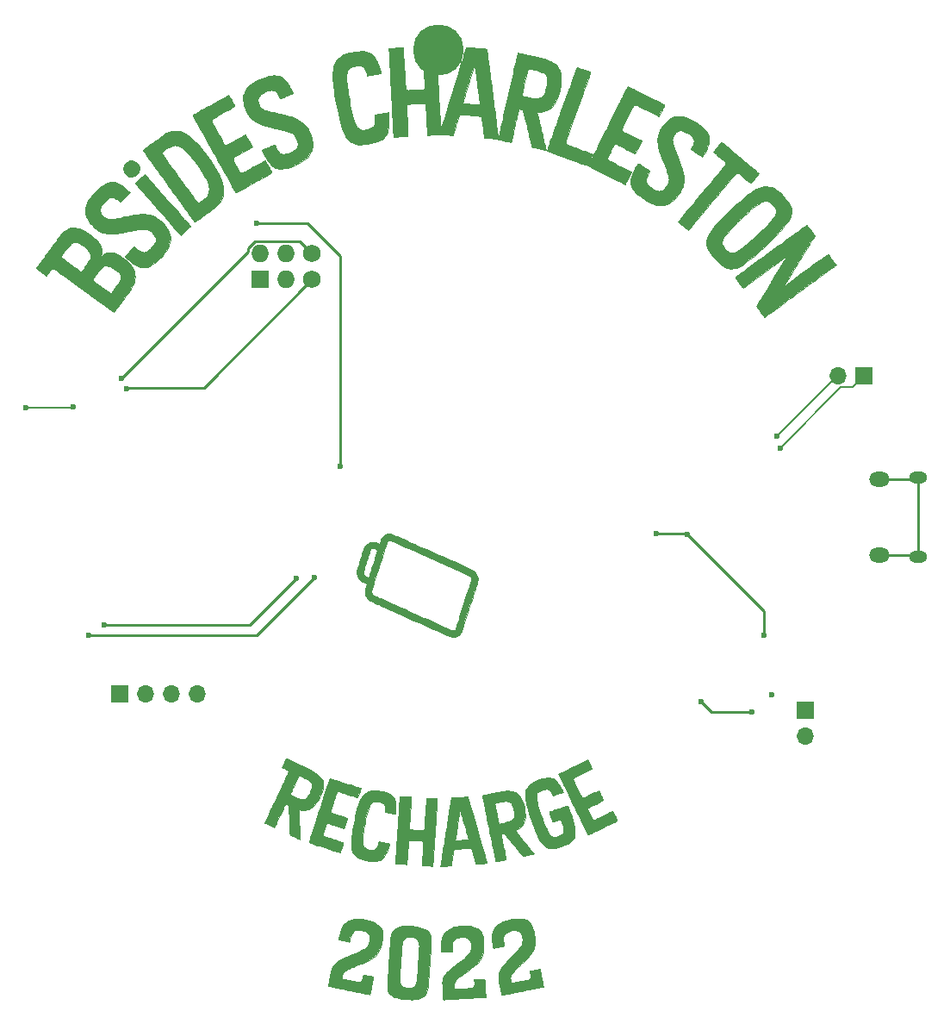
<source format=gbr>
%TF.GenerationSoftware,KiCad,Pcbnew,(6.0.7)*%
%TF.CreationDate,2022-10-04T19:13:39-05:00*%
%TF.ProjectId,BsidesCHS-2022-Badge,42736964-6573-4434-9853-2d323032322d,0*%
%TF.SameCoordinates,Original*%
%TF.FileFunction,Copper,L1,Top*%
%TF.FilePolarity,Positive*%
%FSLAX46Y46*%
G04 Gerber Fmt 4.6, Leading zero omitted, Abs format (unit mm)*
G04 Created by KiCad (PCBNEW (6.0.7)) date 2022-10-04 19:13:39*
%MOMM*%
%LPD*%
G01*
G04 APERTURE LIST*
%TA.AperFunction,EtchedComponent*%
%ADD10C,0.010000*%
%TD*%
%TA.AperFunction,ComponentPad*%
%ADD11C,5.000000*%
%TD*%
%TA.AperFunction,ComponentPad*%
%ADD12O,1.727200X1.727200*%
%TD*%
%TA.AperFunction,ComponentPad*%
%ADD13R,1.727200X1.727200*%
%TD*%
%TA.AperFunction,ComponentPad*%
%ADD14C,1.727200*%
%TD*%
%TA.AperFunction,ComponentPad*%
%ADD15R,1.700000X1.700000*%
%TD*%
%TA.AperFunction,ComponentPad*%
%ADD16O,1.700000X1.700000*%
%TD*%
%TA.AperFunction,ComponentPad*%
%ADD17O,2.000000X1.450000*%
%TD*%
%TA.AperFunction,ComponentPad*%
%ADD18O,1.800000X1.150000*%
%TD*%
%TA.AperFunction,ViaPad*%
%ADD19C,0.600000*%
%TD*%
%TA.AperFunction,Conductor*%
%ADD20C,0.250000*%
%TD*%
%TA.AperFunction,Conductor*%
%ADD21C,0.200000*%
%TD*%
G04 APERTURE END LIST*
%TO.C,G\u002A\u002A\u002A*%
G36*
X114214650Y-77189898D02*
G01*
X114010635Y-77040732D01*
X113815182Y-76898420D01*
X113631180Y-76765028D01*
X113461521Y-76642627D01*
X113309098Y-76533284D01*
X113176801Y-76439068D01*
X113067523Y-76362048D01*
X112984154Y-76304293D01*
X112929587Y-76267870D01*
X112908288Y-76255342D01*
X112843748Y-76233114D01*
X112785955Y-76226477D01*
X112730423Y-76238497D01*
X112672661Y-76272240D01*
X112608184Y-76330771D01*
X112532501Y-76417156D01*
X112441126Y-76534461D01*
X112380789Y-76615670D01*
X112306984Y-76714051D01*
X112240625Y-76798728D01*
X112186067Y-76864446D01*
X112147666Y-76905947D01*
X112130163Y-76918171D01*
X112107077Y-76904001D01*
X112055871Y-76868879D01*
X111981739Y-76816594D01*
X111889876Y-76750934D01*
X111785475Y-76675687D01*
X111673732Y-76594642D01*
X111559841Y-76511587D01*
X111448996Y-76430311D01*
X111346391Y-76354602D01*
X111257222Y-76288247D01*
X111186681Y-76235037D01*
X111139964Y-76198758D01*
X111122265Y-76183200D01*
X111122234Y-76183067D01*
X111134340Y-76164767D01*
X111169346Y-76115382D01*
X111225055Y-76037912D01*
X111299266Y-75935360D01*
X111389780Y-75810728D01*
X111494396Y-75667019D01*
X111610916Y-75507234D01*
X111737140Y-75334377D01*
X111870868Y-75151449D01*
X111952556Y-75039816D01*
X113576100Y-75039816D01*
X113578322Y-75054370D01*
X113586714Y-75071478D01*
X113603863Y-75093199D01*
X113632356Y-75121593D01*
X113674783Y-75158721D01*
X113733731Y-75206642D01*
X113811787Y-75267415D01*
X113911540Y-75343102D01*
X114035577Y-75435763D01*
X114186486Y-75547456D01*
X114366856Y-75680242D01*
X114544475Y-75810653D01*
X114723806Y-75941783D01*
X114893594Y-76065085D01*
X115050671Y-76178315D01*
X115191868Y-76279229D01*
X115314014Y-76365583D01*
X115413943Y-76435133D01*
X115488484Y-76485634D01*
X115534469Y-76514842D01*
X115548179Y-76521429D01*
X115572812Y-76504590D01*
X115618427Y-76456079D01*
X115682225Y-76379247D01*
X115761407Y-76277445D01*
X115839492Y-76172724D01*
X115997015Y-75954417D01*
X116128435Y-75764085D01*
X116235819Y-75598102D01*
X116321233Y-75452845D01*
X116386746Y-75324689D01*
X116434424Y-75210010D01*
X116466335Y-75105183D01*
X116477112Y-75054852D01*
X116487741Y-74924850D01*
X116470065Y-74796930D01*
X116422363Y-74668527D01*
X116342914Y-74537076D01*
X116229995Y-74400011D01*
X116081885Y-74254766D01*
X115896862Y-74098778D01*
X115769448Y-74000486D01*
X115662012Y-73923207D01*
X115547815Y-73846686D01*
X115439485Y-73779057D01*
X115349651Y-73728457D01*
X115338227Y-73722677D01*
X115183279Y-73657375D01*
X115041935Y-73624299D01*
X114908951Y-73624651D01*
X114779087Y-73659630D01*
X114647098Y-73730437D01*
X114507744Y-73838272D01*
X114402541Y-73936892D01*
X114330481Y-74012903D01*
X114246442Y-74108804D01*
X114154222Y-74219529D01*
X114057617Y-74340010D01*
X113960423Y-74465182D01*
X113866437Y-74589976D01*
X113779456Y-74709327D01*
X113703277Y-74818168D01*
X113641695Y-74911432D01*
X113598508Y-74984052D01*
X113577512Y-75030961D01*
X113576100Y-75039816D01*
X111952556Y-75039816D01*
X112009900Y-74961452D01*
X112152038Y-74767389D01*
X112295080Y-74572262D01*
X112436828Y-74379073D01*
X112575081Y-74190825D01*
X112707641Y-74010519D01*
X112832307Y-73841159D01*
X112946881Y-73685745D01*
X113049161Y-73547281D01*
X113136950Y-73428769D01*
X113208046Y-73333210D01*
X113260250Y-73263608D01*
X113285491Y-73230494D01*
X113503583Y-72964033D01*
X113715223Y-72738299D01*
X113922712Y-72552599D01*
X114128350Y-72406240D01*
X114334438Y-72298530D01*
X114543276Y-72228777D01*
X114757164Y-72196287D01*
X114978404Y-72200369D01*
X115209295Y-72240330D01*
X115452138Y-72315477D01*
X115709235Y-72425119D01*
X115804493Y-72472272D01*
X116053014Y-72608488D01*
X116296447Y-72759273D01*
X116529051Y-72920166D01*
X116745082Y-73086706D01*
X116938798Y-73254432D01*
X117104459Y-73418884D01*
X117236321Y-73575599D01*
X117251768Y-73596681D01*
X117388251Y-73816749D01*
X117486983Y-74042680D01*
X117547291Y-74271039D01*
X117568502Y-74498393D01*
X117549942Y-74721308D01*
X117506144Y-74893726D01*
X117484542Y-74966726D01*
X117473218Y-75023175D01*
X117474238Y-75052285D01*
X117475539Y-75053600D01*
X117498364Y-75045316D01*
X117542883Y-75013077D01*
X117601004Y-74963011D01*
X117625559Y-74940025D01*
X117776976Y-74811456D01*
X117927222Y-74720122D01*
X118085539Y-74662224D01*
X118261173Y-74633964D01*
X118380934Y-74629657D01*
X118552317Y-74639508D01*
X118719903Y-74670268D01*
X118894182Y-74724704D01*
X119085640Y-74805580D01*
X119132350Y-74827797D01*
X119344834Y-74941542D01*
X119564694Y-75078949D01*
X119782563Y-75232966D01*
X119989077Y-75396539D01*
X120174870Y-75562616D01*
X120330576Y-75724144D01*
X120345474Y-75741344D01*
X120529498Y-75983112D01*
X120671655Y-76229598D01*
X120771963Y-76481113D01*
X120830442Y-76737967D01*
X120847111Y-77000468D01*
X120821988Y-77268928D01*
X120755093Y-77543656D01*
X120646444Y-77824962D01*
X120496060Y-78113156D01*
X120490739Y-78122191D01*
X120463420Y-78164422D01*
X120413761Y-78237022D01*
X120344478Y-78336237D01*
X120258284Y-78458313D01*
X120157896Y-78599496D01*
X120046028Y-78756033D01*
X119925395Y-78924170D01*
X119798714Y-79100152D01*
X119668698Y-79280227D01*
X119538063Y-79460640D01*
X119409525Y-79637638D01*
X119285798Y-79807466D01*
X119169597Y-79966372D01*
X119063637Y-80110600D01*
X118970635Y-80236398D01*
X118893304Y-80340011D01*
X118834360Y-80417687D01*
X118796518Y-80465670D01*
X118790799Y-80472440D01*
X118751350Y-80517897D01*
X118148100Y-80073936D01*
X118063848Y-80011942D01*
X117978947Y-79949494D01*
X117891666Y-79885324D01*
X117800277Y-79818165D01*
X117703049Y-79746747D01*
X117598253Y-79669804D01*
X117484160Y-79586066D01*
X117359039Y-79494265D01*
X117221162Y-79393134D01*
X117068798Y-79281404D01*
X116900218Y-79157807D01*
X116713692Y-79021075D01*
X116507491Y-78869939D01*
X116279886Y-78703132D01*
X116029146Y-78519386D01*
X115753541Y-78317431D01*
X115451344Y-78096001D01*
X115120823Y-77853827D01*
X114760249Y-77589640D01*
X114368597Y-77302689D01*
X116666434Y-77302689D01*
X116679067Y-77349836D01*
X116692892Y-77372864D01*
X116718298Y-77395972D01*
X116773481Y-77439968D01*
X116854431Y-77501957D01*
X116957136Y-77579044D01*
X117077587Y-77668336D01*
X117211771Y-77766938D01*
X117355678Y-77871956D01*
X117505299Y-77980496D01*
X117656621Y-78089663D01*
X117805634Y-78196565D01*
X117948327Y-78298305D01*
X118080690Y-78391991D01*
X118198711Y-78474728D01*
X118298381Y-78543622D01*
X118375687Y-78595778D01*
X118426620Y-78628303D01*
X118446682Y-78638400D01*
X118489263Y-78623250D01*
X118528298Y-78590775D01*
X118567006Y-78542715D01*
X118625077Y-78466309D01*
X118697851Y-78368070D01*
X118780667Y-78254511D01*
X118868867Y-78132142D01*
X118957790Y-78007475D01*
X119042775Y-77887024D01*
X119119164Y-77777298D01*
X119182294Y-77684811D01*
X119227507Y-77616073D01*
X119238644Y-77598158D01*
X119339906Y-77414366D01*
X119407018Y-77251340D01*
X119440006Y-77104865D01*
X119438896Y-76970726D01*
X119403713Y-76844706D01*
X119334483Y-76722589D01*
X119244658Y-76614201D01*
X119156430Y-76529597D01*
X119041191Y-76432165D01*
X118909086Y-76329369D01*
X118770256Y-76228675D01*
X118634842Y-76137549D01*
X118512988Y-76063457D01*
X118452975Y-76031453D01*
X118278973Y-75962559D01*
X118111129Y-75930216D01*
X117954120Y-75935010D01*
X117862773Y-75957398D01*
X117745929Y-76012025D01*
X117618550Y-76097307D01*
X117489627Y-76206336D01*
X117368151Y-76332203D01*
X117354913Y-76347625D01*
X117290417Y-76426275D01*
X117214818Y-76522580D01*
X117131955Y-76631211D01*
X117045669Y-76746841D01*
X116959801Y-76864144D01*
X116878190Y-76977791D01*
X116804677Y-77082456D01*
X116743102Y-77172812D01*
X116697306Y-77243530D01*
X116671128Y-77289284D01*
X116666434Y-77302689D01*
X114368597Y-77302689D01*
X114367892Y-77302173D01*
X114214650Y-77189898D01*
G37*
D10*
X114214650Y-77189898D02*
X114010635Y-77040732D01*
X113815182Y-76898420D01*
X113631180Y-76765028D01*
X113461521Y-76642627D01*
X113309098Y-76533284D01*
X113176801Y-76439068D01*
X113067523Y-76362048D01*
X112984154Y-76304293D01*
X112929587Y-76267870D01*
X112908288Y-76255342D01*
X112843748Y-76233114D01*
X112785955Y-76226477D01*
X112730423Y-76238497D01*
X112672661Y-76272240D01*
X112608184Y-76330771D01*
X112532501Y-76417156D01*
X112441126Y-76534461D01*
X112380789Y-76615670D01*
X112306984Y-76714051D01*
X112240625Y-76798728D01*
X112186067Y-76864446D01*
X112147666Y-76905947D01*
X112130163Y-76918171D01*
X112107077Y-76904001D01*
X112055871Y-76868879D01*
X111981739Y-76816594D01*
X111889876Y-76750934D01*
X111785475Y-76675687D01*
X111673732Y-76594642D01*
X111559841Y-76511587D01*
X111448996Y-76430311D01*
X111346391Y-76354602D01*
X111257222Y-76288247D01*
X111186681Y-76235037D01*
X111139964Y-76198758D01*
X111122265Y-76183200D01*
X111122234Y-76183067D01*
X111134340Y-76164767D01*
X111169346Y-76115382D01*
X111225055Y-76037912D01*
X111299266Y-75935360D01*
X111389780Y-75810728D01*
X111494396Y-75667019D01*
X111610916Y-75507234D01*
X111737140Y-75334377D01*
X111870868Y-75151449D01*
X111952556Y-75039816D01*
X113576100Y-75039816D01*
X113578322Y-75054370D01*
X113586714Y-75071478D01*
X113603863Y-75093199D01*
X113632356Y-75121593D01*
X113674783Y-75158721D01*
X113733731Y-75206642D01*
X113811787Y-75267415D01*
X113911540Y-75343102D01*
X114035577Y-75435763D01*
X114186486Y-75547456D01*
X114366856Y-75680242D01*
X114544475Y-75810653D01*
X114723806Y-75941783D01*
X114893594Y-76065085D01*
X115050671Y-76178315D01*
X115191868Y-76279229D01*
X115314014Y-76365583D01*
X115413943Y-76435133D01*
X115488484Y-76485634D01*
X115534469Y-76514842D01*
X115548179Y-76521429D01*
X115572812Y-76504590D01*
X115618427Y-76456079D01*
X115682225Y-76379247D01*
X115761407Y-76277445D01*
X115839492Y-76172724D01*
X115997015Y-75954417D01*
X116128435Y-75764085D01*
X116235819Y-75598102D01*
X116321233Y-75452845D01*
X116386746Y-75324689D01*
X116434424Y-75210010D01*
X116466335Y-75105183D01*
X116477112Y-75054852D01*
X116487741Y-74924850D01*
X116470065Y-74796930D01*
X116422363Y-74668527D01*
X116342914Y-74537076D01*
X116229995Y-74400011D01*
X116081885Y-74254766D01*
X115896862Y-74098778D01*
X115769448Y-74000486D01*
X115662012Y-73923207D01*
X115547815Y-73846686D01*
X115439485Y-73779057D01*
X115349651Y-73728457D01*
X115338227Y-73722677D01*
X115183279Y-73657375D01*
X115041935Y-73624299D01*
X114908951Y-73624651D01*
X114779087Y-73659630D01*
X114647098Y-73730437D01*
X114507744Y-73838272D01*
X114402541Y-73936892D01*
X114330481Y-74012903D01*
X114246442Y-74108804D01*
X114154222Y-74219529D01*
X114057617Y-74340010D01*
X113960423Y-74465182D01*
X113866437Y-74589976D01*
X113779456Y-74709327D01*
X113703277Y-74818168D01*
X113641695Y-74911432D01*
X113598508Y-74984052D01*
X113577512Y-75030961D01*
X113576100Y-75039816D01*
X111952556Y-75039816D01*
X112009900Y-74961452D01*
X112152038Y-74767389D01*
X112295080Y-74572262D01*
X112436828Y-74379073D01*
X112575081Y-74190825D01*
X112707641Y-74010519D01*
X112832307Y-73841159D01*
X112946881Y-73685745D01*
X113049161Y-73547281D01*
X113136950Y-73428769D01*
X113208046Y-73333210D01*
X113260250Y-73263608D01*
X113285491Y-73230494D01*
X113503583Y-72964033D01*
X113715223Y-72738299D01*
X113922712Y-72552599D01*
X114128350Y-72406240D01*
X114334438Y-72298530D01*
X114543276Y-72228777D01*
X114757164Y-72196287D01*
X114978404Y-72200369D01*
X115209295Y-72240330D01*
X115452138Y-72315477D01*
X115709235Y-72425119D01*
X115804493Y-72472272D01*
X116053014Y-72608488D01*
X116296447Y-72759273D01*
X116529051Y-72920166D01*
X116745082Y-73086706D01*
X116938798Y-73254432D01*
X117104459Y-73418884D01*
X117236321Y-73575599D01*
X117251768Y-73596681D01*
X117388251Y-73816749D01*
X117486983Y-74042680D01*
X117547291Y-74271039D01*
X117568502Y-74498393D01*
X117549942Y-74721308D01*
X117506144Y-74893726D01*
X117484542Y-74966726D01*
X117473218Y-75023175D01*
X117474238Y-75052285D01*
X117475539Y-75053600D01*
X117498364Y-75045316D01*
X117542883Y-75013077D01*
X117601004Y-74963011D01*
X117625559Y-74940025D01*
X117776976Y-74811456D01*
X117927222Y-74720122D01*
X118085539Y-74662224D01*
X118261173Y-74633964D01*
X118380934Y-74629657D01*
X118552317Y-74639508D01*
X118719903Y-74670268D01*
X118894182Y-74724704D01*
X119085640Y-74805580D01*
X119132350Y-74827797D01*
X119344834Y-74941542D01*
X119564694Y-75078949D01*
X119782563Y-75232966D01*
X119989077Y-75396539D01*
X120174870Y-75562616D01*
X120330576Y-75724144D01*
X120345474Y-75741344D01*
X120529498Y-75983112D01*
X120671655Y-76229598D01*
X120771963Y-76481113D01*
X120830442Y-76737967D01*
X120847111Y-77000468D01*
X120821988Y-77268928D01*
X120755093Y-77543656D01*
X120646444Y-77824962D01*
X120496060Y-78113156D01*
X120490739Y-78122191D01*
X120463420Y-78164422D01*
X120413761Y-78237022D01*
X120344478Y-78336237D01*
X120258284Y-78458313D01*
X120157896Y-78599496D01*
X120046028Y-78756033D01*
X119925395Y-78924170D01*
X119798714Y-79100152D01*
X119668698Y-79280227D01*
X119538063Y-79460640D01*
X119409525Y-79637638D01*
X119285798Y-79807466D01*
X119169597Y-79966372D01*
X119063637Y-80110600D01*
X118970635Y-80236398D01*
X118893304Y-80340011D01*
X118834360Y-80417687D01*
X118796518Y-80465670D01*
X118790799Y-80472440D01*
X118751350Y-80517897D01*
X118148100Y-80073936D01*
X118063848Y-80011942D01*
X117978947Y-79949494D01*
X117891666Y-79885324D01*
X117800277Y-79818165D01*
X117703049Y-79746747D01*
X117598253Y-79669804D01*
X117484160Y-79586066D01*
X117359039Y-79494265D01*
X117221162Y-79393134D01*
X117068798Y-79281404D01*
X116900218Y-79157807D01*
X116713692Y-79021075D01*
X116507491Y-78869939D01*
X116279886Y-78703132D01*
X116029146Y-78519386D01*
X115753541Y-78317431D01*
X115451344Y-78096001D01*
X115120823Y-77853827D01*
X114760249Y-77589640D01*
X114368597Y-77302689D01*
X116666434Y-77302689D01*
X116679067Y-77349836D01*
X116692892Y-77372864D01*
X116718298Y-77395972D01*
X116773481Y-77439968D01*
X116854431Y-77501957D01*
X116957136Y-77579044D01*
X117077587Y-77668336D01*
X117211771Y-77766938D01*
X117355678Y-77871956D01*
X117505299Y-77980496D01*
X117656621Y-78089663D01*
X117805634Y-78196565D01*
X117948327Y-78298305D01*
X118080690Y-78391991D01*
X118198711Y-78474728D01*
X118298381Y-78543622D01*
X118375687Y-78595778D01*
X118426620Y-78628303D01*
X118446682Y-78638400D01*
X118489263Y-78623250D01*
X118528298Y-78590775D01*
X118567006Y-78542715D01*
X118625077Y-78466309D01*
X118697851Y-78368070D01*
X118780667Y-78254511D01*
X118868867Y-78132142D01*
X118957790Y-78007475D01*
X119042775Y-77887024D01*
X119119164Y-77777298D01*
X119182294Y-77684811D01*
X119227507Y-77616073D01*
X119238644Y-77598158D01*
X119339906Y-77414366D01*
X119407018Y-77251340D01*
X119440006Y-77104865D01*
X119438896Y-76970726D01*
X119403713Y-76844706D01*
X119334483Y-76722589D01*
X119244658Y-76614201D01*
X119156430Y-76529597D01*
X119041191Y-76432165D01*
X118909086Y-76329369D01*
X118770256Y-76228675D01*
X118634842Y-76137549D01*
X118512988Y-76063457D01*
X118452975Y-76031453D01*
X118278973Y-75962559D01*
X118111129Y-75930216D01*
X117954120Y-75935010D01*
X117862773Y-75957398D01*
X117745929Y-76012025D01*
X117618550Y-76097307D01*
X117489627Y-76206336D01*
X117368151Y-76332203D01*
X117354913Y-76347625D01*
X117290417Y-76426275D01*
X117214818Y-76522580D01*
X117131955Y-76631211D01*
X117045669Y-76746841D01*
X116959801Y-76864144D01*
X116878190Y-76977791D01*
X116804677Y-77082456D01*
X116743102Y-77172812D01*
X116697306Y-77243530D01*
X116671128Y-77289284D01*
X116666434Y-77302689D01*
X114368597Y-77302689D01*
X114367892Y-77302173D01*
X114214650Y-77189898D01*
G36*
X174522731Y-61260983D02*
G01*
X174701975Y-61281837D01*
X174878400Y-61320553D01*
X175068241Y-61380097D01*
X175128767Y-61401922D01*
X175348573Y-61493692D01*
X175581641Y-61610078D01*
X175821036Y-61746294D01*
X176059820Y-61897554D01*
X176291059Y-62059072D01*
X176507815Y-62226063D01*
X176703153Y-62393741D01*
X176870136Y-62557319D01*
X176972026Y-62673728D01*
X177103703Y-62857842D01*
X177203134Y-63044504D01*
X177270091Y-63236096D01*
X177304351Y-63435000D01*
X177305686Y-63643599D01*
X177273872Y-63864273D01*
X177208682Y-64099405D01*
X177109892Y-64351376D01*
X176977276Y-64622569D01*
X176810607Y-64915366D01*
X176750406Y-65013434D01*
X176682381Y-65117395D01*
X176631662Y-65183318D01*
X176597895Y-65211638D01*
X176589172Y-65212567D01*
X176563834Y-65199236D01*
X176509465Y-65166281D01*
X176431295Y-65117139D01*
X176334553Y-65055248D01*
X176224468Y-64984045D01*
X176106268Y-64906969D01*
X175985184Y-64827458D01*
X175866443Y-64748950D01*
X175755275Y-64674881D01*
X175656909Y-64608691D01*
X175576573Y-64553817D01*
X175519498Y-64513697D01*
X175490911Y-64491769D01*
X175488600Y-64488978D01*
X175498936Y-64465404D01*
X175525003Y-64419871D01*
X175539154Y-64396977D01*
X175601426Y-64289975D01*
X175663939Y-64168308D01*
X175719642Y-64046790D01*
X175761485Y-63940235D01*
X175771969Y-63907815D01*
X175802236Y-63754828D01*
X175797996Y-63611141D01*
X175757901Y-63474147D01*
X175680602Y-63341241D01*
X175564751Y-63209815D01*
X175409000Y-63077264D01*
X175302660Y-63000760D01*
X175081234Y-62860813D01*
X174878954Y-62757653D01*
X174693940Y-62691324D01*
X174524311Y-62661869D01*
X174368187Y-62669333D01*
X174223688Y-62713761D01*
X174088932Y-62795195D01*
X173962041Y-62913681D01*
X173865420Y-63034488D01*
X173773121Y-63176493D01*
X173711550Y-63306055D01*
X173676578Y-63434750D01*
X173664075Y-63574157D01*
X173663886Y-63599484D01*
X173666901Y-63690208D01*
X173676271Y-63784194D01*
X173693154Y-63885141D01*
X173718713Y-63996750D01*
X173754107Y-64122722D01*
X173800498Y-64266756D01*
X173859045Y-64432554D01*
X173930909Y-64623815D01*
X174017252Y-64844240D01*
X174119233Y-65097529D01*
X174181710Y-65250484D01*
X174301089Y-65544747D01*
X174403604Y-65804568D01*
X174490588Y-66033727D01*
X174563373Y-66236006D01*
X174623290Y-66415185D01*
X174671672Y-66575047D01*
X174709850Y-66719371D01*
X174729738Y-66806234D01*
X174747759Y-66897508D01*
X174760764Y-66983895D01*
X174769524Y-67075381D01*
X174774813Y-67181950D01*
X174777402Y-67313590D01*
X174778030Y-67430650D01*
X174777738Y-67577866D01*
X174775813Y-67691470D01*
X174771533Y-67780173D01*
X174764176Y-67852687D01*
X174753023Y-67917724D01*
X174737351Y-67983994D01*
X174729933Y-68011785D01*
X174687740Y-68153833D01*
X174640861Y-68282596D01*
X174583946Y-68410202D01*
X174511643Y-68548779D01*
X174430663Y-68690067D01*
X174231352Y-68998646D01*
X174021609Y-69266324D01*
X173801477Y-69493074D01*
X173570999Y-69678868D01*
X173330220Y-69823680D01*
X173079182Y-69927482D01*
X172817930Y-69990246D01*
X172546506Y-70011946D01*
X172332776Y-70000887D01*
X172046340Y-69951471D01*
X171751683Y-69862953D01*
X171447524Y-69734864D01*
X171132581Y-69566733D01*
X171107100Y-69551669D01*
X170880202Y-69409280D01*
X170659690Y-69256901D01*
X170450816Y-69098921D01*
X170258836Y-68939731D01*
X170089002Y-68783720D01*
X169946569Y-68635280D01*
X169836791Y-68498799D01*
X169822632Y-68478400D01*
X169710884Y-68289781D01*
X169630201Y-68097851D01*
X169580899Y-67900109D01*
X169563293Y-67694055D01*
X169577697Y-67477189D01*
X169624426Y-67247011D01*
X169703796Y-67001019D01*
X169816121Y-66736716D01*
X169961717Y-66451598D01*
X170110525Y-66193246D01*
X170170389Y-66094478D01*
X170223364Y-66008355D01*
X170265303Y-65941517D01*
X170292060Y-65900608D01*
X170298926Y-65891441D01*
X170319127Y-65899144D01*
X170369448Y-65926849D01*
X170444675Y-65971242D01*
X170539595Y-66029007D01*
X170648995Y-66096829D01*
X170767663Y-66171391D01*
X170890384Y-66249380D01*
X171011947Y-66327479D01*
X171127139Y-66402373D01*
X171230745Y-66470747D01*
X171317554Y-66529284D01*
X171382352Y-66574670D01*
X171419926Y-66603590D01*
X171422805Y-66606220D01*
X171433943Y-66624352D01*
X171431581Y-66651346D01*
X171412910Y-66694655D01*
X171375118Y-66761730D01*
X171345752Y-66810486D01*
X171228028Y-67013921D01*
X171140051Y-67191574D01*
X171081713Y-67347671D01*
X171052900Y-67486438D01*
X171053502Y-67612101D01*
X171083407Y-67728887D01*
X171142505Y-67841021D01*
X171230684Y-67952731D01*
X171313472Y-68036551D01*
X171489179Y-68186358D01*
X171680647Y-68321413D01*
X171878258Y-68436052D01*
X172072398Y-68524611D01*
X172228245Y-68575339D01*
X172383283Y-68599007D01*
X172528858Y-68587356D01*
X172667357Y-68539093D01*
X172801163Y-68452925D01*
X172932662Y-68327559D01*
X173064237Y-68161701D01*
X173107773Y-68098323D01*
X173197389Y-67955272D01*
X173260684Y-67831621D01*
X173301353Y-67716919D01*
X173323093Y-67600715D01*
X173329600Y-67472558D01*
X173329600Y-67471100D01*
X173327827Y-67402559D01*
X173321891Y-67331027D01*
X173310870Y-67253617D01*
X173293840Y-67167444D01*
X173269877Y-67069620D01*
X173238058Y-66957260D01*
X173197460Y-66827477D01*
X173147160Y-66677384D01*
X173086234Y-66504095D01*
X173013758Y-66304724D01*
X172928809Y-66076383D01*
X172830465Y-65816188D01*
X172717801Y-65521250D01*
X172646308Y-65335150D01*
X172545879Y-65070188D01*
X172461787Y-64838668D01*
X172392735Y-64635545D01*
X172337421Y-64455777D01*
X172294547Y-64294322D01*
X172262811Y-64146136D01*
X172240916Y-64006176D01*
X172227560Y-63869400D01*
X172221445Y-63730764D01*
X172220797Y-63684150D01*
X172224375Y-63491471D01*
X172239887Y-63324121D01*
X172269866Y-63166156D01*
X172316845Y-63001629D01*
X172340149Y-62932734D01*
X172450525Y-62667936D01*
X172594296Y-62402639D01*
X172764254Y-62148320D01*
X172953191Y-61916454D01*
X173029128Y-61835945D01*
X173205534Y-61670421D01*
X173377802Y-61538680D01*
X173555835Y-61434570D01*
X173749534Y-61351937D01*
X173873425Y-61311287D01*
X173965214Y-61286012D01*
X174047265Y-61269527D01*
X174133827Y-61260054D01*
X174239149Y-61255817D01*
X174324434Y-61255027D01*
X174522731Y-61260983D01*
G37*
X174522731Y-61260983D02*
X174701975Y-61281837D01*
X174878400Y-61320553D01*
X175068241Y-61380097D01*
X175128767Y-61401922D01*
X175348573Y-61493692D01*
X175581641Y-61610078D01*
X175821036Y-61746294D01*
X176059820Y-61897554D01*
X176291059Y-62059072D01*
X176507815Y-62226063D01*
X176703153Y-62393741D01*
X176870136Y-62557319D01*
X176972026Y-62673728D01*
X177103703Y-62857842D01*
X177203134Y-63044504D01*
X177270091Y-63236096D01*
X177304351Y-63435000D01*
X177305686Y-63643599D01*
X177273872Y-63864273D01*
X177208682Y-64099405D01*
X177109892Y-64351376D01*
X176977276Y-64622569D01*
X176810607Y-64915366D01*
X176750406Y-65013434D01*
X176682381Y-65117395D01*
X176631662Y-65183318D01*
X176597895Y-65211638D01*
X176589172Y-65212567D01*
X176563834Y-65199236D01*
X176509465Y-65166281D01*
X176431295Y-65117139D01*
X176334553Y-65055248D01*
X176224468Y-64984045D01*
X176106268Y-64906969D01*
X175985184Y-64827458D01*
X175866443Y-64748950D01*
X175755275Y-64674881D01*
X175656909Y-64608691D01*
X175576573Y-64553817D01*
X175519498Y-64513697D01*
X175490911Y-64491769D01*
X175488600Y-64488978D01*
X175498936Y-64465404D01*
X175525003Y-64419871D01*
X175539154Y-64396977D01*
X175601426Y-64289975D01*
X175663939Y-64168308D01*
X175719642Y-64046790D01*
X175761485Y-63940235D01*
X175771969Y-63907815D01*
X175802236Y-63754828D01*
X175797996Y-63611141D01*
X175757901Y-63474147D01*
X175680602Y-63341241D01*
X175564751Y-63209815D01*
X175409000Y-63077264D01*
X175302660Y-63000760D01*
X175081234Y-62860813D01*
X174878954Y-62757653D01*
X174693940Y-62691324D01*
X174524311Y-62661869D01*
X174368187Y-62669333D01*
X174223688Y-62713761D01*
X174088932Y-62795195D01*
X173962041Y-62913681D01*
X173865420Y-63034488D01*
X173773121Y-63176493D01*
X173711550Y-63306055D01*
X173676578Y-63434750D01*
X173664075Y-63574157D01*
X173663886Y-63599484D01*
X173666901Y-63690208D01*
X173676271Y-63784194D01*
X173693154Y-63885141D01*
X173718713Y-63996750D01*
X173754107Y-64122722D01*
X173800498Y-64266756D01*
X173859045Y-64432554D01*
X173930909Y-64623815D01*
X174017252Y-64844240D01*
X174119233Y-65097529D01*
X174181710Y-65250484D01*
X174301089Y-65544747D01*
X174403604Y-65804568D01*
X174490588Y-66033727D01*
X174563373Y-66236006D01*
X174623290Y-66415185D01*
X174671672Y-66575047D01*
X174709850Y-66719371D01*
X174729738Y-66806234D01*
X174747759Y-66897508D01*
X174760764Y-66983895D01*
X174769524Y-67075381D01*
X174774813Y-67181950D01*
X174777402Y-67313590D01*
X174778030Y-67430650D01*
X174777738Y-67577866D01*
X174775813Y-67691470D01*
X174771533Y-67780173D01*
X174764176Y-67852687D01*
X174753023Y-67917724D01*
X174737351Y-67983994D01*
X174729933Y-68011785D01*
X174687740Y-68153833D01*
X174640861Y-68282596D01*
X174583946Y-68410202D01*
X174511643Y-68548779D01*
X174430663Y-68690067D01*
X174231352Y-68998646D01*
X174021609Y-69266324D01*
X173801477Y-69493074D01*
X173570999Y-69678868D01*
X173330220Y-69823680D01*
X173079182Y-69927482D01*
X172817930Y-69990246D01*
X172546506Y-70011946D01*
X172332776Y-70000887D01*
X172046340Y-69951471D01*
X171751683Y-69862953D01*
X171447524Y-69734864D01*
X171132581Y-69566733D01*
X171107100Y-69551669D01*
X170880202Y-69409280D01*
X170659690Y-69256901D01*
X170450816Y-69098921D01*
X170258836Y-68939731D01*
X170089002Y-68783720D01*
X169946569Y-68635280D01*
X169836791Y-68498799D01*
X169822632Y-68478400D01*
X169710884Y-68289781D01*
X169630201Y-68097851D01*
X169580899Y-67900109D01*
X169563293Y-67694055D01*
X169577697Y-67477189D01*
X169624426Y-67247011D01*
X169703796Y-67001019D01*
X169816121Y-66736716D01*
X169961717Y-66451598D01*
X170110525Y-66193246D01*
X170170389Y-66094478D01*
X170223364Y-66008355D01*
X170265303Y-65941517D01*
X170292060Y-65900608D01*
X170298926Y-65891441D01*
X170319127Y-65899144D01*
X170369448Y-65926849D01*
X170444675Y-65971242D01*
X170539595Y-66029007D01*
X170648995Y-66096829D01*
X170767663Y-66171391D01*
X170890384Y-66249380D01*
X171011947Y-66327479D01*
X171127139Y-66402373D01*
X171230745Y-66470747D01*
X171317554Y-66529284D01*
X171382352Y-66574670D01*
X171419926Y-66603590D01*
X171422805Y-66606220D01*
X171433943Y-66624352D01*
X171431581Y-66651346D01*
X171412910Y-66694655D01*
X171375118Y-66761730D01*
X171345752Y-66810486D01*
X171228028Y-67013921D01*
X171140051Y-67191574D01*
X171081713Y-67347671D01*
X171052900Y-67486438D01*
X171053502Y-67612101D01*
X171083407Y-67728887D01*
X171142505Y-67841021D01*
X171230684Y-67952731D01*
X171313472Y-68036551D01*
X171489179Y-68186358D01*
X171680647Y-68321413D01*
X171878258Y-68436052D01*
X172072398Y-68524611D01*
X172228245Y-68575339D01*
X172383283Y-68599007D01*
X172528858Y-68587356D01*
X172667357Y-68539093D01*
X172801163Y-68452925D01*
X172932662Y-68327559D01*
X173064237Y-68161701D01*
X173107773Y-68098323D01*
X173197389Y-67955272D01*
X173260684Y-67831621D01*
X173301353Y-67716919D01*
X173323093Y-67600715D01*
X173329600Y-67472558D01*
X173329600Y-67471100D01*
X173327827Y-67402559D01*
X173321891Y-67331027D01*
X173310870Y-67253617D01*
X173293840Y-67167444D01*
X173269877Y-67069620D01*
X173238058Y-66957260D01*
X173197460Y-66827477D01*
X173147160Y-66677384D01*
X173086234Y-66504095D01*
X173013758Y-66304724D01*
X172928809Y-66076383D01*
X172830465Y-65816188D01*
X172717801Y-65521250D01*
X172646308Y-65335150D01*
X172545879Y-65070188D01*
X172461787Y-64838668D01*
X172392735Y-64635545D01*
X172337421Y-64455777D01*
X172294547Y-64294322D01*
X172262811Y-64146136D01*
X172240916Y-64006176D01*
X172227560Y-63869400D01*
X172221445Y-63730764D01*
X172220797Y-63684150D01*
X172224375Y-63491471D01*
X172239887Y-63324121D01*
X172269866Y-63166156D01*
X172316845Y-63001629D01*
X172340149Y-62932734D01*
X172450525Y-62667936D01*
X172594296Y-62402639D01*
X172764254Y-62148320D01*
X172953191Y-61916454D01*
X173029128Y-61835945D01*
X173205534Y-61670421D01*
X173377802Y-61538680D01*
X173555835Y-61434570D01*
X173749534Y-61351937D01*
X173873425Y-61311287D01*
X173965214Y-61286012D01*
X174047265Y-61269527D01*
X174133827Y-61260054D01*
X174239149Y-61255817D01*
X174324434Y-61255027D01*
X174522731Y-61260983D01*
G36*
X121697857Y-64715725D02*
G01*
X121646343Y-64643263D01*
X121617236Y-64601717D01*
X121610951Y-64592064D01*
X121627192Y-64575988D01*
X121674277Y-64537851D01*
X121748642Y-64480260D01*
X121846726Y-64405821D01*
X121964969Y-64317141D01*
X122099808Y-64216828D01*
X122247682Y-64107486D01*
X122405029Y-63991724D01*
X122568289Y-63872147D01*
X122733899Y-63751363D01*
X122898298Y-63631978D01*
X123057925Y-63516598D01*
X123209218Y-63407830D01*
X123348616Y-63308282D01*
X123472557Y-63220559D01*
X123577479Y-63147268D01*
X123659822Y-63091016D01*
X123682023Y-63076247D01*
X123950812Y-62917440D01*
X124213746Y-62799876D01*
X124472775Y-62723562D01*
X124729848Y-62688507D01*
X124986915Y-62694721D01*
X125245925Y-62742211D01*
X125508826Y-62830986D01*
X125777570Y-62961054D01*
X125985009Y-63086280D01*
X126225567Y-63258565D01*
X126478625Y-63469328D01*
X126742791Y-63717058D01*
X127016672Y-64000244D01*
X127298878Y-64317373D01*
X127588016Y-64666935D01*
X127882695Y-65047418D01*
X128181522Y-65457311D01*
X128223687Y-65517068D01*
X128518672Y-65953788D01*
X128776140Y-66371259D01*
X128996152Y-66769721D01*
X129178771Y-67149416D01*
X129324059Y-67510585D01*
X129432078Y-67853467D01*
X129502892Y-68178304D01*
X129536561Y-68485337D01*
X129533149Y-68774807D01*
X129492717Y-69046953D01*
X129415328Y-69302018D01*
X129301045Y-69540241D01*
X129275683Y-69582780D01*
X129184182Y-69714514D01*
X129068242Y-69856066D01*
X128939320Y-69994821D01*
X128808877Y-70118161D01*
X128731434Y-70181996D01*
X128671983Y-70226892D01*
X128586871Y-70290044D01*
X128479763Y-70368808D01*
X128354324Y-70460542D01*
X128214219Y-70562603D01*
X128063114Y-70672349D01*
X127904673Y-70787135D01*
X127742562Y-70904320D01*
X127580446Y-71021260D01*
X127421990Y-71135313D01*
X127270860Y-71243835D01*
X127130720Y-71344184D01*
X127005236Y-71433717D01*
X126898073Y-71509791D01*
X126812896Y-71569763D01*
X126753371Y-71610990D01*
X126723162Y-71630830D01*
X126720227Y-71632234D01*
X126696901Y-71616753D01*
X126661562Y-71578150D01*
X126650127Y-71563442D01*
X126609302Y-71508299D01*
X126546804Y-71423090D01*
X126464053Y-71309783D01*
X126362473Y-71170344D01*
X126243485Y-71006741D01*
X126108511Y-70820941D01*
X125958973Y-70614910D01*
X125796293Y-70390617D01*
X125621893Y-70150028D01*
X125437194Y-69895110D01*
X125243619Y-69627831D01*
X125042590Y-69350158D01*
X124835529Y-69064057D01*
X124623856Y-68771496D01*
X124408996Y-68474442D01*
X124192368Y-68174863D01*
X123975396Y-67874724D01*
X123759501Y-67575994D01*
X123546104Y-67280640D01*
X123336629Y-66990629D01*
X123132497Y-66707927D01*
X122935130Y-66434503D01*
X122745949Y-66172322D01*
X122566377Y-65923353D01*
X122397836Y-65689562D01*
X122241747Y-65472917D01*
X122099532Y-65275385D01*
X121972614Y-65098932D01*
X121862414Y-64945527D01*
X121801319Y-64860320D01*
X123460934Y-64860320D01*
X123473141Y-64881480D01*
X123508809Y-64934874D01*
X123566505Y-65018494D01*
X123644797Y-65130335D01*
X123742253Y-65268387D01*
X123857441Y-65430645D01*
X123988928Y-65615100D01*
X124135282Y-65819745D01*
X124295071Y-66042574D01*
X124466863Y-66281578D01*
X124649226Y-66534751D01*
X124840728Y-66800085D01*
X125039936Y-67075573D01*
X125145777Y-67221735D01*
X125396805Y-67568263D01*
X125624152Y-67882140D01*
X125829011Y-68164970D01*
X126012577Y-68418355D01*
X126176045Y-68643898D01*
X126320609Y-68843200D01*
X126447465Y-69017866D01*
X126557806Y-69169497D01*
X126652827Y-69299697D01*
X126733724Y-69410067D01*
X126801690Y-69502210D01*
X126857921Y-69577730D01*
X126903610Y-69638228D01*
X126939953Y-69685308D01*
X126968144Y-69720572D01*
X126989378Y-69745622D01*
X127004849Y-69762061D01*
X127015752Y-69771493D01*
X127023282Y-69775518D01*
X127028633Y-69775741D01*
X127033000Y-69773764D01*
X127037578Y-69771189D01*
X127043561Y-69769619D01*
X127044978Y-69769567D01*
X127078239Y-69757477D01*
X127138763Y-69723888D01*
X127220038Y-69672818D01*
X127315550Y-69608286D01*
X127377668Y-69564283D01*
X127578053Y-69412730D01*
X127740963Y-69273524D01*
X127868671Y-69144450D01*
X127963451Y-69023293D01*
X128005946Y-68952563D01*
X128071176Y-68806358D01*
X128114527Y-68653285D01*
X128135313Y-68491624D01*
X128132847Y-68319652D01*
X128106442Y-68135650D01*
X128055411Y-67937896D01*
X127979067Y-67724669D01*
X127876724Y-67494249D01*
X127747693Y-67244914D01*
X127591290Y-66974943D01*
X127406826Y-66682616D01*
X127193614Y-66366212D01*
X126950969Y-66024009D01*
X126702364Y-65686542D01*
X126477619Y-65391881D01*
X126270468Y-65132881D01*
X126078859Y-64907700D01*
X125900742Y-64714499D01*
X125734067Y-64551437D01*
X125576783Y-64416675D01*
X125426840Y-64308371D01*
X125282188Y-64224687D01*
X125140776Y-64163782D01*
X125000555Y-64123815D01*
X124950523Y-64114290D01*
X124803459Y-64101695D01*
X124654626Y-64114128D01*
X124499629Y-64153188D01*
X124334069Y-64220476D01*
X124153547Y-64317593D01*
X123953667Y-64446138D01*
X123862346Y-64510272D01*
X123729765Y-64606310D01*
X123628576Y-64682038D01*
X123555023Y-64740732D01*
X123505346Y-64785671D01*
X123475785Y-64820133D01*
X123462584Y-64847396D01*
X123460934Y-64860320D01*
X121801319Y-64860320D01*
X121770354Y-64817135D01*
X121697857Y-64715725D01*
G37*
X121697857Y-64715725D02*
X121646343Y-64643263D01*
X121617236Y-64601717D01*
X121610951Y-64592064D01*
X121627192Y-64575988D01*
X121674277Y-64537851D01*
X121748642Y-64480260D01*
X121846726Y-64405821D01*
X121964969Y-64317141D01*
X122099808Y-64216828D01*
X122247682Y-64107486D01*
X122405029Y-63991724D01*
X122568289Y-63872147D01*
X122733899Y-63751363D01*
X122898298Y-63631978D01*
X123057925Y-63516598D01*
X123209218Y-63407830D01*
X123348616Y-63308282D01*
X123472557Y-63220559D01*
X123577479Y-63147268D01*
X123659822Y-63091016D01*
X123682023Y-63076247D01*
X123950812Y-62917440D01*
X124213746Y-62799876D01*
X124472775Y-62723562D01*
X124729848Y-62688507D01*
X124986915Y-62694721D01*
X125245925Y-62742211D01*
X125508826Y-62830986D01*
X125777570Y-62961054D01*
X125985009Y-63086280D01*
X126225567Y-63258565D01*
X126478625Y-63469328D01*
X126742791Y-63717058D01*
X127016672Y-64000244D01*
X127298878Y-64317373D01*
X127588016Y-64666935D01*
X127882695Y-65047418D01*
X128181522Y-65457311D01*
X128223687Y-65517068D01*
X128518672Y-65953788D01*
X128776140Y-66371259D01*
X128996152Y-66769721D01*
X129178771Y-67149416D01*
X129324059Y-67510585D01*
X129432078Y-67853467D01*
X129502892Y-68178304D01*
X129536561Y-68485337D01*
X129533149Y-68774807D01*
X129492717Y-69046953D01*
X129415328Y-69302018D01*
X129301045Y-69540241D01*
X129275683Y-69582780D01*
X129184182Y-69714514D01*
X129068242Y-69856066D01*
X128939320Y-69994821D01*
X128808877Y-70118161D01*
X128731434Y-70181996D01*
X128671983Y-70226892D01*
X128586871Y-70290044D01*
X128479763Y-70368808D01*
X128354324Y-70460542D01*
X128214219Y-70562603D01*
X128063114Y-70672349D01*
X127904673Y-70787135D01*
X127742562Y-70904320D01*
X127580446Y-71021260D01*
X127421990Y-71135313D01*
X127270860Y-71243835D01*
X127130720Y-71344184D01*
X127005236Y-71433717D01*
X126898073Y-71509791D01*
X126812896Y-71569763D01*
X126753371Y-71610990D01*
X126723162Y-71630830D01*
X126720227Y-71632234D01*
X126696901Y-71616753D01*
X126661562Y-71578150D01*
X126650127Y-71563442D01*
X126609302Y-71508299D01*
X126546804Y-71423090D01*
X126464053Y-71309783D01*
X126362473Y-71170344D01*
X126243485Y-71006741D01*
X126108511Y-70820941D01*
X125958973Y-70614910D01*
X125796293Y-70390617D01*
X125621893Y-70150028D01*
X125437194Y-69895110D01*
X125243619Y-69627831D01*
X125042590Y-69350158D01*
X124835529Y-69064057D01*
X124623856Y-68771496D01*
X124408996Y-68474442D01*
X124192368Y-68174863D01*
X123975396Y-67874724D01*
X123759501Y-67575994D01*
X123546104Y-67280640D01*
X123336629Y-66990629D01*
X123132497Y-66707927D01*
X122935130Y-66434503D01*
X122745949Y-66172322D01*
X122566377Y-65923353D01*
X122397836Y-65689562D01*
X122241747Y-65472917D01*
X122099532Y-65275385D01*
X121972614Y-65098932D01*
X121862414Y-64945527D01*
X121801319Y-64860320D01*
X123460934Y-64860320D01*
X123473141Y-64881480D01*
X123508809Y-64934874D01*
X123566505Y-65018494D01*
X123644797Y-65130335D01*
X123742253Y-65268387D01*
X123857441Y-65430645D01*
X123988928Y-65615100D01*
X124135282Y-65819745D01*
X124295071Y-66042574D01*
X124466863Y-66281578D01*
X124649226Y-66534751D01*
X124840728Y-66800085D01*
X125039936Y-67075573D01*
X125145777Y-67221735D01*
X125396805Y-67568263D01*
X125624152Y-67882140D01*
X125829011Y-68164970D01*
X126012577Y-68418355D01*
X126176045Y-68643898D01*
X126320609Y-68843200D01*
X126447465Y-69017866D01*
X126557806Y-69169497D01*
X126652827Y-69299697D01*
X126733724Y-69410067D01*
X126801690Y-69502210D01*
X126857921Y-69577730D01*
X126903610Y-69638228D01*
X126939953Y-69685308D01*
X126968144Y-69720572D01*
X126989378Y-69745622D01*
X127004849Y-69762061D01*
X127015752Y-69771493D01*
X127023282Y-69775518D01*
X127028633Y-69775741D01*
X127033000Y-69773764D01*
X127037578Y-69771189D01*
X127043561Y-69769619D01*
X127044978Y-69769567D01*
X127078239Y-69757477D01*
X127138763Y-69723888D01*
X127220038Y-69672818D01*
X127315550Y-69608286D01*
X127377668Y-69564283D01*
X127578053Y-69412730D01*
X127740963Y-69273524D01*
X127868671Y-69144450D01*
X127963451Y-69023293D01*
X128005946Y-68952563D01*
X128071176Y-68806358D01*
X128114527Y-68653285D01*
X128135313Y-68491624D01*
X128132847Y-68319652D01*
X128106442Y-68135650D01*
X128055411Y-67937896D01*
X127979067Y-67724669D01*
X127876724Y-67494249D01*
X127747693Y-67244914D01*
X127591290Y-66974943D01*
X127406826Y-66682616D01*
X127193614Y-66366212D01*
X126950969Y-66024009D01*
X126702364Y-65686542D01*
X126477619Y-65391881D01*
X126270468Y-65132881D01*
X126078859Y-64907700D01*
X125900742Y-64714499D01*
X125734067Y-64551437D01*
X125576783Y-64416675D01*
X125426840Y-64308371D01*
X125282188Y-64224687D01*
X125140776Y-64163782D01*
X125000555Y-64123815D01*
X124950523Y-64114290D01*
X124803459Y-64101695D01*
X124654626Y-64114128D01*
X124499629Y-64153188D01*
X124334069Y-64220476D01*
X124153547Y-64317593D01*
X123953667Y-64446138D01*
X123862346Y-64510272D01*
X123729765Y-64606310D01*
X123628576Y-64682038D01*
X123555023Y-64740732D01*
X123505346Y-64785671D01*
X123475785Y-64820133D01*
X123462584Y-64847396D01*
X123460934Y-64860320D01*
X121801319Y-64860320D01*
X121770354Y-64817135D01*
X121697857Y-64715725D01*
G36*
X120531043Y-65626924D02*
G01*
X120708748Y-65660458D01*
X120869646Y-65730513D01*
X121009460Y-65833175D01*
X121123911Y-65964530D01*
X121208722Y-66120662D01*
X121258780Y-66292942D01*
X121269402Y-66447808D01*
X121249779Y-66606199D01*
X121202332Y-66750656D01*
X121192454Y-66771047D01*
X121120918Y-66879540D01*
X121023194Y-66985262D01*
X120913670Y-67074050D01*
X120841194Y-67116845D01*
X120732024Y-67155075D01*
X120601912Y-67177787D01*
X120467589Y-67183691D01*
X120345785Y-67171500D01*
X120296517Y-67158789D01*
X120123636Y-67081192D01*
X119973917Y-66972668D01*
X119852857Y-66837908D01*
X119783757Y-66721567D01*
X119739612Y-66592200D01*
X119717273Y-66442903D01*
X119717486Y-66289902D01*
X119740995Y-66149428D01*
X119755465Y-66104620D01*
X119834763Y-65951265D01*
X119944758Y-65823659D01*
X120080359Y-65724936D01*
X120236476Y-65658233D01*
X120408019Y-65626685D01*
X120531043Y-65626924D01*
G37*
X120531043Y-65626924D02*
X120708748Y-65660458D01*
X120869646Y-65730513D01*
X121009460Y-65833175D01*
X121123911Y-65964530D01*
X121208722Y-66120662D01*
X121258780Y-66292942D01*
X121269402Y-66447808D01*
X121249779Y-66606199D01*
X121202332Y-66750656D01*
X121192454Y-66771047D01*
X121120918Y-66879540D01*
X121023194Y-66985262D01*
X120913670Y-67074050D01*
X120841194Y-67116845D01*
X120732024Y-67155075D01*
X120601912Y-67177787D01*
X120467589Y-67183691D01*
X120345785Y-67171500D01*
X120296517Y-67158789D01*
X120123636Y-67081192D01*
X119973917Y-66972668D01*
X119852857Y-66837908D01*
X119783757Y-66721567D01*
X119739612Y-66592200D01*
X119717273Y-66442903D01*
X119717486Y-66289902D01*
X119740995Y-66149428D01*
X119755465Y-66104620D01*
X119834763Y-65951265D01*
X119944758Y-65823659D01*
X120080359Y-65724936D01*
X120236476Y-65658233D01*
X120408019Y-65626685D01*
X120531043Y-65626924D01*
G36*
X124046448Y-69466504D02*
G01*
X124293305Y-69748765D01*
X124532767Y-70022607D01*
X124763332Y-70286312D01*
X124983499Y-70538161D01*
X125191767Y-70776437D01*
X125386636Y-70999420D01*
X125566603Y-71205393D01*
X125730169Y-71392637D01*
X125875831Y-71559434D01*
X126002090Y-71704065D01*
X126107443Y-71824813D01*
X126190389Y-71919959D01*
X126249429Y-71987785D01*
X126283060Y-72026572D01*
X126290563Y-72035372D01*
X126293403Y-72048365D01*
X126283904Y-72068935D01*
X126259139Y-72099978D01*
X126216182Y-72144390D01*
X126152104Y-72205069D01*
X126063977Y-72284911D01*
X125948876Y-72386813D01*
X125831605Y-72489479D01*
X125709938Y-72595294D01*
X125598088Y-72691872D01*
X125500144Y-72775739D01*
X125420197Y-72843417D01*
X125362337Y-72891430D01*
X125330652Y-72916303D01*
X125326336Y-72918960D01*
X125310277Y-72904090D01*
X125267875Y-72859009D01*
X125200620Y-72785401D01*
X125110006Y-72684950D01*
X124997524Y-72559340D01*
X124864666Y-72410256D01*
X124712924Y-72239380D01*
X124543790Y-72048398D01*
X124358757Y-71838993D01*
X124159315Y-71612850D01*
X123946957Y-71371651D01*
X123723176Y-71117082D01*
X123489462Y-70850826D01*
X123247308Y-70574568D01*
X123078386Y-70381631D01*
X122831365Y-70099230D01*
X122591998Y-69825318D01*
X122361767Y-69561603D01*
X122142152Y-69309792D01*
X121934635Y-69071591D01*
X121740696Y-68848706D01*
X121561817Y-68642846D01*
X121399479Y-68455717D01*
X121255162Y-68289025D01*
X121130349Y-68144477D01*
X121026519Y-68023781D01*
X120945155Y-67928642D01*
X120887737Y-67860768D01*
X120855747Y-67821865D01*
X120849274Y-67812843D01*
X120863985Y-67793092D01*
X120906725Y-67749499D01*
X120973444Y-67685849D01*
X121060093Y-67605924D01*
X121162622Y-67513509D01*
X121276983Y-67412387D01*
X121291350Y-67399811D01*
X121409555Y-67296424D01*
X121519256Y-67200416D01*
X121615838Y-67115831D01*
X121694687Y-67046711D01*
X121751190Y-66997099D01*
X121780733Y-66971036D01*
X121781615Y-66970249D01*
X121827380Y-66929349D01*
X124046448Y-69466504D01*
G37*
X124046448Y-69466504D02*
X124293305Y-69748765D01*
X124532767Y-70022607D01*
X124763332Y-70286312D01*
X124983499Y-70538161D01*
X125191767Y-70776437D01*
X125386636Y-70999420D01*
X125566603Y-71205393D01*
X125730169Y-71392637D01*
X125875831Y-71559434D01*
X126002090Y-71704065D01*
X126107443Y-71824813D01*
X126190389Y-71919959D01*
X126249429Y-71987785D01*
X126283060Y-72026572D01*
X126290563Y-72035372D01*
X126293403Y-72048365D01*
X126283904Y-72068935D01*
X126259139Y-72099978D01*
X126216182Y-72144390D01*
X126152104Y-72205069D01*
X126063977Y-72284911D01*
X125948876Y-72386813D01*
X125831605Y-72489479D01*
X125709938Y-72595294D01*
X125598088Y-72691872D01*
X125500144Y-72775739D01*
X125420197Y-72843417D01*
X125362337Y-72891430D01*
X125330652Y-72916303D01*
X125326336Y-72918960D01*
X125310277Y-72904090D01*
X125267875Y-72859009D01*
X125200620Y-72785401D01*
X125110006Y-72684950D01*
X124997524Y-72559340D01*
X124864666Y-72410256D01*
X124712924Y-72239380D01*
X124543790Y-72048398D01*
X124358757Y-71838993D01*
X124159315Y-71612850D01*
X123946957Y-71371651D01*
X123723176Y-71117082D01*
X123489462Y-70850826D01*
X123247308Y-70574568D01*
X123078386Y-70381631D01*
X122831365Y-70099230D01*
X122591998Y-69825318D01*
X122361767Y-69561603D01*
X122142152Y-69309792D01*
X121934635Y-69071591D01*
X121740696Y-68848706D01*
X121561817Y-68642846D01*
X121399479Y-68455717D01*
X121255162Y-68289025D01*
X121130349Y-68144477D01*
X121026519Y-68023781D01*
X120945155Y-67928642D01*
X120887737Y-67860768D01*
X120855747Y-67821865D01*
X120849274Y-67812843D01*
X120863985Y-67793092D01*
X120906725Y-67749499D01*
X120973444Y-67685849D01*
X121060093Y-67605924D01*
X121162622Y-67513509D01*
X121276983Y-67412387D01*
X121291350Y-67399811D01*
X121409555Y-67296424D01*
X121519256Y-67200416D01*
X121615838Y-67115831D01*
X121694687Y-67046711D01*
X121751190Y-66997099D01*
X121780733Y-66971036D01*
X121781615Y-66970249D01*
X121827380Y-66929349D01*
X124046448Y-69466504D01*
G36*
X144745351Y-127496113D02*
G01*
X144996656Y-127536007D01*
X145247701Y-127593181D01*
X145489386Y-127665385D01*
X145712613Y-127750372D01*
X145908283Y-127845894D01*
X146002351Y-127903097D01*
X146137011Y-128006122D01*
X146246239Y-128121520D01*
X146332161Y-128254113D01*
X146396906Y-128408727D01*
X146442600Y-128590185D01*
X146471372Y-128803312D01*
X146483406Y-128993900D01*
X146485715Y-129107234D01*
X146484729Y-129231455D01*
X146480911Y-129358882D01*
X146474725Y-129481833D01*
X146466632Y-129592625D01*
X146457097Y-129683576D01*
X146446582Y-129747005D01*
X146436352Y-129774537D01*
X146413261Y-129773772D01*
X146354411Y-129765519D01*
X146265521Y-129750763D01*
X146152311Y-129730487D01*
X146020499Y-129705674D01*
X145906066Y-129683332D01*
X145744151Y-129650890D01*
X145619460Y-129624928D01*
X145527587Y-129604249D01*
X145464125Y-129587659D01*
X145424666Y-129573964D01*
X145404804Y-129561970D01*
X145400130Y-129550481D01*
X145401210Y-129546498D01*
X145407973Y-129512009D01*
X145415316Y-129445766D01*
X145422212Y-129358317D01*
X145426315Y-129288358D01*
X145427705Y-129122255D01*
X145410718Y-128987633D01*
X145371361Y-128879176D01*
X145305645Y-128791567D01*
X145209578Y-128719488D01*
X145079171Y-128657622D01*
X144910430Y-128600654D01*
X144910042Y-128600538D01*
X144745696Y-128560900D01*
X144584441Y-128543446D01*
X144532350Y-128541848D01*
X144435108Y-128541829D01*
X144365147Y-128547286D01*
X144307505Y-128560962D01*
X144247218Y-128585597D01*
X144218601Y-128599336D01*
X144135348Y-128648805D01*
X144062115Y-128712862D01*
X143995618Y-128796615D01*
X143932575Y-128905172D01*
X143869701Y-129043640D01*
X143803713Y-129217127D01*
X143782498Y-129277692D01*
X143714670Y-129490583D01*
X143645290Y-129738250D01*
X143575848Y-130013246D01*
X143507831Y-130308123D01*
X143442729Y-130615432D01*
X143382031Y-130927727D01*
X143327225Y-131237560D01*
X143279801Y-131537483D01*
X143241247Y-131820048D01*
X143213051Y-132077807D01*
X143205736Y-132162937D01*
X143193371Y-132381657D01*
X143194434Y-132564839D01*
X143209927Y-132717413D01*
X143240856Y-132844311D01*
X143288223Y-132950465D01*
X143353032Y-133040804D01*
X143392848Y-133082114D01*
X143529102Y-133183208D01*
X143694520Y-133254976D01*
X143889760Y-133297628D01*
X144109017Y-133311381D01*
X144212997Y-133309172D01*
X144289621Y-133300747D01*
X144353702Y-133283611D01*
X144407827Y-133261054D01*
X144506683Y-133197809D01*
X144591886Y-133104940D01*
X144665433Y-132979197D01*
X144729319Y-132817326D01*
X144773262Y-132665716D01*
X144793555Y-132588896D01*
X144810301Y-132529877D01*
X144820527Y-132499025D01*
X144821700Y-132496943D01*
X144843559Y-132498738D01*
X144900040Y-132507749D01*
X144984305Y-132522639D01*
X145089516Y-132542070D01*
X145208835Y-132564706D01*
X145335423Y-132589210D01*
X145462443Y-132614245D01*
X145583056Y-132638474D01*
X145690424Y-132660560D01*
X145777710Y-132679166D01*
X145838074Y-132692955D01*
X145864679Y-132700590D01*
X145865219Y-132700963D01*
X145863230Y-132723895D01*
X145850530Y-132779497D01*
X145829089Y-132860052D01*
X145800878Y-132957840D01*
X145792668Y-132985167D01*
X145690322Y-133292513D01*
X145581458Y-133559182D01*
X145465185Y-133786458D01*
X145340611Y-133975621D01*
X145206844Y-134127953D01*
X145062994Y-134244737D01*
X144908167Y-134327254D01*
X144842537Y-134351089D01*
X144742444Y-134374014D01*
X144611158Y-134391070D01*
X144459459Y-134401890D01*
X144298127Y-134406105D01*
X144137944Y-134403345D01*
X143989691Y-134393243D01*
X143907934Y-134383045D01*
X143567138Y-134322009D01*
X143266405Y-134249515D01*
X143004958Y-134165247D01*
X142782020Y-134068889D01*
X142596813Y-133960126D01*
X142448560Y-133838642D01*
X142379557Y-133762672D01*
X142308000Y-133655657D01*
X142239970Y-133520750D01*
X142181810Y-133372296D01*
X142139864Y-133224643D01*
X142138114Y-133216650D01*
X142119959Y-133098294D01*
X142108014Y-132946845D01*
X142102273Y-132771087D01*
X142102731Y-132579800D01*
X142109383Y-132381769D01*
X142122225Y-132185774D01*
X142138789Y-132020734D01*
X142180676Y-131702723D01*
X142231964Y-131366827D01*
X142291195Y-131020034D01*
X142356912Y-130669333D01*
X142427661Y-130321712D01*
X142501983Y-129984160D01*
X142578422Y-129663665D01*
X142655522Y-129367216D01*
X142731827Y-129101800D01*
X142776643Y-128960291D01*
X142884928Y-128657677D01*
X142997664Y-128395145D01*
X143117074Y-128170501D01*
X143245375Y-127981553D01*
X143384791Y-127826107D01*
X143537540Y-127701970D01*
X143705843Y-127606950D01*
X143891920Y-127538854D01*
X144097993Y-127495488D01*
X144278350Y-127477151D01*
X144502882Y-127475745D01*
X144745351Y-127496113D01*
G37*
X144745351Y-127496113D02*
X144996656Y-127536007D01*
X145247701Y-127593181D01*
X145489386Y-127665385D01*
X145712613Y-127750372D01*
X145908283Y-127845894D01*
X146002351Y-127903097D01*
X146137011Y-128006122D01*
X146246239Y-128121520D01*
X146332161Y-128254113D01*
X146396906Y-128408727D01*
X146442600Y-128590185D01*
X146471372Y-128803312D01*
X146483406Y-128993900D01*
X146485715Y-129107234D01*
X146484729Y-129231455D01*
X146480911Y-129358882D01*
X146474725Y-129481833D01*
X146466632Y-129592625D01*
X146457097Y-129683576D01*
X146446582Y-129747005D01*
X146436352Y-129774537D01*
X146413261Y-129773772D01*
X146354411Y-129765519D01*
X146265521Y-129750763D01*
X146152311Y-129730487D01*
X146020499Y-129705674D01*
X145906066Y-129683332D01*
X145744151Y-129650890D01*
X145619460Y-129624928D01*
X145527587Y-129604249D01*
X145464125Y-129587659D01*
X145424666Y-129573964D01*
X145404804Y-129561970D01*
X145400130Y-129550481D01*
X145401210Y-129546498D01*
X145407973Y-129512009D01*
X145415316Y-129445766D01*
X145422212Y-129358317D01*
X145426315Y-129288358D01*
X145427705Y-129122255D01*
X145410718Y-128987633D01*
X145371361Y-128879176D01*
X145305645Y-128791567D01*
X145209578Y-128719488D01*
X145079171Y-128657622D01*
X144910430Y-128600654D01*
X144910042Y-128600538D01*
X144745696Y-128560900D01*
X144584441Y-128543446D01*
X144532350Y-128541848D01*
X144435108Y-128541829D01*
X144365147Y-128547286D01*
X144307505Y-128560962D01*
X144247218Y-128585597D01*
X144218601Y-128599336D01*
X144135348Y-128648805D01*
X144062115Y-128712862D01*
X143995618Y-128796615D01*
X143932575Y-128905172D01*
X143869701Y-129043640D01*
X143803713Y-129217127D01*
X143782498Y-129277692D01*
X143714670Y-129490583D01*
X143645290Y-129738250D01*
X143575848Y-130013246D01*
X143507831Y-130308123D01*
X143442729Y-130615432D01*
X143382031Y-130927727D01*
X143327225Y-131237560D01*
X143279801Y-131537483D01*
X143241247Y-131820048D01*
X143213051Y-132077807D01*
X143205736Y-132162937D01*
X143193371Y-132381657D01*
X143194434Y-132564839D01*
X143209927Y-132717413D01*
X143240856Y-132844311D01*
X143288223Y-132950465D01*
X143353032Y-133040804D01*
X143392848Y-133082114D01*
X143529102Y-133183208D01*
X143694520Y-133254976D01*
X143889760Y-133297628D01*
X144109017Y-133311381D01*
X144212997Y-133309172D01*
X144289621Y-133300747D01*
X144353702Y-133283611D01*
X144407827Y-133261054D01*
X144506683Y-133197809D01*
X144591886Y-133104940D01*
X144665433Y-132979197D01*
X144729319Y-132817326D01*
X144773262Y-132665716D01*
X144793555Y-132588896D01*
X144810301Y-132529877D01*
X144820527Y-132499025D01*
X144821700Y-132496943D01*
X144843559Y-132498738D01*
X144900040Y-132507749D01*
X144984305Y-132522639D01*
X145089516Y-132542070D01*
X145208835Y-132564706D01*
X145335423Y-132589210D01*
X145462443Y-132614245D01*
X145583056Y-132638474D01*
X145690424Y-132660560D01*
X145777710Y-132679166D01*
X145838074Y-132692955D01*
X145864679Y-132700590D01*
X145865219Y-132700963D01*
X145863230Y-132723895D01*
X145850530Y-132779497D01*
X145829089Y-132860052D01*
X145800878Y-132957840D01*
X145792668Y-132985167D01*
X145690322Y-133292513D01*
X145581458Y-133559182D01*
X145465185Y-133786458D01*
X145340611Y-133975621D01*
X145206844Y-134127953D01*
X145062994Y-134244737D01*
X144908167Y-134327254D01*
X144842537Y-134351089D01*
X144742444Y-134374014D01*
X144611158Y-134391070D01*
X144459459Y-134401890D01*
X144298127Y-134406105D01*
X144137944Y-134403345D01*
X143989691Y-134393243D01*
X143907934Y-134383045D01*
X143567138Y-134322009D01*
X143266405Y-134249515D01*
X143004958Y-134165247D01*
X142782020Y-134068889D01*
X142596813Y-133960126D01*
X142448560Y-133838642D01*
X142379557Y-133762672D01*
X142308000Y-133655657D01*
X142239970Y-133520750D01*
X142181810Y-133372296D01*
X142139864Y-133224643D01*
X142138114Y-133216650D01*
X142119959Y-133098294D01*
X142108014Y-132946845D01*
X142102273Y-132771087D01*
X142102731Y-132579800D01*
X142109383Y-132381769D01*
X142122225Y-132185774D01*
X142138789Y-132020734D01*
X142180676Y-131702723D01*
X142231964Y-131366827D01*
X142291195Y-131020034D01*
X142356912Y-130669333D01*
X142427661Y-130321712D01*
X142501983Y-129984160D01*
X142578422Y-129663665D01*
X142655522Y-129367216D01*
X142731827Y-129101800D01*
X142776643Y-128960291D01*
X142884928Y-128657677D01*
X142997664Y-128395145D01*
X143117074Y-128170501D01*
X143245375Y-127981553D01*
X143384791Y-127826107D01*
X143537540Y-127701970D01*
X143705843Y-127606950D01*
X143891920Y-127538854D01*
X144097993Y-127495488D01*
X144278350Y-127477151D01*
X144502882Y-127475745D01*
X144745351Y-127496113D01*
G36*
X158657750Y-140075745D02*
G01*
X158768885Y-140077665D01*
X158854979Y-140081996D01*
X158924676Y-140089467D01*
X158986614Y-140100809D01*
X159049436Y-140116750D01*
X159069600Y-140122496D01*
X159279339Y-140197419D01*
X159460783Y-140293862D01*
X159616208Y-140414663D01*
X159747888Y-140562662D01*
X159858100Y-140740697D01*
X159949118Y-140951606D01*
X160023218Y-141198227D01*
X160058915Y-141356643D01*
X160111350Y-141646801D01*
X160144725Y-141909481D01*
X160159987Y-142154512D01*
X160158260Y-142387565D01*
X160142442Y-142596882D01*
X160111422Y-142780718D01*
X160061373Y-142954373D01*
X159988467Y-143133144D01*
X159953129Y-143207317D01*
X159896734Y-143315799D01*
X159835021Y-143421379D01*
X159765309Y-143527087D01*
X159684917Y-143635957D01*
X159591164Y-143751022D01*
X159481368Y-143875314D01*
X159352849Y-144011866D01*
X159202926Y-144163710D01*
X159028916Y-144333879D01*
X158828139Y-144525406D01*
X158597915Y-144741323D01*
X158592253Y-144746599D01*
X158403733Y-144923687D01*
X158244930Y-145076711D01*
X158113379Y-145209112D01*
X158006615Y-145324331D01*
X157922172Y-145425807D01*
X157857586Y-145516979D01*
X157810391Y-145601289D01*
X157778122Y-145682176D01*
X157758314Y-145763080D01*
X157748502Y-145847441D01*
X157746178Y-145927234D01*
X157749811Y-146010298D01*
X157759464Y-146105167D01*
X157773345Y-146201044D01*
X157789659Y-146287135D01*
X157806616Y-146352644D01*
X157822422Y-146386777D01*
X157822501Y-146386857D01*
X157844793Y-146385317D01*
X157903197Y-146376510D01*
X157992312Y-146361464D01*
X158106737Y-146341205D01*
X158241071Y-146316762D01*
X158389913Y-146289161D01*
X158547861Y-146259431D01*
X158709515Y-146228597D01*
X158869475Y-146197688D01*
X159022338Y-146167732D01*
X159162704Y-146139754D01*
X159285172Y-146114783D01*
X159384342Y-146093847D01*
X159454811Y-146077971D01*
X159480294Y-146071518D01*
X159542042Y-146044073D01*
X159608739Y-145999578D01*
X159629901Y-145981671D01*
X159674028Y-145936491D01*
X159698429Y-145893060D01*
X159710512Y-145834321D01*
X159714824Y-145786139D01*
X159713675Y-145680816D01*
X159698362Y-145547587D01*
X159679256Y-145440975D01*
X159661410Y-145350713D01*
X159648014Y-145277571D01*
X159640610Y-145230325D01*
X159639960Y-145217115D01*
X159661675Y-145211522D01*
X159717792Y-145199523D01*
X159801364Y-145182463D01*
X159905441Y-145161686D01*
X160023074Y-145138539D01*
X160147316Y-145114366D01*
X160271218Y-145090513D01*
X160387830Y-145068326D01*
X160490205Y-145049149D01*
X160571393Y-145034329D01*
X160624447Y-145025210D01*
X160642441Y-145023019D01*
X160647596Y-145044238D01*
X160659698Y-145101622D01*
X160677720Y-145189922D01*
X160700633Y-145303889D01*
X160727410Y-145438276D01*
X160757024Y-145587833D01*
X160788445Y-145747314D01*
X160820648Y-145911469D01*
X160852602Y-146075050D01*
X160883282Y-146232809D01*
X160911658Y-146379497D01*
X160936704Y-146509868D01*
X160957391Y-146618671D01*
X160972692Y-146700659D01*
X160981578Y-146750584D01*
X160983377Y-146763913D01*
X160962302Y-146768415D01*
X160904402Y-146780056D01*
X160814407Y-146797902D01*
X160697049Y-146821023D01*
X160557060Y-146848485D01*
X160399171Y-146879356D01*
X160248600Y-146908715D01*
X160088183Y-146939989D01*
X159892991Y-146978103D01*
X159669788Y-147021731D01*
X159425337Y-147069550D01*
X159166403Y-147120236D01*
X158899748Y-147172465D01*
X158632138Y-147224914D01*
X158370336Y-147276259D01*
X158228996Y-147303994D01*
X158000854Y-147348688D01*
X157784714Y-147390863D01*
X157584209Y-147429823D01*
X157402968Y-147464870D01*
X157244623Y-147495307D01*
X157112804Y-147520435D01*
X157011142Y-147539557D01*
X156943267Y-147551976D01*
X156912812Y-147556994D01*
X156911774Y-147557067D01*
X156885878Y-147539132D01*
X156872895Y-147509442D01*
X156866380Y-147478258D01*
X156852697Y-147410516D01*
X156832835Y-147311197D01*
X156807787Y-147185281D01*
X156778542Y-147037751D01*
X156746092Y-146873587D01*
X156711831Y-146699817D01*
X156672294Y-146498113D01*
X156640464Y-146332830D01*
X156615602Y-146198911D01*
X156596968Y-146091293D01*
X156583821Y-146004919D01*
X156575422Y-145934727D01*
X156571029Y-145875659D01*
X156569904Y-145822654D01*
X156571305Y-145770653D01*
X156572502Y-145747317D01*
X156591349Y-145563707D01*
X156628755Y-145397628D01*
X156689539Y-145230765D01*
X156733972Y-145133484D01*
X156779503Y-145043335D01*
X156827698Y-144957561D01*
X156881512Y-144872639D01*
X156943900Y-144785047D01*
X157017817Y-144691264D01*
X157106217Y-144587765D01*
X157212056Y-144471030D01*
X157338288Y-144337537D01*
X157487869Y-144183762D01*
X157663754Y-144006184D01*
X157763220Y-143906631D01*
X157980959Y-143687490D01*
X158169487Y-143493718D01*
X158331088Y-143322396D01*
X158468046Y-143170604D01*
X158582644Y-143035421D01*
X158677165Y-142913929D01*
X158753893Y-142803208D01*
X158815110Y-142700337D01*
X158863101Y-142602397D01*
X158900148Y-142506468D01*
X158925914Y-142419849D01*
X158952507Y-142248874D01*
X158949680Y-142065905D01*
X158919760Y-141881228D01*
X158865076Y-141705128D01*
X158787957Y-141547890D01*
X158702365Y-141432177D01*
X158613763Y-141345763D01*
X158525048Y-141285049D01*
X158426197Y-141246217D01*
X158307189Y-141225450D01*
X158158002Y-141218930D01*
X158142517Y-141218912D01*
X157915362Y-141233156D01*
X157707077Y-141273928D01*
X157521270Y-141339393D01*
X157361553Y-141427719D01*
X157231534Y-141537073D01*
X157134824Y-141665620D01*
X157094253Y-141751289D01*
X157058427Y-141894327D01*
X157046749Y-142068756D01*
X157059216Y-142271201D01*
X157094952Y-142493997D01*
X157114137Y-142597968D01*
X157125541Y-142680247D01*
X157128348Y-142733742D01*
X157124404Y-142750634D01*
X157098922Y-142759629D01*
X157039255Y-142774529D01*
X156952230Y-142794009D01*
X156844676Y-142816743D01*
X156723422Y-142841405D01*
X156595296Y-142866670D01*
X156467126Y-142891212D01*
X156345741Y-142913706D01*
X156237970Y-142932825D01*
X156150640Y-142947245D01*
X156090582Y-142955640D01*
X156064622Y-142956683D01*
X156064253Y-142956442D01*
X156056765Y-142932647D01*
X156043779Y-142874817D01*
X156026883Y-142790653D01*
X156007664Y-142687857D01*
X155999521Y-142642338D01*
X155973245Y-142463018D01*
X155954595Y-142271300D01*
X155943725Y-142076254D01*
X155940786Y-141886954D01*
X155945932Y-141712472D01*
X155959315Y-141561879D01*
X155979473Y-141450484D01*
X156060700Y-141211571D01*
X156177839Y-140995056D01*
X156330866Y-140800960D01*
X156519758Y-140629303D01*
X156744492Y-140480104D01*
X157005045Y-140353386D01*
X157301392Y-140249167D01*
X157389569Y-140224345D01*
X157656605Y-140159673D01*
X157905565Y-140115012D01*
X158154067Y-140088025D01*
X158419733Y-140076380D01*
X158512934Y-140075508D01*
X158657750Y-140075745D01*
G37*
X158657750Y-140075745D02*
X158768885Y-140077665D01*
X158854979Y-140081996D01*
X158924676Y-140089467D01*
X158986614Y-140100809D01*
X159049436Y-140116750D01*
X159069600Y-140122496D01*
X159279339Y-140197419D01*
X159460783Y-140293862D01*
X159616208Y-140414663D01*
X159747888Y-140562662D01*
X159858100Y-140740697D01*
X159949118Y-140951606D01*
X160023218Y-141198227D01*
X160058915Y-141356643D01*
X160111350Y-141646801D01*
X160144725Y-141909481D01*
X160159987Y-142154512D01*
X160158260Y-142387565D01*
X160142442Y-142596882D01*
X160111422Y-142780718D01*
X160061373Y-142954373D01*
X159988467Y-143133144D01*
X159953129Y-143207317D01*
X159896734Y-143315799D01*
X159835021Y-143421379D01*
X159765309Y-143527087D01*
X159684917Y-143635957D01*
X159591164Y-143751022D01*
X159481368Y-143875314D01*
X159352849Y-144011866D01*
X159202926Y-144163710D01*
X159028916Y-144333879D01*
X158828139Y-144525406D01*
X158597915Y-144741323D01*
X158592253Y-144746599D01*
X158403733Y-144923687D01*
X158244930Y-145076711D01*
X158113379Y-145209112D01*
X158006615Y-145324331D01*
X157922172Y-145425807D01*
X157857586Y-145516979D01*
X157810391Y-145601289D01*
X157778122Y-145682176D01*
X157758314Y-145763080D01*
X157748502Y-145847441D01*
X157746178Y-145927234D01*
X157749811Y-146010298D01*
X157759464Y-146105167D01*
X157773345Y-146201044D01*
X157789659Y-146287135D01*
X157806616Y-146352644D01*
X157822422Y-146386777D01*
X157822501Y-146386857D01*
X157844793Y-146385317D01*
X157903197Y-146376510D01*
X157992312Y-146361464D01*
X158106737Y-146341205D01*
X158241071Y-146316762D01*
X158389913Y-146289161D01*
X158547861Y-146259431D01*
X158709515Y-146228597D01*
X158869475Y-146197688D01*
X159022338Y-146167732D01*
X159162704Y-146139754D01*
X159285172Y-146114783D01*
X159384342Y-146093847D01*
X159454811Y-146077971D01*
X159480294Y-146071518D01*
X159542042Y-146044073D01*
X159608739Y-145999578D01*
X159629901Y-145981671D01*
X159674028Y-145936491D01*
X159698429Y-145893060D01*
X159710512Y-145834321D01*
X159714824Y-145786139D01*
X159713675Y-145680816D01*
X159698362Y-145547587D01*
X159679256Y-145440975D01*
X159661410Y-145350713D01*
X159648014Y-145277571D01*
X159640610Y-145230325D01*
X159639960Y-145217115D01*
X159661675Y-145211522D01*
X159717792Y-145199523D01*
X159801364Y-145182463D01*
X159905441Y-145161686D01*
X160023074Y-145138539D01*
X160147316Y-145114366D01*
X160271218Y-145090513D01*
X160387830Y-145068326D01*
X160490205Y-145049149D01*
X160571393Y-145034329D01*
X160624447Y-145025210D01*
X160642441Y-145023019D01*
X160647596Y-145044238D01*
X160659698Y-145101622D01*
X160677720Y-145189922D01*
X160700633Y-145303889D01*
X160727410Y-145438276D01*
X160757024Y-145587833D01*
X160788445Y-145747314D01*
X160820648Y-145911469D01*
X160852602Y-146075050D01*
X160883282Y-146232809D01*
X160911658Y-146379497D01*
X160936704Y-146509868D01*
X160957391Y-146618671D01*
X160972692Y-146700659D01*
X160981578Y-146750584D01*
X160983377Y-146763913D01*
X160962302Y-146768415D01*
X160904402Y-146780056D01*
X160814407Y-146797902D01*
X160697049Y-146821023D01*
X160557060Y-146848485D01*
X160399171Y-146879356D01*
X160248600Y-146908715D01*
X160088183Y-146939989D01*
X159892991Y-146978103D01*
X159669788Y-147021731D01*
X159425337Y-147069550D01*
X159166403Y-147120236D01*
X158899748Y-147172465D01*
X158632138Y-147224914D01*
X158370336Y-147276259D01*
X158228996Y-147303994D01*
X158000854Y-147348688D01*
X157784714Y-147390863D01*
X157584209Y-147429823D01*
X157402968Y-147464870D01*
X157244623Y-147495307D01*
X157112804Y-147520435D01*
X157011142Y-147539557D01*
X156943267Y-147551976D01*
X156912812Y-147556994D01*
X156911774Y-147557067D01*
X156885878Y-147539132D01*
X156872895Y-147509442D01*
X156866380Y-147478258D01*
X156852697Y-147410516D01*
X156832835Y-147311197D01*
X156807787Y-147185281D01*
X156778542Y-147037751D01*
X156746092Y-146873587D01*
X156711831Y-146699817D01*
X156672294Y-146498113D01*
X156640464Y-146332830D01*
X156615602Y-146198911D01*
X156596968Y-146091293D01*
X156583821Y-146004919D01*
X156575422Y-145934727D01*
X156571029Y-145875659D01*
X156569904Y-145822654D01*
X156571305Y-145770653D01*
X156572502Y-145747317D01*
X156591349Y-145563707D01*
X156628755Y-145397628D01*
X156689539Y-145230765D01*
X156733972Y-145133484D01*
X156779503Y-145043335D01*
X156827698Y-144957561D01*
X156881512Y-144872639D01*
X156943900Y-144785047D01*
X157017817Y-144691264D01*
X157106217Y-144587765D01*
X157212056Y-144471030D01*
X157338288Y-144337537D01*
X157487869Y-144183762D01*
X157663754Y-144006184D01*
X157763220Y-143906631D01*
X157980959Y-143687490D01*
X158169487Y-143493718D01*
X158331088Y-143322396D01*
X158468046Y-143170604D01*
X158582644Y-143035421D01*
X158677165Y-142913929D01*
X158753893Y-142803208D01*
X158815110Y-142700337D01*
X158863101Y-142602397D01*
X158900148Y-142506468D01*
X158925914Y-142419849D01*
X158952507Y-142248874D01*
X158949680Y-142065905D01*
X158919760Y-141881228D01*
X158865076Y-141705128D01*
X158787957Y-141547890D01*
X158702365Y-141432177D01*
X158613763Y-141345763D01*
X158525048Y-141285049D01*
X158426197Y-141246217D01*
X158307189Y-141225450D01*
X158158002Y-141218930D01*
X158142517Y-141218912D01*
X157915362Y-141233156D01*
X157707077Y-141273928D01*
X157521270Y-141339393D01*
X157361553Y-141427719D01*
X157231534Y-141537073D01*
X157134824Y-141665620D01*
X157094253Y-141751289D01*
X157058427Y-141894327D01*
X157046749Y-142068756D01*
X157059216Y-142271201D01*
X157094952Y-142493997D01*
X157114137Y-142597968D01*
X157125541Y-142680247D01*
X157128348Y-142733742D01*
X157124404Y-142750634D01*
X157098922Y-142759629D01*
X157039255Y-142774529D01*
X156952230Y-142794009D01*
X156844676Y-142816743D01*
X156723422Y-142841405D01*
X156595296Y-142866670D01*
X156467126Y-142891212D01*
X156345741Y-142913706D01*
X156237970Y-142932825D01*
X156150640Y-142947245D01*
X156090582Y-142955640D01*
X156064622Y-142956683D01*
X156064253Y-142956442D01*
X156056765Y-142932647D01*
X156043779Y-142874817D01*
X156026883Y-142790653D01*
X156007664Y-142687857D01*
X155999521Y-142642338D01*
X155973245Y-142463018D01*
X155954595Y-142271300D01*
X155943725Y-142076254D01*
X155940786Y-141886954D01*
X155945932Y-141712472D01*
X155959315Y-141561879D01*
X155979473Y-141450484D01*
X156060700Y-141211571D01*
X156177839Y-140995056D01*
X156330866Y-140800960D01*
X156519758Y-140629303D01*
X156744492Y-140480104D01*
X157005045Y-140353386D01*
X157301392Y-140249167D01*
X157389569Y-140224345D01*
X157656605Y-140159673D01*
X157905565Y-140115012D01*
X158154067Y-140088025D01*
X158419733Y-140076380D01*
X158512934Y-140075508D01*
X158657750Y-140075745D01*
G36*
X151334504Y-132025027D02*
G01*
X151386665Y-131701453D01*
X151439054Y-131376712D01*
X151491237Y-131053499D01*
X151542779Y-130734510D01*
X151593246Y-130422439D01*
X151642202Y-130119982D01*
X151689212Y-129829835D01*
X151733843Y-129554692D01*
X151775658Y-129297249D01*
X151814224Y-129060201D01*
X151849104Y-128846244D01*
X151879866Y-128658073D01*
X151906073Y-128498384D01*
X151927291Y-128369870D01*
X151943085Y-128275229D01*
X151953020Y-128217155D01*
X151956630Y-128198315D01*
X151978728Y-128195360D01*
X152038398Y-128190213D01*
X152130956Y-128183206D01*
X152251717Y-128174668D01*
X152395994Y-128164930D01*
X152559103Y-128154322D01*
X152736359Y-128143175D01*
X152754109Y-128142079D01*
X153544064Y-128093368D01*
X153562057Y-128136176D01*
X153571354Y-128164508D01*
X153591422Y-128230343D01*
X153621501Y-128331049D01*
X153660827Y-128463991D01*
X153708641Y-128626536D01*
X153764179Y-128816051D01*
X153826680Y-129029901D01*
X153895383Y-129265453D01*
X153969526Y-129520073D01*
X154048348Y-129791128D01*
X154131086Y-130075985D01*
X154216980Y-130372009D01*
X154305267Y-130676567D01*
X154395186Y-130987025D01*
X154485976Y-131300750D01*
X154576874Y-131615108D01*
X154667119Y-131927466D01*
X154755950Y-132235190D01*
X154842605Y-132535646D01*
X154926321Y-132826200D01*
X155006339Y-133104220D01*
X155081895Y-133367071D01*
X155152229Y-133612120D01*
X155216578Y-133836733D01*
X155274182Y-134038277D01*
X155324278Y-134214118D01*
X155366104Y-134361622D01*
X155398900Y-134478156D01*
X155421904Y-134561086D01*
X155434353Y-134607778D01*
X155436407Y-134617482D01*
X155414030Y-134621062D01*
X155356447Y-134626637D01*
X155270713Y-134633724D01*
X155163883Y-134641843D01*
X155043013Y-134650512D01*
X154915157Y-134659249D01*
X154787371Y-134667574D01*
X154666710Y-134675005D01*
X154560228Y-134681060D01*
X154474980Y-134685259D01*
X154418023Y-134687119D01*
X154415404Y-134687148D01*
X154350125Y-134687734D01*
X154129654Y-133943378D01*
X154078528Y-133772521D01*
X154030080Y-133613948D01*
X153985830Y-133472386D01*
X153947299Y-133352563D01*
X153916008Y-133259207D01*
X153893475Y-133197044D01*
X153881222Y-133170803D01*
X153881213Y-133170795D01*
X153871752Y-133161872D01*
X153860196Y-133154805D01*
X153842604Y-133149699D01*
X153815035Y-133146657D01*
X153773548Y-133145783D01*
X153714201Y-133147181D01*
X153633054Y-133150956D01*
X153526166Y-133157210D01*
X153389596Y-133166048D01*
X153219401Y-133177574D01*
X153011643Y-133191892D01*
X152968885Y-133194847D01*
X152760936Y-133209564D01*
X152591642Y-133222386D01*
X152457384Y-133233701D01*
X152354547Y-133243897D01*
X152279511Y-133253361D01*
X152228661Y-133262480D01*
X152198378Y-133271643D01*
X152187139Y-133278623D01*
X152175200Y-133305057D01*
X152159879Y-133364743D01*
X152140885Y-133459293D01*
X152117925Y-133590316D01*
X152090710Y-133759424D01*
X152058948Y-133968226D01*
X152042864Y-134077143D01*
X152016654Y-134252410D01*
X151991428Y-134414318D01*
X151968003Y-134558118D01*
X151947196Y-134679060D01*
X151929826Y-134772392D01*
X151916710Y-134833366D01*
X151908665Y-134857230D01*
X151908598Y-134857274D01*
X151881756Y-134862472D01*
X151819181Y-134869301D01*
X151727419Y-134877212D01*
X151613015Y-134885658D01*
X151482513Y-134894090D01*
X151437422Y-134896753D01*
X151300231Y-134905031D01*
X151174316Y-134913307D01*
X151066921Y-134921050D01*
X150985291Y-134927732D01*
X150936669Y-134932822D01*
X150929975Y-134933886D01*
X150887164Y-134935390D01*
X150871767Y-134923113D01*
X150875070Y-134898890D01*
X150884689Y-134835765D01*
X150900189Y-134736434D01*
X150921136Y-134603592D01*
X150947095Y-134439934D01*
X150977631Y-134248155D01*
X151012308Y-134030951D01*
X151050693Y-133791018D01*
X151092350Y-133531049D01*
X151136845Y-133253742D01*
X151183743Y-132961791D01*
X151232608Y-132657891D01*
X151280026Y-132363259D01*
X152325256Y-132363259D01*
X152325556Y-132364692D01*
X152338230Y-132372216D01*
X152368324Y-132376876D01*
X152419462Y-132378560D01*
X152495269Y-132377153D01*
X152599372Y-132372543D01*
X152735394Y-132364616D01*
X152906961Y-132353260D01*
X153078798Y-132341159D01*
X153227686Y-132329655D01*
X153361105Y-132317757D01*
X153473344Y-132306096D01*
X153558693Y-132295302D01*
X153611440Y-132286004D01*
X153625847Y-132280787D01*
X153626559Y-132261957D01*
X153617963Y-132214952D01*
X153599649Y-132138304D01*
X153571205Y-132030547D01*
X153532224Y-131890213D01*
X153482294Y-131715835D01*
X153421006Y-131505948D01*
X153347950Y-131259083D01*
X153262716Y-130973775D01*
X153232967Y-130874668D01*
X153149270Y-130596000D01*
X153076967Y-130355163D01*
X153015194Y-130149470D01*
X152963087Y-129976231D01*
X152919783Y-129832758D01*
X152884417Y-129716363D01*
X152856127Y-129624357D01*
X152834047Y-129554053D01*
X152817315Y-129502760D01*
X152805065Y-129467792D01*
X152796435Y-129446460D01*
X152790561Y-129436075D01*
X152786579Y-129433949D01*
X152783624Y-129437394D01*
X152780833Y-129443721D01*
X152777342Y-129450241D01*
X152775836Y-129452031D01*
X152769497Y-129475614D01*
X152757610Y-129536897D01*
X152740816Y-129631737D01*
X152719756Y-129755989D01*
X152695071Y-129905512D01*
X152667400Y-130076160D01*
X152637384Y-130263792D01*
X152605664Y-130464264D01*
X152572881Y-130673432D01*
X152539674Y-130887154D01*
X152506685Y-131101285D01*
X152474554Y-131311683D01*
X152443921Y-131514204D01*
X152415428Y-131704704D01*
X152389714Y-131879041D01*
X152367420Y-132033072D01*
X152349187Y-132162652D01*
X152335654Y-132263639D01*
X152327464Y-132331889D01*
X152325256Y-132363259D01*
X151280026Y-132363259D01*
X151283007Y-132344738D01*
X151334504Y-132025027D01*
G37*
X151334504Y-132025027D02*
X151386665Y-131701453D01*
X151439054Y-131376712D01*
X151491237Y-131053499D01*
X151542779Y-130734510D01*
X151593246Y-130422439D01*
X151642202Y-130119982D01*
X151689212Y-129829835D01*
X151733843Y-129554692D01*
X151775658Y-129297249D01*
X151814224Y-129060201D01*
X151849104Y-128846244D01*
X151879866Y-128658073D01*
X151906073Y-128498384D01*
X151927291Y-128369870D01*
X151943085Y-128275229D01*
X151953020Y-128217155D01*
X151956630Y-128198315D01*
X151978728Y-128195360D01*
X152038398Y-128190213D01*
X152130956Y-128183206D01*
X152251717Y-128174668D01*
X152395994Y-128164930D01*
X152559103Y-128154322D01*
X152736359Y-128143175D01*
X152754109Y-128142079D01*
X153544064Y-128093368D01*
X153562057Y-128136176D01*
X153571354Y-128164508D01*
X153591422Y-128230343D01*
X153621501Y-128331049D01*
X153660827Y-128463991D01*
X153708641Y-128626536D01*
X153764179Y-128816051D01*
X153826680Y-129029901D01*
X153895383Y-129265453D01*
X153969526Y-129520073D01*
X154048348Y-129791128D01*
X154131086Y-130075985D01*
X154216980Y-130372009D01*
X154305267Y-130676567D01*
X154395186Y-130987025D01*
X154485976Y-131300750D01*
X154576874Y-131615108D01*
X154667119Y-131927466D01*
X154755950Y-132235190D01*
X154842605Y-132535646D01*
X154926321Y-132826200D01*
X155006339Y-133104220D01*
X155081895Y-133367071D01*
X155152229Y-133612120D01*
X155216578Y-133836733D01*
X155274182Y-134038277D01*
X155324278Y-134214118D01*
X155366104Y-134361622D01*
X155398900Y-134478156D01*
X155421904Y-134561086D01*
X155434353Y-134607778D01*
X155436407Y-134617482D01*
X155414030Y-134621062D01*
X155356447Y-134626637D01*
X155270713Y-134633724D01*
X155163883Y-134641843D01*
X155043013Y-134650512D01*
X154915157Y-134659249D01*
X154787371Y-134667574D01*
X154666710Y-134675005D01*
X154560228Y-134681060D01*
X154474980Y-134685259D01*
X154418023Y-134687119D01*
X154415404Y-134687148D01*
X154350125Y-134687734D01*
X154129654Y-133943378D01*
X154078528Y-133772521D01*
X154030080Y-133613948D01*
X153985830Y-133472386D01*
X153947299Y-133352563D01*
X153916008Y-133259207D01*
X153893475Y-133197044D01*
X153881222Y-133170803D01*
X153881213Y-133170795D01*
X153871752Y-133161872D01*
X153860196Y-133154805D01*
X153842604Y-133149699D01*
X153815035Y-133146657D01*
X153773548Y-133145783D01*
X153714201Y-133147181D01*
X153633054Y-133150956D01*
X153526166Y-133157210D01*
X153389596Y-133166048D01*
X153219401Y-133177574D01*
X153011643Y-133191892D01*
X152968885Y-133194847D01*
X152760936Y-133209564D01*
X152591642Y-133222386D01*
X152457384Y-133233701D01*
X152354547Y-133243897D01*
X152279511Y-133253361D01*
X152228661Y-133262480D01*
X152198378Y-133271643D01*
X152187139Y-133278623D01*
X152175200Y-133305057D01*
X152159879Y-133364743D01*
X152140885Y-133459293D01*
X152117925Y-133590316D01*
X152090710Y-133759424D01*
X152058948Y-133968226D01*
X152042864Y-134077143D01*
X152016654Y-134252410D01*
X151991428Y-134414318D01*
X151968003Y-134558118D01*
X151947196Y-134679060D01*
X151929826Y-134772392D01*
X151916710Y-134833366D01*
X151908665Y-134857230D01*
X151908598Y-134857274D01*
X151881756Y-134862472D01*
X151819181Y-134869301D01*
X151727419Y-134877212D01*
X151613015Y-134885658D01*
X151482513Y-134894090D01*
X151437422Y-134896753D01*
X151300231Y-134905031D01*
X151174316Y-134913307D01*
X151066921Y-134921050D01*
X150985291Y-134927732D01*
X150936669Y-134932822D01*
X150929975Y-134933886D01*
X150887164Y-134935390D01*
X150871767Y-134923113D01*
X150875070Y-134898890D01*
X150884689Y-134835765D01*
X150900189Y-134736434D01*
X150921136Y-134603592D01*
X150947095Y-134439934D01*
X150977631Y-134248155D01*
X151012308Y-134030951D01*
X151050693Y-133791018D01*
X151092350Y-133531049D01*
X151136845Y-133253742D01*
X151183743Y-132961791D01*
X151232608Y-132657891D01*
X151280026Y-132363259D01*
X152325256Y-132363259D01*
X152325556Y-132364692D01*
X152338230Y-132372216D01*
X152368324Y-132376876D01*
X152419462Y-132378560D01*
X152495269Y-132377153D01*
X152599372Y-132372543D01*
X152735394Y-132364616D01*
X152906961Y-132353260D01*
X153078798Y-132341159D01*
X153227686Y-132329655D01*
X153361105Y-132317757D01*
X153473344Y-132306096D01*
X153558693Y-132295302D01*
X153611440Y-132286004D01*
X153625847Y-132280787D01*
X153626559Y-132261957D01*
X153617963Y-132214952D01*
X153599649Y-132138304D01*
X153571205Y-132030547D01*
X153532224Y-131890213D01*
X153482294Y-131715835D01*
X153421006Y-131505948D01*
X153347950Y-131259083D01*
X153262716Y-130973775D01*
X153232967Y-130874668D01*
X153149270Y-130596000D01*
X153076967Y-130355163D01*
X153015194Y-130149470D01*
X152963087Y-129976231D01*
X152919783Y-129832758D01*
X152884417Y-129716363D01*
X152856127Y-129624357D01*
X152834047Y-129554053D01*
X152817315Y-129502760D01*
X152805065Y-129467792D01*
X152796435Y-129446460D01*
X152790561Y-129436075D01*
X152786579Y-129433949D01*
X152783624Y-129437394D01*
X152780833Y-129443721D01*
X152777342Y-129450241D01*
X152775836Y-129452031D01*
X152769497Y-129475614D01*
X152757610Y-129536897D01*
X152740816Y-129631737D01*
X152719756Y-129755989D01*
X152695071Y-129905512D01*
X152667400Y-130076160D01*
X152637384Y-130263792D01*
X152605664Y-130464264D01*
X152572881Y-130673432D01*
X152539674Y-130887154D01*
X152506685Y-131101285D01*
X152474554Y-131311683D01*
X152443921Y-131514204D01*
X152415428Y-131704704D01*
X152389714Y-131879041D01*
X152367420Y-132033072D01*
X152349187Y-132162652D01*
X152335654Y-132263639D01*
X152327464Y-132331889D01*
X152325256Y-132363259D01*
X151280026Y-132363259D01*
X151283007Y-132344738D01*
X151334504Y-132025027D01*
G36*
X178523452Y-63799211D02*
G01*
X178571886Y-63836863D01*
X178647648Y-63897644D01*
X178748234Y-63979456D01*
X178871139Y-64080203D01*
X179013858Y-64197789D01*
X179173888Y-64330118D01*
X179348723Y-64475093D01*
X179535859Y-64630617D01*
X179732792Y-64794594D01*
X179937018Y-64964928D01*
X180146031Y-65139523D01*
X180357327Y-65316281D01*
X180568403Y-65493107D01*
X180776752Y-65667905D01*
X180979872Y-65838576D01*
X181175257Y-66003026D01*
X181360403Y-66159158D01*
X181532805Y-66304876D01*
X181689960Y-66438082D01*
X181829362Y-66556681D01*
X181948507Y-66658577D01*
X182044891Y-66741672D01*
X182116009Y-66803870D01*
X182159356Y-66843076D01*
X182172541Y-66856892D01*
X182160909Y-66878517D01*
X182125164Y-66928182D01*
X182068620Y-67001677D01*
X181994593Y-67094795D01*
X181906395Y-67203328D01*
X181807342Y-67323067D01*
X181773587Y-67363430D01*
X181657206Y-67501835D01*
X181564669Y-67610700D01*
X181492917Y-67693173D01*
X181438893Y-67752402D01*
X181399540Y-67791533D01*
X181371801Y-67813715D01*
X181352619Y-67822096D01*
X181338936Y-67819823D01*
X181333812Y-67816211D01*
X181230499Y-67728154D01*
X181113803Y-67629629D01*
X180987998Y-67524157D01*
X180857357Y-67415257D01*
X180726155Y-67306449D01*
X180598665Y-67201253D01*
X180479160Y-67103188D01*
X180371915Y-67015774D01*
X180281203Y-66942532D01*
X180211298Y-66886979D01*
X180166474Y-66852637D01*
X180152186Y-66843046D01*
X180077875Y-66830714D01*
X179992492Y-66850494D01*
X179908058Y-66899015D01*
X179885732Y-66917739D01*
X179864097Y-66941250D01*
X179816790Y-66995503D01*
X179745284Y-67078753D01*
X179651050Y-67189257D01*
X179535560Y-67325269D01*
X179400285Y-67485044D01*
X179246696Y-67666839D01*
X179076266Y-67868908D01*
X178890466Y-68089506D01*
X178690767Y-68326890D01*
X178478640Y-68579314D01*
X178255558Y-68845034D01*
X178022993Y-69122305D01*
X177782414Y-69409382D01*
X177551717Y-69684900D01*
X177305775Y-69978726D01*
X177067016Y-70263936D01*
X176836869Y-70538822D01*
X176616767Y-70801678D01*
X176408140Y-71050794D01*
X176212419Y-71284463D01*
X176031036Y-71500976D01*
X175865422Y-71698627D01*
X175717007Y-71875706D01*
X175587224Y-72030507D01*
X175477502Y-72161320D01*
X175389274Y-72266439D01*
X175323970Y-72344154D01*
X175283021Y-72392759D01*
X175267939Y-72410461D01*
X175254323Y-72413035D01*
X175227700Y-72401852D01*
X175185079Y-72374678D01*
X175123467Y-72329277D01*
X175039873Y-72263415D01*
X174931304Y-72174857D01*
X174794769Y-72061368D01*
X174746659Y-72021077D01*
X174623164Y-71916685D01*
X174510878Y-71820168D01*
X174413763Y-71735058D01*
X174335777Y-71664887D01*
X174280879Y-71613184D01*
X174253030Y-71583482D01*
X174250350Y-71578492D01*
X174263735Y-71559678D01*
X174302950Y-71510151D01*
X174366588Y-71431606D01*
X174453242Y-71325737D01*
X174561505Y-71194238D01*
X174689968Y-71038804D01*
X174837226Y-70861128D01*
X175001871Y-70662905D01*
X175182494Y-70445829D01*
X175377690Y-70211595D01*
X175586050Y-69961896D01*
X175806168Y-69698428D01*
X176036635Y-69422883D01*
X176276045Y-69136957D01*
X176522991Y-68842344D01*
X176536350Y-68826414D01*
X176784424Y-68530551D01*
X177025546Y-68242834D01*
X177258270Y-67964995D01*
X177481150Y-67698764D01*
X177692743Y-67445872D01*
X177891601Y-67208050D01*
X178076281Y-66987030D01*
X178245336Y-66784543D01*
X178397322Y-66602319D01*
X178530794Y-66442090D01*
X178644305Y-66305588D01*
X178736411Y-66194542D01*
X178805667Y-66110684D01*
X178850627Y-66055746D01*
X178869845Y-66031458D01*
X178869975Y-66031271D01*
X178903780Y-65960980D01*
X178917598Y-65888572D01*
X178917600Y-65887787D01*
X178898384Y-65803504D01*
X178869975Y-65760852D01*
X178842735Y-65735006D01*
X178787055Y-65685694D01*
X178707088Y-65616470D01*
X178606984Y-65530887D01*
X178490894Y-65432498D01*
X178362969Y-65324857D01*
X178261434Y-65239923D01*
X178129629Y-65129632D01*
X178008513Y-65027678D01*
X177901853Y-64937279D01*
X177813414Y-64861652D01*
X177746964Y-64804016D01*
X177706270Y-64767589D01*
X177694773Y-64755837D01*
X177706337Y-64736252D01*
X177741408Y-64689495D01*
X177795878Y-64620480D01*
X177865639Y-64534122D01*
X177946583Y-64435335D01*
X178034602Y-64329034D01*
X178125588Y-64220132D01*
X178215433Y-64113544D01*
X178300028Y-64014185D01*
X178375266Y-63926968D01*
X178437039Y-63856807D01*
X178481239Y-63808617D01*
X178503757Y-63787313D01*
X178504850Y-63786783D01*
X178523452Y-63799211D01*
G37*
X178523452Y-63799211D02*
X178571886Y-63836863D01*
X178647648Y-63897644D01*
X178748234Y-63979456D01*
X178871139Y-64080203D01*
X179013858Y-64197789D01*
X179173888Y-64330118D01*
X179348723Y-64475093D01*
X179535859Y-64630617D01*
X179732792Y-64794594D01*
X179937018Y-64964928D01*
X180146031Y-65139523D01*
X180357327Y-65316281D01*
X180568403Y-65493107D01*
X180776752Y-65667905D01*
X180979872Y-65838576D01*
X181175257Y-66003026D01*
X181360403Y-66159158D01*
X181532805Y-66304876D01*
X181689960Y-66438082D01*
X181829362Y-66556681D01*
X181948507Y-66658577D01*
X182044891Y-66741672D01*
X182116009Y-66803870D01*
X182159356Y-66843076D01*
X182172541Y-66856892D01*
X182160909Y-66878517D01*
X182125164Y-66928182D01*
X182068620Y-67001677D01*
X181994593Y-67094795D01*
X181906395Y-67203328D01*
X181807342Y-67323067D01*
X181773587Y-67363430D01*
X181657206Y-67501835D01*
X181564669Y-67610700D01*
X181492917Y-67693173D01*
X181438893Y-67752402D01*
X181399540Y-67791533D01*
X181371801Y-67813715D01*
X181352619Y-67822096D01*
X181338936Y-67819823D01*
X181333812Y-67816211D01*
X181230499Y-67728154D01*
X181113803Y-67629629D01*
X180987998Y-67524157D01*
X180857357Y-67415257D01*
X180726155Y-67306449D01*
X180598665Y-67201253D01*
X180479160Y-67103188D01*
X180371915Y-67015774D01*
X180281203Y-66942532D01*
X180211298Y-66886979D01*
X180166474Y-66852637D01*
X180152186Y-66843046D01*
X180077875Y-66830714D01*
X179992492Y-66850494D01*
X179908058Y-66899015D01*
X179885732Y-66917739D01*
X179864097Y-66941250D01*
X179816790Y-66995503D01*
X179745284Y-67078753D01*
X179651050Y-67189257D01*
X179535560Y-67325269D01*
X179400285Y-67485044D01*
X179246696Y-67666839D01*
X179076266Y-67868908D01*
X178890466Y-68089506D01*
X178690767Y-68326890D01*
X178478640Y-68579314D01*
X178255558Y-68845034D01*
X178022993Y-69122305D01*
X177782414Y-69409382D01*
X177551717Y-69684900D01*
X177305775Y-69978726D01*
X177067016Y-70263936D01*
X176836869Y-70538822D01*
X176616767Y-70801678D01*
X176408140Y-71050794D01*
X176212419Y-71284463D01*
X176031036Y-71500976D01*
X175865422Y-71698627D01*
X175717007Y-71875706D01*
X175587224Y-72030507D01*
X175477502Y-72161320D01*
X175389274Y-72266439D01*
X175323970Y-72344154D01*
X175283021Y-72392759D01*
X175267939Y-72410461D01*
X175254323Y-72413035D01*
X175227700Y-72401852D01*
X175185079Y-72374678D01*
X175123467Y-72329277D01*
X175039873Y-72263415D01*
X174931304Y-72174857D01*
X174794769Y-72061368D01*
X174746659Y-72021077D01*
X174623164Y-71916685D01*
X174510878Y-71820168D01*
X174413763Y-71735058D01*
X174335777Y-71664887D01*
X174280879Y-71613184D01*
X174253030Y-71583482D01*
X174250350Y-71578492D01*
X174263735Y-71559678D01*
X174302950Y-71510151D01*
X174366588Y-71431606D01*
X174453242Y-71325737D01*
X174561505Y-71194238D01*
X174689968Y-71038804D01*
X174837226Y-70861128D01*
X175001871Y-70662905D01*
X175182494Y-70445829D01*
X175377690Y-70211595D01*
X175586050Y-69961896D01*
X175806168Y-69698428D01*
X176036635Y-69422883D01*
X176276045Y-69136957D01*
X176522991Y-68842344D01*
X176536350Y-68826414D01*
X176784424Y-68530551D01*
X177025546Y-68242834D01*
X177258270Y-67964995D01*
X177481150Y-67698764D01*
X177692743Y-67445872D01*
X177891601Y-67208050D01*
X178076281Y-66987030D01*
X178245336Y-66784543D01*
X178397322Y-66602319D01*
X178530794Y-66442090D01*
X178644305Y-66305588D01*
X178736411Y-66194542D01*
X178805667Y-66110684D01*
X178850627Y-66055746D01*
X178869845Y-66031458D01*
X178869975Y-66031271D01*
X178903780Y-65960980D01*
X178917598Y-65888572D01*
X178917600Y-65887787D01*
X178898384Y-65803504D01*
X178869975Y-65760852D01*
X178842735Y-65735006D01*
X178787055Y-65685694D01*
X178707088Y-65616470D01*
X178606984Y-65530887D01*
X178490894Y-65432498D01*
X178362969Y-65324857D01*
X178261434Y-65239923D01*
X178129629Y-65129632D01*
X178008513Y-65027678D01*
X177901853Y-64937279D01*
X177813414Y-64861652D01*
X177746964Y-64804016D01*
X177706270Y-64767589D01*
X177694773Y-64755837D01*
X177706337Y-64736252D01*
X177741408Y-64689495D01*
X177795878Y-64620480D01*
X177865639Y-64534122D01*
X177946583Y-64435335D01*
X178034602Y-64329034D01*
X178125588Y-64220132D01*
X178215433Y-64113544D01*
X178300028Y-64014185D01*
X178375266Y-63926968D01*
X178437039Y-63856807D01*
X178481239Y-63808617D01*
X178503757Y-63787313D01*
X178504850Y-63786783D01*
X178523452Y-63799211D01*
G36*
X118732218Y-67720391D02*
G01*
X118870423Y-67741613D01*
X118890227Y-67746317D01*
X119027192Y-67791382D01*
X119184512Y-67860735D01*
X119352210Y-67949135D01*
X119520308Y-68051339D01*
X119672100Y-68157057D01*
X119753668Y-68220004D01*
X119845855Y-68294305D01*
X119943170Y-68375166D01*
X120040123Y-68457795D01*
X120131224Y-68537399D01*
X120210983Y-68609186D01*
X120273911Y-68668363D01*
X120314517Y-68710138D01*
X120327438Y-68729145D01*
X120313029Y-68747178D01*
X120272590Y-68791734D01*
X120209676Y-68859055D01*
X120127839Y-68945381D01*
X120030632Y-69046953D01*
X119921607Y-69160012D01*
X119864953Y-69218460D01*
X119403295Y-69693937D01*
X119352489Y-69657274D01*
X119312587Y-69626477D01*
X119251991Y-69577434D01*
X119182151Y-69519449D01*
X119164100Y-69504232D01*
X119074038Y-69435330D01*
X118969235Y-69365784D01*
X118872114Y-69310454D01*
X118870569Y-69309677D01*
X118783189Y-69268503D01*
X118714138Y-69244685D01*
X118645548Y-69233626D01*
X118563652Y-69230748D01*
X118465261Y-69236621D01*
X118373459Y-69257565D01*
X118282333Y-69297020D01*
X118185966Y-69358427D01*
X118078445Y-69445225D01*
X117953854Y-69560854D01*
X117893177Y-69620678D01*
X117737332Y-69783905D01*
X117615050Y-69929938D01*
X117523640Y-70063443D01*
X117460415Y-70189086D01*
X117422684Y-70311534D01*
X117407757Y-70435452D01*
X117407267Y-70463767D01*
X117417625Y-70590167D01*
X117451699Y-70706584D01*
X117513992Y-70824978D01*
X117577709Y-70916653D01*
X117701984Y-71057028D01*
X117846275Y-71177781D01*
X117998931Y-71269717D01*
X118058289Y-71295804D01*
X118118605Y-71316803D01*
X118178982Y-71330717D01*
X118250498Y-71338918D01*
X118344229Y-71342779D01*
X118444434Y-71343670D01*
X118535787Y-71342799D01*
X118624692Y-71339440D01*
X118715874Y-71332861D01*
X118814057Y-71322330D01*
X118923965Y-71307115D01*
X119050322Y-71286485D01*
X119197853Y-71259707D01*
X119371283Y-71226051D01*
X119575335Y-71184784D01*
X119814734Y-71135175D01*
X119883767Y-71120732D01*
X120125942Y-71070061D01*
X120331467Y-71027387D01*
X120505114Y-70991971D01*
X120651657Y-70963076D01*
X120775866Y-70939964D01*
X120882516Y-70921898D01*
X120976378Y-70908139D01*
X121062224Y-70897950D01*
X121144828Y-70890594D01*
X121228961Y-70885332D01*
X121319397Y-70881427D01*
X121420908Y-70878142D01*
X121460710Y-70876979D01*
X121628072Y-70873108D01*
X121762743Y-70872517D01*
X121874263Y-70875547D01*
X121972171Y-70882535D01*
X122066007Y-70893819D01*
X122106294Y-70899889D01*
X122331976Y-70946913D01*
X122556001Y-71014599D01*
X122763694Y-71098004D01*
X122896576Y-71165985D01*
X122990740Y-71226484D01*
X123105489Y-71310511D01*
X123232243Y-71410909D01*
X123362419Y-71520525D01*
X123487437Y-71632202D01*
X123598715Y-71738786D01*
X123660632Y-71803049D01*
X123875732Y-72059688D01*
X124048618Y-72317955D01*
X124179305Y-72578158D01*
X124267807Y-72840603D01*
X124314135Y-73105597D01*
X124318305Y-73373447D01*
X124280328Y-73644460D01*
X124200219Y-73918943D01*
X124077990Y-74197202D01*
X123913656Y-74479546D01*
X123785097Y-74664281D01*
X123699801Y-74771450D01*
X123589053Y-74898377D01*
X123459952Y-75037926D01*
X123319596Y-75182963D01*
X123175086Y-75326353D01*
X123033518Y-75460962D01*
X122901992Y-75579653D01*
X122787606Y-75675293D01*
X122751850Y-75702810D01*
X122510660Y-75865602D01*
X122276804Y-75987661D01*
X122048252Y-76069538D01*
X121822971Y-76111784D01*
X121598929Y-76114951D01*
X121374094Y-76079588D01*
X121367913Y-76078084D01*
X121175160Y-76015115D01*
X120965194Y-75917572D01*
X120741598Y-75787754D01*
X120507955Y-75627962D01*
X120267849Y-75440494D01*
X120024864Y-75227650D01*
X119985725Y-75191175D01*
X119819945Y-75035366D01*
X120010356Y-74831341D01*
X120090192Y-74746226D01*
X120189824Y-74640656D01*
X120299716Y-74524699D01*
X120410332Y-74408424D01*
X120483701Y-74331593D01*
X120766634Y-74035868D01*
X120944326Y-74201086D01*
X121122777Y-74356820D01*
X121285327Y-74475601D01*
X121435545Y-74558066D01*
X121577001Y-74604852D01*
X121713264Y-74616596D01*
X121847903Y-74593935D01*
X121984489Y-74537505D01*
X122126590Y-74447943D01*
X122165335Y-74418958D01*
X122278919Y-74322443D01*
X122402064Y-74202778D01*
X122523687Y-74071884D01*
X122632703Y-73941682D01*
X122717028Y-73825628D01*
X122809736Y-73663576D01*
X122867007Y-73512408D01*
X122888175Y-73368158D01*
X122872573Y-73226862D01*
X122819537Y-73084553D01*
X122728401Y-72937265D01*
X122598499Y-72781033D01*
X122529610Y-72709162D01*
X122382650Y-72572259D01*
X122243972Y-72469898D01*
X122104383Y-72398563D01*
X121954693Y-72354741D01*
X121785710Y-72334915D01*
X121588244Y-72335572D01*
X121556826Y-72337152D01*
X121489275Y-72341607D01*
X121417828Y-72348020D01*
X121338473Y-72357029D01*
X121247199Y-72369272D01*
X121139993Y-72385387D01*
X121012844Y-72406012D01*
X120861741Y-72431784D01*
X120682672Y-72463342D01*
X120471626Y-72501323D01*
X120224590Y-72546366D01*
X120116600Y-72566172D01*
X119945455Y-72597598D01*
X119770367Y-72629741D01*
X119600859Y-72660853D01*
X119446454Y-72689186D01*
X119316679Y-72712992D01*
X119238184Y-72727385D01*
X119125608Y-72746944D01*
X119025286Y-72761362D01*
X118926772Y-72771431D01*
X118819624Y-72777947D01*
X118693399Y-72781703D01*
X118537651Y-72783493D01*
X118497350Y-72783707D01*
X118300957Y-72782609D01*
X118137701Y-72776347D01*
X117998540Y-72763398D01*
X117874434Y-72742235D01*
X117756342Y-72711333D01*
X117635224Y-72669168D01*
X117508021Y-72616810D01*
X117276592Y-72497940D01*
X117045958Y-72344696D01*
X116822858Y-72163664D01*
X116614029Y-71961429D01*
X116426212Y-71744578D01*
X116266144Y-71519694D01*
X116140565Y-71293363D01*
X116129723Y-71269934D01*
X116069098Y-71127470D01*
X116026757Y-71002584D01*
X115999752Y-70881184D01*
X115985140Y-70749180D01*
X115979975Y-70592481D01*
X115979814Y-70552734D01*
X115984613Y-70374715D01*
X116001240Y-70220760D01*
X116032894Y-70075367D01*
X116082771Y-69923039D01*
X116138176Y-69785221D01*
X116241104Y-69577750D01*
X116377401Y-69357025D01*
X116542436Y-69128452D01*
X116731579Y-68897437D01*
X116940200Y-68669384D01*
X117163668Y-68449701D01*
X117397353Y-68243791D01*
X117587184Y-68093636D01*
X117703240Y-68014213D01*
X117837304Y-67934785D01*
X117978168Y-67861010D01*
X118114620Y-67798545D01*
X118235453Y-67753047D01*
X118294844Y-67736462D01*
X118425683Y-67717505D01*
X118577723Y-67712251D01*
X118732218Y-67720391D01*
G37*
X118732218Y-67720391D02*
X118870423Y-67741613D01*
X118890227Y-67746317D01*
X119027192Y-67791382D01*
X119184512Y-67860735D01*
X119352210Y-67949135D01*
X119520308Y-68051339D01*
X119672100Y-68157057D01*
X119753668Y-68220004D01*
X119845855Y-68294305D01*
X119943170Y-68375166D01*
X120040123Y-68457795D01*
X120131224Y-68537399D01*
X120210983Y-68609186D01*
X120273911Y-68668363D01*
X120314517Y-68710138D01*
X120327438Y-68729145D01*
X120313029Y-68747178D01*
X120272590Y-68791734D01*
X120209676Y-68859055D01*
X120127839Y-68945381D01*
X120030632Y-69046953D01*
X119921607Y-69160012D01*
X119864953Y-69218460D01*
X119403295Y-69693937D01*
X119352489Y-69657274D01*
X119312587Y-69626477D01*
X119251991Y-69577434D01*
X119182151Y-69519449D01*
X119164100Y-69504232D01*
X119074038Y-69435330D01*
X118969235Y-69365784D01*
X118872114Y-69310454D01*
X118870569Y-69309677D01*
X118783189Y-69268503D01*
X118714138Y-69244685D01*
X118645548Y-69233626D01*
X118563652Y-69230748D01*
X118465261Y-69236621D01*
X118373459Y-69257565D01*
X118282333Y-69297020D01*
X118185966Y-69358427D01*
X118078445Y-69445225D01*
X117953854Y-69560854D01*
X117893177Y-69620678D01*
X117737332Y-69783905D01*
X117615050Y-69929938D01*
X117523640Y-70063443D01*
X117460415Y-70189086D01*
X117422684Y-70311534D01*
X117407757Y-70435452D01*
X117407267Y-70463767D01*
X117417625Y-70590167D01*
X117451699Y-70706584D01*
X117513992Y-70824978D01*
X117577709Y-70916653D01*
X117701984Y-71057028D01*
X117846275Y-71177781D01*
X117998931Y-71269717D01*
X118058289Y-71295804D01*
X118118605Y-71316803D01*
X118178982Y-71330717D01*
X118250498Y-71338918D01*
X118344229Y-71342779D01*
X118444434Y-71343670D01*
X118535787Y-71342799D01*
X118624692Y-71339440D01*
X118715874Y-71332861D01*
X118814057Y-71322330D01*
X118923965Y-71307115D01*
X119050322Y-71286485D01*
X119197853Y-71259707D01*
X119371283Y-71226051D01*
X119575335Y-71184784D01*
X119814734Y-71135175D01*
X119883767Y-71120732D01*
X120125942Y-71070061D01*
X120331467Y-71027387D01*
X120505114Y-70991971D01*
X120651657Y-70963076D01*
X120775866Y-70939964D01*
X120882516Y-70921898D01*
X120976378Y-70908139D01*
X121062224Y-70897950D01*
X121144828Y-70890594D01*
X121228961Y-70885332D01*
X121319397Y-70881427D01*
X121420908Y-70878142D01*
X121460710Y-70876979D01*
X121628072Y-70873108D01*
X121762743Y-70872517D01*
X121874263Y-70875547D01*
X121972171Y-70882535D01*
X122066007Y-70893819D01*
X122106294Y-70899889D01*
X122331976Y-70946913D01*
X122556001Y-71014599D01*
X122763694Y-71098004D01*
X122896576Y-71165985D01*
X122990740Y-71226484D01*
X123105489Y-71310511D01*
X123232243Y-71410909D01*
X123362419Y-71520525D01*
X123487437Y-71632202D01*
X123598715Y-71738786D01*
X123660632Y-71803049D01*
X123875732Y-72059688D01*
X124048618Y-72317955D01*
X124179305Y-72578158D01*
X124267807Y-72840603D01*
X124314135Y-73105597D01*
X124318305Y-73373447D01*
X124280328Y-73644460D01*
X124200219Y-73918943D01*
X124077990Y-74197202D01*
X123913656Y-74479546D01*
X123785097Y-74664281D01*
X123699801Y-74771450D01*
X123589053Y-74898377D01*
X123459952Y-75037926D01*
X123319596Y-75182963D01*
X123175086Y-75326353D01*
X123033518Y-75460962D01*
X122901992Y-75579653D01*
X122787606Y-75675293D01*
X122751850Y-75702810D01*
X122510660Y-75865602D01*
X122276804Y-75987661D01*
X122048252Y-76069538D01*
X121822971Y-76111784D01*
X121598929Y-76114951D01*
X121374094Y-76079588D01*
X121367913Y-76078084D01*
X121175160Y-76015115D01*
X120965194Y-75917572D01*
X120741598Y-75787754D01*
X120507955Y-75627962D01*
X120267849Y-75440494D01*
X120024864Y-75227650D01*
X119985725Y-75191175D01*
X119819945Y-75035366D01*
X120010356Y-74831341D01*
X120090192Y-74746226D01*
X120189824Y-74640656D01*
X120299716Y-74524699D01*
X120410332Y-74408424D01*
X120483701Y-74331593D01*
X120766634Y-74035868D01*
X120944326Y-74201086D01*
X121122777Y-74356820D01*
X121285327Y-74475601D01*
X121435545Y-74558066D01*
X121577001Y-74604852D01*
X121713264Y-74616596D01*
X121847903Y-74593935D01*
X121984489Y-74537505D01*
X122126590Y-74447943D01*
X122165335Y-74418958D01*
X122278919Y-74322443D01*
X122402064Y-74202778D01*
X122523687Y-74071884D01*
X122632703Y-73941682D01*
X122717028Y-73825628D01*
X122809736Y-73663576D01*
X122867007Y-73512408D01*
X122888175Y-73368158D01*
X122872573Y-73226862D01*
X122819537Y-73084553D01*
X122728401Y-72937265D01*
X122598499Y-72781033D01*
X122529610Y-72709162D01*
X122382650Y-72572259D01*
X122243972Y-72469898D01*
X122104383Y-72398563D01*
X121954693Y-72354741D01*
X121785710Y-72334915D01*
X121588244Y-72335572D01*
X121556826Y-72337152D01*
X121489275Y-72341607D01*
X121417828Y-72348020D01*
X121338473Y-72357029D01*
X121247199Y-72369272D01*
X121139993Y-72385387D01*
X121012844Y-72406012D01*
X120861741Y-72431784D01*
X120682672Y-72463342D01*
X120471626Y-72501323D01*
X120224590Y-72546366D01*
X120116600Y-72566172D01*
X119945455Y-72597598D01*
X119770367Y-72629741D01*
X119600859Y-72660853D01*
X119446454Y-72689186D01*
X119316679Y-72712992D01*
X119238184Y-72727385D01*
X119125608Y-72746944D01*
X119025286Y-72761362D01*
X118926772Y-72771431D01*
X118819624Y-72777947D01*
X118693399Y-72781703D01*
X118537651Y-72783493D01*
X118497350Y-72783707D01*
X118300957Y-72782609D01*
X118137701Y-72776347D01*
X117998540Y-72763398D01*
X117874434Y-72742235D01*
X117756342Y-72711333D01*
X117635224Y-72669168D01*
X117508021Y-72616810D01*
X117276592Y-72497940D01*
X117045958Y-72344696D01*
X116822858Y-72163664D01*
X116614029Y-71961429D01*
X116426212Y-71744578D01*
X116266144Y-71519694D01*
X116140565Y-71293363D01*
X116129723Y-71269934D01*
X116069098Y-71127470D01*
X116026757Y-71002584D01*
X115999752Y-70881184D01*
X115985140Y-70749180D01*
X115979975Y-70592481D01*
X115979814Y-70552734D01*
X115984613Y-70374715D01*
X116001240Y-70220760D01*
X116032894Y-70075367D01*
X116082771Y-69923039D01*
X116138176Y-69785221D01*
X116241104Y-69577750D01*
X116377401Y-69357025D01*
X116542436Y-69128452D01*
X116731579Y-68897437D01*
X116940200Y-68669384D01*
X117163668Y-68449701D01*
X117397353Y-68243791D01*
X117587184Y-68093636D01*
X117703240Y-68014213D01*
X117837304Y-67934785D01*
X117978168Y-67861010D01*
X118114620Y-67798545D01*
X118235453Y-67753047D01*
X118294844Y-67736462D01*
X118425683Y-67717505D01*
X118577723Y-67712251D01*
X118732218Y-67720391D01*
G36*
X142905396Y-140082074D02*
G01*
X143225296Y-140118393D01*
X143460203Y-140160401D01*
X143808670Y-140243315D01*
X144118334Y-140343110D01*
X144389218Y-140459803D01*
X144621349Y-140593408D01*
X144814751Y-140743942D01*
X144969448Y-140911420D01*
X145085465Y-141095857D01*
X145137595Y-141217650D01*
X145163978Y-141319569D01*
X145183151Y-141451201D01*
X145194477Y-141600439D01*
X145197318Y-141755176D01*
X145191035Y-141903306D01*
X145179215Y-142007607D01*
X145151944Y-142158165D01*
X145114346Y-142330423D01*
X145069686Y-142511820D01*
X145021228Y-142689796D01*
X144972238Y-142851790D01*
X144925978Y-142985243D01*
X144923288Y-142992258D01*
X144800404Y-143260514D01*
X144648341Y-143502423D01*
X144465025Y-143720161D01*
X144248382Y-143915909D01*
X143996337Y-144091843D01*
X143742026Y-144232795D01*
X143654427Y-144275351D01*
X143559473Y-144318937D01*
X143452786Y-144365319D01*
X143329986Y-144416265D01*
X143186694Y-144473543D01*
X143018531Y-144538920D01*
X142821116Y-144614164D01*
X142590072Y-144701041D01*
X142479184Y-144742455D01*
X142316356Y-144803847D01*
X142159561Y-144864229D01*
X142015050Y-144921100D01*
X141889070Y-144971959D01*
X141787872Y-145014303D01*
X141717705Y-145045631D01*
X141699800Y-145054479D01*
X141533319Y-145157061D01*
X141401795Y-145275403D01*
X141301011Y-145415224D01*
X141226751Y-145582242D01*
X141179036Y-145760904D01*
X141162315Y-145846750D01*
X141150599Y-145915492D01*
X141145404Y-145957710D01*
X141145970Y-145966326D01*
X141167669Y-145972080D01*
X141226387Y-145985311D01*
X141317659Y-146005073D01*
X141437017Y-146030419D01*
X141579995Y-146060403D01*
X141742126Y-146094079D01*
X141918942Y-146130499D01*
X141975089Y-146142005D01*
X142200185Y-146187752D01*
X142387883Y-146224927D01*
X142542155Y-146253934D01*
X142666975Y-146275178D01*
X142766314Y-146289063D01*
X142844147Y-146295994D01*
X142904444Y-146296375D01*
X142951180Y-146290610D01*
X142988327Y-146279104D01*
X143019856Y-146262262D01*
X143037227Y-146250140D01*
X143085280Y-146206376D01*
X143124499Y-146150003D01*
X143158108Y-146073669D01*
X143189333Y-145970024D01*
X143221400Y-145831716D01*
X143221943Y-145829155D01*
X143242687Y-145732504D01*
X143260357Y-145652584D01*
X143273111Y-145597564D01*
X143279106Y-145575614D01*
X143279152Y-145575561D01*
X143299493Y-145578886D01*
X143354381Y-145589358D01*
X143436902Y-145605576D01*
X143540141Y-145626140D01*
X143657184Y-145649649D01*
X143781117Y-145674703D01*
X143905025Y-145699899D01*
X144021994Y-145723839D01*
X144125111Y-145745120D01*
X144207459Y-145762342D01*
X144262126Y-145774105D01*
X144280590Y-145778442D01*
X144276979Y-145798597D01*
X144265739Y-145855916D01*
X144247738Y-145946089D01*
X144223844Y-146064808D01*
X144194926Y-146207765D01*
X144161852Y-146370650D01*
X144125491Y-146549156D01*
X144106617Y-146641609D01*
X144068864Y-146826455D01*
X144033849Y-146997988D01*
X144002458Y-147151864D01*
X143975574Y-147283746D01*
X143954083Y-147389291D01*
X143938869Y-147464161D01*
X143930816Y-147504014D01*
X143929752Y-147509442D01*
X143926556Y-147511351D01*
X143916054Y-147511471D01*
X143895898Y-147509339D01*
X143863741Y-147504490D01*
X143817234Y-147496463D01*
X143754028Y-147484793D01*
X143671776Y-147469019D01*
X143568128Y-147448677D01*
X143440738Y-147423304D01*
X143287257Y-147392437D01*
X143105335Y-147355613D01*
X142892626Y-147312369D01*
X142646781Y-147262242D01*
X142365452Y-147204768D01*
X142046289Y-147139486D01*
X141854767Y-147100287D01*
X141570491Y-147042099D01*
X141298164Y-146986362D01*
X141040622Y-146933657D01*
X140800702Y-146884563D01*
X140581241Y-146839662D01*
X140385075Y-146799533D01*
X140215041Y-146764757D01*
X140073976Y-146735913D01*
X139964716Y-146713583D01*
X139890098Y-146698346D01*
X139852959Y-146690783D01*
X139849225Y-146690035D01*
X139845662Y-146684052D01*
X139845530Y-146665307D01*
X139849460Y-146630305D01*
X139858082Y-146575550D01*
X139872027Y-146497547D01*
X139891923Y-146392800D01*
X139918402Y-146257812D01*
X139952094Y-146089089D01*
X139993629Y-145883135D01*
X140003253Y-145835585D01*
X140045435Y-145628448D01*
X140080811Y-145458052D01*
X140110601Y-145319571D01*
X140136023Y-145208181D01*
X140158294Y-145119056D01*
X140178635Y-145047371D01*
X140198262Y-144988301D01*
X140218395Y-144937021D01*
X140240252Y-144888705D01*
X140244689Y-144879484D01*
X140355020Y-144687337D01*
X140492776Y-144512432D01*
X140662559Y-144349886D01*
X140868968Y-144194816D01*
X140923434Y-144158836D01*
X140990457Y-144116562D01*
X141056601Y-144077497D01*
X141126781Y-144039385D01*
X141205912Y-143999969D01*
X141298909Y-143956995D01*
X141410688Y-143908205D01*
X141546163Y-143851346D01*
X141710249Y-143784160D01*
X141907862Y-143704392D01*
X141953826Y-143685932D01*
X142230561Y-143573793D01*
X142471034Y-143473769D01*
X142678928Y-143383954D01*
X142857923Y-143302439D01*
X143011703Y-143227320D01*
X143143949Y-143156689D01*
X143258343Y-143088638D01*
X143358566Y-143021263D01*
X143448302Y-142952654D01*
X143531232Y-142880907D01*
X143559847Y-142854210D01*
X143700017Y-142697171D01*
X143802917Y-142526216D01*
X143869902Y-142337757D01*
X143902324Y-142128205D01*
X143904204Y-141941106D01*
X143897710Y-141839255D01*
X143886716Y-141765067D01*
X143867860Y-141703884D01*
X143837778Y-141641052D01*
X143833565Y-141633274D01*
X143742907Y-141509612D01*
X143617900Y-141402697D01*
X143463991Y-141314844D01*
X143286627Y-141248364D01*
X143091254Y-141205571D01*
X142883321Y-141188778D01*
X142790108Y-141190183D01*
X142631684Y-141205142D01*
X142503728Y-141236950D01*
X142396385Y-141289566D01*
X142299798Y-141366950D01*
X142266908Y-141400408D01*
X142178064Y-141513720D01*
X142104395Y-141649691D01*
X142043021Y-141814727D01*
X141991498Y-142013250D01*
X141969413Y-142113864D01*
X141949767Y-142203271D01*
X141934863Y-142271003D01*
X141927496Y-142304366D01*
X141910205Y-142338726D01*
X141890922Y-142344726D01*
X141863826Y-142338146D01*
X141801175Y-142324507D01*
X141708927Y-142305055D01*
X141593037Y-142281039D01*
X141459463Y-142253703D01*
X141350779Y-142231677D01*
X140836207Y-142127817D01*
X140849420Y-142053734D01*
X140872883Y-141939729D01*
X140906320Y-141800433D01*
X140946383Y-141647907D01*
X140989725Y-141494214D01*
X141032998Y-141351415D01*
X141072855Y-141231573D01*
X141091586Y-141181141D01*
X141184472Y-140968944D01*
X141285388Y-140789108D01*
X141400571Y-140631701D01*
X141514131Y-140508341D01*
X141690484Y-140359294D01*
X141887088Y-140241799D01*
X142105410Y-140155592D01*
X142346923Y-140100411D01*
X142613094Y-140075992D01*
X142905396Y-140082074D01*
G37*
X142905396Y-140082074D02*
X143225296Y-140118393D01*
X143460203Y-140160401D01*
X143808670Y-140243315D01*
X144118334Y-140343110D01*
X144389218Y-140459803D01*
X144621349Y-140593408D01*
X144814751Y-140743942D01*
X144969448Y-140911420D01*
X145085465Y-141095857D01*
X145137595Y-141217650D01*
X145163978Y-141319569D01*
X145183151Y-141451201D01*
X145194477Y-141600439D01*
X145197318Y-141755176D01*
X145191035Y-141903306D01*
X145179215Y-142007607D01*
X145151944Y-142158165D01*
X145114346Y-142330423D01*
X145069686Y-142511820D01*
X145021228Y-142689796D01*
X144972238Y-142851790D01*
X144925978Y-142985243D01*
X144923288Y-142992258D01*
X144800404Y-143260514D01*
X144648341Y-143502423D01*
X144465025Y-143720161D01*
X144248382Y-143915909D01*
X143996337Y-144091843D01*
X143742026Y-144232795D01*
X143654427Y-144275351D01*
X143559473Y-144318937D01*
X143452786Y-144365319D01*
X143329986Y-144416265D01*
X143186694Y-144473543D01*
X143018531Y-144538920D01*
X142821116Y-144614164D01*
X142590072Y-144701041D01*
X142479184Y-144742455D01*
X142316356Y-144803847D01*
X142159561Y-144864229D01*
X142015050Y-144921100D01*
X141889070Y-144971959D01*
X141787872Y-145014303D01*
X141717705Y-145045631D01*
X141699800Y-145054479D01*
X141533319Y-145157061D01*
X141401795Y-145275403D01*
X141301011Y-145415224D01*
X141226751Y-145582242D01*
X141179036Y-145760904D01*
X141162315Y-145846750D01*
X141150599Y-145915492D01*
X141145404Y-145957710D01*
X141145970Y-145966326D01*
X141167669Y-145972080D01*
X141226387Y-145985311D01*
X141317659Y-146005073D01*
X141437017Y-146030419D01*
X141579995Y-146060403D01*
X141742126Y-146094079D01*
X141918942Y-146130499D01*
X141975089Y-146142005D01*
X142200185Y-146187752D01*
X142387883Y-146224927D01*
X142542155Y-146253934D01*
X142666975Y-146275178D01*
X142766314Y-146289063D01*
X142844147Y-146295994D01*
X142904444Y-146296375D01*
X142951180Y-146290610D01*
X142988327Y-146279104D01*
X143019856Y-146262262D01*
X143037227Y-146250140D01*
X143085280Y-146206376D01*
X143124499Y-146150003D01*
X143158108Y-146073669D01*
X143189333Y-145970024D01*
X143221400Y-145831716D01*
X143221943Y-145829155D01*
X143242687Y-145732504D01*
X143260357Y-145652584D01*
X143273111Y-145597564D01*
X143279106Y-145575614D01*
X143279152Y-145575561D01*
X143299493Y-145578886D01*
X143354381Y-145589358D01*
X143436902Y-145605576D01*
X143540141Y-145626140D01*
X143657184Y-145649649D01*
X143781117Y-145674703D01*
X143905025Y-145699899D01*
X144021994Y-145723839D01*
X144125111Y-145745120D01*
X144207459Y-145762342D01*
X144262126Y-145774105D01*
X144280590Y-145778442D01*
X144276979Y-145798597D01*
X144265739Y-145855916D01*
X144247738Y-145946089D01*
X144223844Y-146064808D01*
X144194926Y-146207765D01*
X144161852Y-146370650D01*
X144125491Y-146549156D01*
X144106617Y-146641609D01*
X144068864Y-146826455D01*
X144033849Y-146997988D01*
X144002458Y-147151864D01*
X143975574Y-147283746D01*
X143954083Y-147389291D01*
X143938869Y-147464161D01*
X143930816Y-147504014D01*
X143929752Y-147509442D01*
X143926556Y-147511351D01*
X143916054Y-147511471D01*
X143895898Y-147509339D01*
X143863741Y-147504490D01*
X143817234Y-147496463D01*
X143754028Y-147484793D01*
X143671776Y-147469019D01*
X143568128Y-147448677D01*
X143440738Y-147423304D01*
X143287257Y-147392437D01*
X143105335Y-147355613D01*
X142892626Y-147312369D01*
X142646781Y-147262242D01*
X142365452Y-147204768D01*
X142046289Y-147139486D01*
X141854767Y-147100287D01*
X141570491Y-147042099D01*
X141298164Y-146986362D01*
X141040622Y-146933657D01*
X140800702Y-146884563D01*
X140581241Y-146839662D01*
X140385075Y-146799533D01*
X140215041Y-146764757D01*
X140073976Y-146735913D01*
X139964716Y-146713583D01*
X139890098Y-146698346D01*
X139852959Y-146690783D01*
X139849225Y-146690035D01*
X139845662Y-146684052D01*
X139845530Y-146665307D01*
X139849460Y-146630305D01*
X139858082Y-146575550D01*
X139872027Y-146497547D01*
X139891923Y-146392800D01*
X139918402Y-146257812D01*
X139952094Y-146089089D01*
X139993629Y-145883135D01*
X140003253Y-145835585D01*
X140045435Y-145628448D01*
X140080811Y-145458052D01*
X140110601Y-145319571D01*
X140136023Y-145208181D01*
X140158294Y-145119056D01*
X140178635Y-145047371D01*
X140198262Y-144988301D01*
X140218395Y-144937021D01*
X140240252Y-144888705D01*
X140244689Y-144879484D01*
X140355020Y-144687337D01*
X140492776Y-144512432D01*
X140662559Y-144349886D01*
X140868968Y-144194816D01*
X140923434Y-144158836D01*
X140990457Y-144116562D01*
X141056601Y-144077497D01*
X141126781Y-144039385D01*
X141205912Y-143999969D01*
X141298909Y-143956995D01*
X141410688Y-143908205D01*
X141546163Y-143851346D01*
X141710249Y-143784160D01*
X141907862Y-143704392D01*
X141953826Y-143685932D01*
X142230561Y-143573793D01*
X142471034Y-143473769D01*
X142678928Y-143383954D01*
X142857923Y-143302439D01*
X143011703Y-143227320D01*
X143143949Y-143156689D01*
X143258343Y-143088638D01*
X143358566Y-143021263D01*
X143448302Y-142952654D01*
X143531232Y-142880907D01*
X143559847Y-142854210D01*
X143700017Y-142697171D01*
X143802917Y-142526216D01*
X143869902Y-142337757D01*
X143902324Y-142128205D01*
X143904204Y-141941106D01*
X143897710Y-141839255D01*
X143886716Y-141765067D01*
X143867860Y-141703884D01*
X143837778Y-141641052D01*
X143833565Y-141633274D01*
X143742907Y-141509612D01*
X143617900Y-141402697D01*
X143463991Y-141314844D01*
X143286627Y-141248364D01*
X143091254Y-141205571D01*
X142883321Y-141188778D01*
X142790108Y-141190183D01*
X142631684Y-141205142D01*
X142503728Y-141236950D01*
X142396385Y-141289566D01*
X142299798Y-141366950D01*
X142266908Y-141400408D01*
X142178064Y-141513720D01*
X142104395Y-141649691D01*
X142043021Y-141814727D01*
X141991498Y-142013250D01*
X141969413Y-142113864D01*
X141949767Y-142203271D01*
X141934863Y-142271003D01*
X141927496Y-142304366D01*
X141910205Y-142338726D01*
X141890922Y-142344726D01*
X141863826Y-142338146D01*
X141801175Y-142324507D01*
X141708927Y-142305055D01*
X141593037Y-142281039D01*
X141459463Y-142253703D01*
X141350779Y-142231677D01*
X140836207Y-142127817D01*
X140849420Y-142053734D01*
X140872883Y-141939729D01*
X140906320Y-141800433D01*
X140946383Y-141647907D01*
X140989725Y-141494214D01*
X141032998Y-141351415D01*
X141072855Y-141231573D01*
X141091586Y-141181141D01*
X141184472Y-140968944D01*
X141285388Y-140789108D01*
X141400571Y-140631701D01*
X141514131Y-140508341D01*
X141690484Y-140359294D01*
X141887088Y-140241799D01*
X142105410Y-140155592D01*
X142346923Y-140100411D01*
X142613094Y-140075992D01*
X142905396Y-140082074D01*
G36*
X145714744Y-145692188D02*
G01*
X145731177Y-145431440D01*
X145750444Y-145137031D01*
X145772619Y-144806503D01*
X145797772Y-144437399D01*
X145811016Y-144244484D01*
X145832017Y-143940459D01*
X145852570Y-143645542D01*
X145872449Y-143362830D01*
X145891429Y-143095420D01*
X145909284Y-142846409D01*
X145925788Y-142618894D01*
X145940715Y-142415973D01*
X145953840Y-142240741D01*
X145964938Y-142096297D01*
X145973782Y-141985737D01*
X145980146Y-141912159D01*
X145982995Y-141884400D01*
X146025997Y-141653482D01*
X146095587Y-141452662D01*
X146193246Y-141280588D01*
X146320450Y-141135907D01*
X146478680Y-141017265D01*
X146669414Y-140923310D01*
X146894130Y-140852688D01*
X147154306Y-140804046D01*
X147165213Y-140802573D01*
X147282493Y-140792004D01*
X147432315Y-140786184D01*
X147605186Y-140784821D01*
X147791615Y-140787624D01*
X147982112Y-140794300D01*
X148167184Y-140804558D01*
X148337342Y-140818105D01*
X148483093Y-140834650D01*
X148550964Y-140845195D01*
X148844282Y-140909345D01*
X149100697Y-140991711D01*
X149321848Y-141093009D01*
X149509379Y-141213955D01*
X149623788Y-141312900D01*
X149750952Y-141459071D01*
X149845073Y-141619092D01*
X149910967Y-141802129D01*
X149934769Y-141904814D01*
X149940254Y-141933407D01*
X149944937Y-141961562D01*
X149948694Y-141991831D01*
X149951401Y-142026766D01*
X149952932Y-142068921D01*
X149953164Y-142120847D01*
X149951972Y-142185097D01*
X149949231Y-142264225D01*
X149944817Y-142360782D01*
X149938606Y-142477321D01*
X149930472Y-142616395D01*
X149920292Y-142780556D01*
X149907941Y-142972357D01*
X149893295Y-143194351D01*
X149876228Y-143449090D01*
X149856617Y-143739127D01*
X149834337Y-144067015D01*
X149816632Y-144327092D01*
X149795405Y-144636643D01*
X149774466Y-144937754D01*
X149754048Y-145227311D01*
X149734384Y-145502197D01*
X149715706Y-145759296D01*
X149698246Y-145995494D01*
X149682236Y-146207675D01*
X149667909Y-146392722D01*
X149655496Y-146547521D01*
X149645230Y-146668954D01*
X149637343Y-146753908D01*
X149632689Y-146795067D01*
X149583327Y-147051410D01*
X149511096Y-147273161D01*
X149414952Y-147462003D01*
X149293849Y-147619617D01*
X149146742Y-147747687D01*
X148981283Y-147843837D01*
X148831617Y-147905817D01*
X148673328Y-147953342D01*
X148500865Y-147987045D01*
X148308677Y-148007558D01*
X148091210Y-148015513D01*
X147842914Y-148011543D01*
X147612100Y-147999814D01*
X147475205Y-147989407D01*
X147319433Y-147974829D01*
X147167748Y-147958338D01*
X147082934Y-147947758D01*
X146794557Y-147900568D01*
X146544632Y-147840473D01*
X146330883Y-147766111D01*
X146151032Y-147676122D01*
X146002802Y-147569144D01*
X145883916Y-147443817D01*
X145792098Y-147298780D01*
X145726404Y-147136907D01*
X145712522Y-147090124D01*
X145700541Y-147041627D01*
X145690532Y-146988958D01*
X145682568Y-146929659D01*
X145676720Y-146861275D01*
X145673060Y-146781346D01*
X145671660Y-146687416D01*
X145672591Y-146577027D01*
X145675927Y-146447721D01*
X145681738Y-146297042D01*
X145690097Y-146122532D01*
X145696395Y-146007331D01*
X146850468Y-146007331D01*
X146862971Y-146222185D01*
X146900395Y-146403879D01*
X146964178Y-146553765D01*
X147055760Y-146673198D01*
X147176577Y-146763529D01*
X147328069Y-146826110D01*
X147511674Y-146862296D01*
X147728829Y-146873437D01*
X147770850Y-146872903D01*
X147883036Y-146869637D01*
X147963510Y-146864218D01*
X148022894Y-146854846D01*
X148071809Y-146839724D01*
X148120875Y-146817051D01*
X148130684Y-146811955D01*
X148232003Y-146750007D01*
X148317315Y-146676774D01*
X148388269Y-146588123D01*
X148446518Y-146479915D01*
X148493711Y-146348015D01*
X148531499Y-146188288D01*
X148561535Y-145996596D01*
X148585467Y-145768804D01*
X148595043Y-145648561D01*
X148619312Y-145314084D01*
X148642557Y-144987345D01*
X148664583Y-144671407D01*
X148685196Y-144369332D01*
X148704199Y-144084183D01*
X148721399Y-143819023D01*
X148736601Y-143576915D01*
X148749609Y-143360922D01*
X148760229Y-143174106D01*
X148768267Y-143019530D01*
X148773527Y-142900257D01*
X148775815Y-142819349D01*
X148775899Y-142805201D01*
X148766411Y-142582619D01*
X148737158Y-142395223D01*
X148685816Y-142240860D01*
X148610062Y-142117374D01*
X148507572Y-142022610D01*
X148376022Y-141954413D01*
X148213089Y-141910629D01*
X148016448Y-141889102D01*
X147786447Y-141887594D01*
X147672879Y-141892242D01*
X147590694Y-141899262D01*
X147528942Y-141910527D01*
X147476677Y-141927911D01*
X147433265Y-141948024D01*
X147338875Y-142008568D01*
X147262005Y-142088677D01*
X147200005Y-142193355D01*
X147150227Y-142327608D01*
X147110022Y-142496440D01*
X147093572Y-142589821D01*
X147086930Y-142643429D01*
X147077890Y-142735020D01*
X147066754Y-142860333D01*
X147053826Y-143015104D01*
X147039409Y-143195070D01*
X147023807Y-143395968D01*
X147007323Y-143613535D01*
X146990259Y-143843509D01*
X146972920Y-144081625D01*
X146955608Y-144323622D01*
X146938626Y-144565236D01*
X146922279Y-144802204D01*
X146906868Y-145030264D01*
X146892699Y-145245152D01*
X146880072Y-145442605D01*
X146869293Y-145618360D01*
X146860664Y-145768155D01*
X146854488Y-145887726D01*
X146851069Y-145972811D01*
X146850468Y-146007331D01*
X145696395Y-146007331D01*
X145701075Y-145921733D01*
X145714744Y-145692188D01*
G37*
X145714744Y-145692188D02*
X145731177Y-145431440D01*
X145750444Y-145137031D01*
X145772619Y-144806503D01*
X145797772Y-144437399D01*
X145811016Y-144244484D01*
X145832017Y-143940459D01*
X145852570Y-143645542D01*
X145872449Y-143362830D01*
X145891429Y-143095420D01*
X145909284Y-142846409D01*
X145925788Y-142618894D01*
X145940715Y-142415973D01*
X145953840Y-142240741D01*
X145964938Y-142096297D01*
X145973782Y-141985737D01*
X145980146Y-141912159D01*
X145982995Y-141884400D01*
X146025997Y-141653482D01*
X146095587Y-141452662D01*
X146193246Y-141280588D01*
X146320450Y-141135907D01*
X146478680Y-141017265D01*
X146669414Y-140923310D01*
X146894130Y-140852688D01*
X147154306Y-140804046D01*
X147165213Y-140802573D01*
X147282493Y-140792004D01*
X147432315Y-140786184D01*
X147605186Y-140784821D01*
X147791615Y-140787624D01*
X147982112Y-140794300D01*
X148167184Y-140804558D01*
X148337342Y-140818105D01*
X148483093Y-140834650D01*
X148550964Y-140845195D01*
X148844282Y-140909345D01*
X149100697Y-140991711D01*
X149321848Y-141093009D01*
X149509379Y-141213955D01*
X149623788Y-141312900D01*
X149750952Y-141459071D01*
X149845073Y-141619092D01*
X149910967Y-141802129D01*
X149934769Y-141904814D01*
X149940254Y-141933407D01*
X149944937Y-141961562D01*
X149948694Y-141991831D01*
X149951401Y-142026766D01*
X149952932Y-142068921D01*
X149953164Y-142120847D01*
X149951972Y-142185097D01*
X149949231Y-142264225D01*
X149944817Y-142360782D01*
X149938606Y-142477321D01*
X149930472Y-142616395D01*
X149920292Y-142780556D01*
X149907941Y-142972357D01*
X149893295Y-143194351D01*
X149876228Y-143449090D01*
X149856617Y-143739127D01*
X149834337Y-144067015D01*
X149816632Y-144327092D01*
X149795405Y-144636643D01*
X149774466Y-144937754D01*
X149754048Y-145227311D01*
X149734384Y-145502197D01*
X149715706Y-145759296D01*
X149698246Y-145995494D01*
X149682236Y-146207675D01*
X149667909Y-146392722D01*
X149655496Y-146547521D01*
X149645230Y-146668954D01*
X149637343Y-146753908D01*
X149632689Y-146795067D01*
X149583327Y-147051410D01*
X149511096Y-147273161D01*
X149414952Y-147462003D01*
X149293849Y-147619617D01*
X149146742Y-147747687D01*
X148981283Y-147843837D01*
X148831617Y-147905817D01*
X148673328Y-147953342D01*
X148500865Y-147987045D01*
X148308677Y-148007558D01*
X148091210Y-148015513D01*
X147842914Y-148011543D01*
X147612100Y-147999814D01*
X147475205Y-147989407D01*
X147319433Y-147974829D01*
X147167748Y-147958338D01*
X147082934Y-147947758D01*
X146794557Y-147900568D01*
X146544632Y-147840473D01*
X146330883Y-147766111D01*
X146151032Y-147676122D01*
X146002802Y-147569144D01*
X145883916Y-147443817D01*
X145792098Y-147298780D01*
X145726404Y-147136907D01*
X145712522Y-147090124D01*
X145700541Y-147041627D01*
X145690532Y-146988958D01*
X145682568Y-146929659D01*
X145676720Y-146861275D01*
X145673060Y-146781346D01*
X145671660Y-146687416D01*
X145672591Y-146577027D01*
X145675927Y-146447721D01*
X145681738Y-146297042D01*
X145690097Y-146122532D01*
X145696395Y-146007331D01*
X146850468Y-146007331D01*
X146862971Y-146222185D01*
X146900395Y-146403879D01*
X146964178Y-146553765D01*
X147055760Y-146673198D01*
X147176577Y-146763529D01*
X147328069Y-146826110D01*
X147511674Y-146862296D01*
X147728829Y-146873437D01*
X147770850Y-146872903D01*
X147883036Y-146869637D01*
X147963510Y-146864218D01*
X148022894Y-146854846D01*
X148071809Y-146839724D01*
X148120875Y-146817051D01*
X148130684Y-146811955D01*
X148232003Y-146750007D01*
X148317315Y-146676774D01*
X148388269Y-146588123D01*
X148446518Y-146479915D01*
X148493711Y-146348015D01*
X148531499Y-146188288D01*
X148561535Y-145996596D01*
X148585467Y-145768804D01*
X148595043Y-145648561D01*
X148619312Y-145314084D01*
X148642557Y-144987345D01*
X148664583Y-144671407D01*
X148685196Y-144369332D01*
X148704199Y-144084183D01*
X148721399Y-143819023D01*
X148736601Y-143576915D01*
X148749609Y-143360922D01*
X148760229Y-143174106D01*
X148768267Y-143019530D01*
X148773527Y-142900257D01*
X148775815Y-142819349D01*
X148775899Y-142805201D01*
X148766411Y-142582619D01*
X148737158Y-142395223D01*
X148685816Y-142240860D01*
X148610062Y-142117374D01*
X148507572Y-142022610D01*
X148376022Y-141954413D01*
X148213089Y-141910629D01*
X148016448Y-141889102D01*
X147786447Y-141887594D01*
X147672879Y-141892242D01*
X147590694Y-141899262D01*
X147528942Y-141910527D01*
X147476677Y-141927911D01*
X147433265Y-141948024D01*
X147338875Y-142008568D01*
X147262005Y-142088677D01*
X147200005Y-142193355D01*
X147150227Y-142327608D01*
X147110022Y-142496440D01*
X147093572Y-142589821D01*
X147086930Y-142643429D01*
X147077890Y-142735020D01*
X147066754Y-142860333D01*
X147053826Y-143015104D01*
X147039409Y-143195070D01*
X147023807Y-143395968D01*
X147007323Y-143613535D01*
X146990259Y-143843509D01*
X146972920Y-144081625D01*
X146955608Y-144323622D01*
X146938626Y-144565236D01*
X146922279Y-144802204D01*
X146906868Y-145030264D01*
X146892699Y-145245152D01*
X146880072Y-145442605D01*
X146869293Y-145618360D01*
X146860664Y-145768155D01*
X146854488Y-145887726D01*
X146851069Y-145972811D01*
X146850468Y-146007331D01*
X145696395Y-146007331D01*
X145701075Y-145921733D01*
X145714744Y-145692188D01*
G36*
X140016326Y-126300787D02*
G01*
X140076101Y-126316368D01*
X140170256Y-126343367D01*
X140295872Y-126380884D01*
X140450032Y-126428020D01*
X140629816Y-126483874D01*
X140832306Y-126547548D01*
X141054583Y-126618142D01*
X141293730Y-126694755D01*
X141530661Y-126771250D01*
X141774253Y-126850203D01*
X142005888Y-126925329D01*
X142222451Y-126995613D01*
X142420827Y-127060043D01*
X142597902Y-127117606D01*
X142750561Y-127167288D01*
X142875689Y-127208076D01*
X142970170Y-127238958D01*
X143030891Y-127258919D01*
X143054736Y-127266947D01*
X143054968Y-127267050D01*
X143049911Y-127287179D01*
X143033385Y-127341813D01*
X143007190Y-127425257D01*
X142973122Y-127531818D01*
X142932982Y-127655799D01*
X142909484Y-127727775D01*
X142759715Y-128185219D01*
X142672366Y-128156491D01*
X142459871Y-128086829D01*
X142245300Y-128016905D01*
X142032555Y-127947959D01*
X141825537Y-127881230D01*
X141628149Y-127817958D01*
X141444294Y-127759382D01*
X141277873Y-127706743D01*
X141132789Y-127661280D01*
X141012944Y-127624233D01*
X140922241Y-127596840D01*
X140864580Y-127580343D01*
X140844525Y-127575813D01*
X140790979Y-127590189D01*
X140727887Y-127625540D01*
X140672984Y-127670469D01*
X140648913Y-127701527D01*
X140634511Y-127736459D01*
X140609573Y-127805738D01*
X140575749Y-127904199D01*
X140534692Y-128026679D01*
X140488053Y-128168013D01*
X140437484Y-128323037D01*
X140384635Y-128486587D01*
X140331160Y-128653498D01*
X140278708Y-128818606D01*
X140228932Y-128976747D01*
X140183484Y-129122757D01*
X140144014Y-129251471D01*
X140112174Y-129357725D01*
X140089617Y-129436356D01*
X140077993Y-129482198D01*
X140076767Y-129490578D01*
X140096446Y-129582251D01*
X140151145Y-129656220D01*
X140218829Y-129697517D01*
X140257557Y-129711328D01*
X140331340Y-129736314D01*
X140434917Y-129770742D01*
X140563024Y-129812880D01*
X140710400Y-129860995D01*
X140871782Y-129913355D01*
X141008100Y-129957350D01*
X141172877Y-130010455D01*
X141324375Y-130059382D01*
X141458003Y-130102639D01*
X141569171Y-130138737D01*
X141653289Y-130166184D01*
X141705765Y-130183492D01*
X141722134Y-130189158D01*
X141717079Y-130208994D01*
X141701022Y-130262453D01*
X141676084Y-130342908D01*
X141644386Y-130443734D01*
X141608053Y-130558305D01*
X141569205Y-130679997D01*
X141529964Y-130802184D01*
X141492453Y-130918241D01*
X141458794Y-131021542D01*
X141431109Y-131105461D01*
X141411520Y-131163374D01*
X141402149Y-131188654D01*
X141401833Y-131189159D01*
X141381497Y-131183858D01*
X141325266Y-131166821D01*
X141237496Y-131139425D01*
X141122543Y-131103052D01*
X140984762Y-131059081D01*
X140828510Y-131008891D01*
X140658141Y-130953863D01*
X140616748Y-130940450D01*
X140441531Y-130884046D01*
X140277469Y-130832012D01*
X140129259Y-130785779D01*
X140001593Y-130746777D01*
X139899168Y-130716438D01*
X139826676Y-130696192D01*
X139788814Y-130687470D01*
X139785926Y-130687234D01*
X139749214Y-130692736D01*
X139715615Y-130712007D01*
X139682950Y-130749192D01*
X139649040Y-130808434D01*
X139611705Y-130893878D01*
X139568767Y-131009669D01*
X139518046Y-131159952D01*
X139487076Y-131255586D01*
X139443941Y-131390254D01*
X139404501Y-131513682D01*
X139370824Y-131619373D01*
X139344978Y-131700832D01*
X139329032Y-131751562D01*
X139325527Y-131763002D01*
X139324133Y-131828687D01*
X139348696Y-131897060D01*
X139391324Y-131946902D01*
X139394761Y-131949137D01*
X139421858Y-131960095D01*
X139485081Y-131982604D01*
X139580252Y-132015265D01*
X139703191Y-132056677D01*
X139849722Y-132105442D01*
X140015666Y-132160161D01*
X140196845Y-132219433D01*
X140362517Y-132273261D01*
X140552612Y-132335040D01*
X140730356Y-132393211D01*
X140891687Y-132446415D01*
X141032546Y-132493295D01*
X141148872Y-132532492D01*
X141236605Y-132562649D01*
X141291685Y-132582408D01*
X141309933Y-132590128D01*
X141307987Y-132613234D01*
X141294460Y-132669480D01*
X141271487Y-132752189D01*
X141241201Y-132854686D01*
X141205737Y-132970295D01*
X141167229Y-133092342D01*
X141127813Y-133214150D01*
X141089621Y-133329044D01*
X141054790Y-133430348D01*
X141025452Y-133511388D01*
X141003743Y-133565488D01*
X140991796Y-133585972D01*
X140991517Y-133585996D01*
X140969433Y-133579424D01*
X140910252Y-133560737D01*
X140817122Y-133530952D01*
X140693192Y-133491088D01*
X140541609Y-133442161D01*
X140365521Y-133385190D01*
X140168077Y-133321191D01*
X139952424Y-133251182D01*
X139721711Y-133176180D01*
X139479086Y-133097204D01*
X139462934Y-133091943D01*
X139220059Y-133012568D01*
X138989308Y-132936649D01*
X138773783Y-132865238D01*
X138576589Y-132799388D01*
X138400830Y-132740150D01*
X138249610Y-132688577D01*
X138126033Y-132645722D01*
X138033203Y-132612638D01*
X137974224Y-132590375D01*
X137952201Y-132579987D01*
X137952125Y-132579722D01*
X137959185Y-132555248D01*
X137978467Y-132493353D01*
X138009112Y-132396682D01*
X138050262Y-132267878D01*
X138101056Y-132109585D01*
X138160637Y-131924447D01*
X138228143Y-131715106D01*
X138302717Y-131484208D01*
X138383499Y-131234396D01*
X138469630Y-130968313D01*
X138560250Y-130688603D01*
X138654501Y-130397910D01*
X138751523Y-130098878D01*
X138850457Y-129794151D01*
X138950443Y-129486371D01*
X139050623Y-129178184D01*
X139150138Y-128872232D01*
X139248127Y-128571159D01*
X139343732Y-128277609D01*
X139436094Y-127994226D01*
X139524354Y-127723654D01*
X139607651Y-127468536D01*
X139685128Y-127231516D01*
X139755924Y-127015237D01*
X139819181Y-126822344D01*
X139874040Y-126655480D01*
X139919640Y-126517289D01*
X139955124Y-126410415D01*
X139979631Y-126337501D01*
X139992302Y-126301191D01*
X139993850Y-126297523D01*
X140016326Y-126300787D01*
G37*
X140016326Y-126300787D02*
X140076101Y-126316368D01*
X140170256Y-126343367D01*
X140295872Y-126380884D01*
X140450032Y-126428020D01*
X140629816Y-126483874D01*
X140832306Y-126547548D01*
X141054583Y-126618142D01*
X141293730Y-126694755D01*
X141530661Y-126771250D01*
X141774253Y-126850203D01*
X142005888Y-126925329D01*
X142222451Y-126995613D01*
X142420827Y-127060043D01*
X142597902Y-127117606D01*
X142750561Y-127167288D01*
X142875689Y-127208076D01*
X142970170Y-127238958D01*
X143030891Y-127258919D01*
X143054736Y-127266947D01*
X143054968Y-127267050D01*
X143049911Y-127287179D01*
X143033385Y-127341813D01*
X143007190Y-127425257D01*
X142973122Y-127531818D01*
X142932982Y-127655799D01*
X142909484Y-127727775D01*
X142759715Y-128185219D01*
X142672366Y-128156491D01*
X142459871Y-128086829D01*
X142245300Y-128016905D01*
X142032555Y-127947959D01*
X141825537Y-127881230D01*
X141628149Y-127817958D01*
X141444294Y-127759382D01*
X141277873Y-127706743D01*
X141132789Y-127661280D01*
X141012944Y-127624233D01*
X140922241Y-127596840D01*
X140864580Y-127580343D01*
X140844525Y-127575813D01*
X140790979Y-127590189D01*
X140727887Y-127625540D01*
X140672984Y-127670469D01*
X140648913Y-127701527D01*
X140634511Y-127736459D01*
X140609573Y-127805738D01*
X140575749Y-127904199D01*
X140534692Y-128026679D01*
X140488053Y-128168013D01*
X140437484Y-128323037D01*
X140384635Y-128486587D01*
X140331160Y-128653498D01*
X140278708Y-128818606D01*
X140228932Y-128976747D01*
X140183484Y-129122757D01*
X140144014Y-129251471D01*
X140112174Y-129357725D01*
X140089617Y-129436356D01*
X140077993Y-129482198D01*
X140076767Y-129490578D01*
X140096446Y-129582251D01*
X140151145Y-129656220D01*
X140218829Y-129697517D01*
X140257557Y-129711328D01*
X140331340Y-129736314D01*
X140434917Y-129770742D01*
X140563024Y-129812880D01*
X140710400Y-129860995D01*
X140871782Y-129913355D01*
X141008100Y-129957350D01*
X141172877Y-130010455D01*
X141324375Y-130059382D01*
X141458003Y-130102639D01*
X141569171Y-130138737D01*
X141653289Y-130166184D01*
X141705765Y-130183492D01*
X141722134Y-130189158D01*
X141717079Y-130208994D01*
X141701022Y-130262453D01*
X141676084Y-130342908D01*
X141644386Y-130443734D01*
X141608053Y-130558305D01*
X141569205Y-130679997D01*
X141529964Y-130802184D01*
X141492453Y-130918241D01*
X141458794Y-131021542D01*
X141431109Y-131105461D01*
X141411520Y-131163374D01*
X141402149Y-131188654D01*
X141401833Y-131189159D01*
X141381497Y-131183858D01*
X141325266Y-131166821D01*
X141237496Y-131139425D01*
X141122543Y-131103052D01*
X140984762Y-131059081D01*
X140828510Y-131008891D01*
X140658141Y-130953863D01*
X140616748Y-130940450D01*
X140441531Y-130884046D01*
X140277469Y-130832012D01*
X140129259Y-130785779D01*
X140001593Y-130746777D01*
X139899168Y-130716438D01*
X139826676Y-130696192D01*
X139788814Y-130687470D01*
X139785926Y-130687234D01*
X139749214Y-130692736D01*
X139715615Y-130712007D01*
X139682950Y-130749192D01*
X139649040Y-130808434D01*
X139611705Y-130893878D01*
X139568767Y-131009669D01*
X139518046Y-131159952D01*
X139487076Y-131255586D01*
X139443941Y-131390254D01*
X139404501Y-131513682D01*
X139370824Y-131619373D01*
X139344978Y-131700832D01*
X139329032Y-131751562D01*
X139325527Y-131763002D01*
X139324133Y-131828687D01*
X139348696Y-131897060D01*
X139391324Y-131946902D01*
X139394761Y-131949137D01*
X139421858Y-131960095D01*
X139485081Y-131982604D01*
X139580252Y-132015265D01*
X139703191Y-132056677D01*
X139849722Y-132105442D01*
X140015666Y-132160161D01*
X140196845Y-132219433D01*
X140362517Y-132273261D01*
X140552612Y-132335040D01*
X140730356Y-132393211D01*
X140891687Y-132446415D01*
X141032546Y-132493295D01*
X141148872Y-132532492D01*
X141236605Y-132562649D01*
X141291685Y-132582408D01*
X141309933Y-132590128D01*
X141307987Y-132613234D01*
X141294460Y-132669480D01*
X141271487Y-132752189D01*
X141241201Y-132854686D01*
X141205737Y-132970295D01*
X141167229Y-133092342D01*
X141127813Y-133214150D01*
X141089621Y-133329044D01*
X141054790Y-133430348D01*
X141025452Y-133511388D01*
X141003743Y-133565488D01*
X140991796Y-133585972D01*
X140991517Y-133585996D01*
X140969433Y-133579424D01*
X140910252Y-133560737D01*
X140817122Y-133530952D01*
X140693192Y-133491088D01*
X140541609Y-133442161D01*
X140365521Y-133385190D01*
X140168077Y-133321191D01*
X139952424Y-133251182D01*
X139721711Y-133176180D01*
X139479086Y-133097204D01*
X139462934Y-133091943D01*
X139220059Y-133012568D01*
X138989308Y-132936649D01*
X138773783Y-132865238D01*
X138576589Y-132799388D01*
X138400830Y-132740150D01*
X138249610Y-132688577D01*
X138126033Y-132645722D01*
X138033203Y-132612638D01*
X137974224Y-132590375D01*
X137952201Y-132579987D01*
X137952125Y-132579722D01*
X137959185Y-132555248D01*
X137978467Y-132493353D01*
X138009112Y-132396682D01*
X138050262Y-132267878D01*
X138101056Y-132109585D01*
X138160637Y-131924447D01*
X138228143Y-131715106D01*
X138302717Y-131484208D01*
X138383499Y-131234396D01*
X138469630Y-130968313D01*
X138560250Y-130688603D01*
X138654501Y-130397910D01*
X138751523Y-130098878D01*
X138850457Y-129794151D01*
X138950443Y-129486371D01*
X139050623Y-129178184D01*
X139150138Y-128872232D01*
X139248127Y-128571159D01*
X139343732Y-128277609D01*
X139436094Y-127994226D01*
X139524354Y-127723654D01*
X139607651Y-127468536D01*
X139685128Y-127231516D01*
X139755924Y-127015237D01*
X139819181Y-126822344D01*
X139874040Y-126655480D01*
X139919640Y-126517289D01*
X139955124Y-126410415D01*
X139979631Y-126337501D01*
X139992302Y-126301191D01*
X139993850Y-126297523D01*
X140016326Y-126300787D01*
G36*
X153472350Y-140773805D02*
G01*
X153672839Y-140788321D01*
X153856562Y-140810624D01*
X154001331Y-140837631D01*
X154249791Y-140912517D01*
X154465973Y-141014705D01*
X154650298Y-141144609D01*
X154803183Y-141302640D01*
X154925046Y-141489210D01*
X155016306Y-141704730D01*
X155064661Y-141884400D01*
X155084337Y-142003922D01*
X155100481Y-142155507D01*
X155112753Y-142329005D01*
X155120813Y-142514265D01*
X155124324Y-142701139D01*
X155122945Y-142879476D01*
X155116339Y-143039126D01*
X155106870Y-143148228D01*
X155058483Y-143432365D01*
X154980805Y-143692041D01*
X154870896Y-143933233D01*
X154725818Y-144161913D01*
X154542633Y-144384057D01*
X154453110Y-144477360D01*
X154376857Y-144552207D01*
X154299653Y-144624399D01*
X154217658Y-144696950D01*
X154127029Y-144772872D01*
X154023927Y-144855179D01*
X153904511Y-144946884D01*
X153764938Y-145051002D01*
X153601369Y-145170543D01*
X153409962Y-145308523D01*
X153225660Y-145440308D01*
X153029663Y-145580860D01*
X152865348Y-145700778D01*
X152729310Y-145803114D01*
X152618146Y-145890922D01*
X152528450Y-145967253D01*
X152456818Y-146035160D01*
X152399844Y-146097694D01*
X152354126Y-146157909D01*
X152316257Y-146218857D01*
X152282834Y-146283590D01*
X152281178Y-146287067D01*
X152252841Y-146349979D01*
X152233774Y-146404618D01*
X152221861Y-146462617D01*
X152214986Y-146535604D01*
X152211034Y-146635212D01*
X152209947Y-146678650D01*
X152209199Y-146780196D01*
X152211553Y-146867629D01*
X152216556Y-146931476D01*
X152223546Y-146961967D01*
X152249137Y-146968305D01*
X152311498Y-146971288D01*
X152405225Y-146971247D01*
X152524915Y-146968513D01*
X152665166Y-146963415D01*
X152820573Y-146956284D01*
X152985734Y-146947450D01*
X153155245Y-146937245D01*
X153323704Y-146925999D01*
X153485708Y-146914041D01*
X153635852Y-146901703D01*
X153768734Y-146889316D01*
X153878951Y-146877209D01*
X153961100Y-146865713D01*
X154009778Y-146855158D01*
X154016959Y-146852270D01*
X154091524Y-146803554D01*
X154145492Y-146742386D01*
X154180791Y-146662825D01*
X154199353Y-146558930D01*
X154203108Y-146424762D01*
X154197162Y-146297650D01*
X154191028Y-146203578D01*
X154186538Y-146126795D01*
X154184170Y-146076053D01*
X154184182Y-146059935D01*
X154205344Y-146056789D01*
X154261690Y-146051751D01*
X154346136Y-146045269D01*
X154451597Y-146037790D01*
X154570990Y-146029761D01*
X154697230Y-146021632D01*
X154823232Y-146013849D01*
X154941913Y-146006859D01*
X155046187Y-146001112D01*
X155128972Y-145997054D01*
X155183181Y-145995132D01*
X155201722Y-145995633D01*
X155204599Y-146017563D01*
X155209570Y-146076332D01*
X155216299Y-146166567D01*
X155224450Y-146282896D01*
X155233690Y-146419944D01*
X155243681Y-146572341D01*
X155254090Y-146734711D01*
X155264581Y-146901682D01*
X155274818Y-147067882D01*
X155284467Y-147227937D01*
X155293192Y-147376474D01*
X155300658Y-147508121D01*
X155306531Y-147617503D01*
X155310473Y-147699249D01*
X155312152Y-147747985D01*
X155311774Y-147759616D01*
X155290234Y-147761760D01*
X155229404Y-147766254D01*
X155132252Y-147772910D01*
X155001744Y-147781538D01*
X154840847Y-147791949D01*
X154652529Y-147803955D01*
X154439756Y-147817367D01*
X154205497Y-147831994D01*
X153952718Y-147847649D01*
X153684385Y-147864142D01*
X153403467Y-147881284D01*
X153369177Y-147883369D01*
X153083329Y-147900781D01*
X152807149Y-147917694D01*
X152543885Y-147933902D01*
X152296785Y-147949203D01*
X152069098Y-147963393D01*
X151864071Y-147976266D01*
X151684952Y-147987620D01*
X151534989Y-147997250D01*
X151417431Y-148004953D01*
X151335525Y-148010524D01*
X151292521Y-148013759D01*
X151291797Y-148013824D01*
X151150911Y-148026631D01*
X151137727Y-147871224D01*
X151125874Y-147721351D01*
X151114192Y-147554892D01*
X151102947Y-147377568D01*
X151092406Y-147195097D01*
X151082837Y-147013200D01*
X151074505Y-146837595D01*
X151067679Y-146674003D01*
X151062626Y-146528142D01*
X151059611Y-146405732D01*
X151058903Y-146312493D01*
X151060768Y-146254144D01*
X151061803Y-146244734D01*
X151095308Y-146073104D01*
X151144568Y-145917507D01*
X151214952Y-145764564D01*
X151311833Y-145600896D01*
X151333734Y-145567400D01*
X151404194Y-145467512D01*
X151482868Y-145369728D01*
X151573519Y-145270587D01*
X151679909Y-145166627D01*
X151805801Y-145054386D01*
X151954957Y-144930404D01*
X152131141Y-144791219D01*
X152338113Y-144633369D01*
X152397157Y-144589050D01*
X152665152Y-144386275D01*
X152899678Y-144203795D01*
X153103031Y-144039262D01*
X153277509Y-143890326D01*
X153425409Y-143754638D01*
X153549029Y-143629847D01*
X153650666Y-143513604D01*
X153732617Y-143403561D01*
X153797179Y-143297366D01*
X153846651Y-143192672D01*
X153883328Y-143087127D01*
X153890343Y-143061936D01*
X153913455Y-142923578D01*
X153917914Y-142764820D01*
X153905051Y-142599642D01*
X153876198Y-142442026D01*
X153832687Y-142305953D01*
X153814592Y-142266690D01*
X153721288Y-142128114D01*
X153598438Y-142019306D01*
X153446957Y-141940634D01*
X153267757Y-141892466D01*
X153061751Y-141875169D01*
X152866554Y-141884983D01*
X152649183Y-141921513D01*
X152465244Y-141983106D01*
X152313490Y-142070550D01*
X152192671Y-142184631D01*
X152101539Y-142326138D01*
X152075923Y-142383535D01*
X152057871Y-142431138D01*
X152044775Y-142475851D01*
X152035893Y-142525494D01*
X152030483Y-142587887D01*
X152027803Y-142670852D01*
X152027112Y-142782208D01*
X152027477Y-142894141D01*
X152029425Y-143279466D01*
X151974471Y-143289927D01*
X151931046Y-143295321D01*
X151856344Y-143301594D01*
X151757466Y-143308402D01*
X151641512Y-143315403D01*
X151515582Y-143322251D01*
X151386777Y-143328603D01*
X151262197Y-143334115D01*
X151148943Y-143338442D01*
X151054114Y-143341242D01*
X150984812Y-143342170D01*
X150948137Y-143340882D01*
X150944305Y-143339827D01*
X150939249Y-143315384D01*
X150933552Y-143256234D01*
X150927763Y-143169983D01*
X150922432Y-143064240D01*
X150919974Y-143002738D01*
X150919255Y-142658914D01*
X150944026Y-142347503D01*
X150995278Y-142067480D01*
X151074003Y-141817815D01*
X151181192Y-141597481D01*
X151317837Y-141405452D01*
X151484929Y-141240700D01*
X151683461Y-141102197D01*
X151914423Y-140988916D01*
X152178807Y-140899830D01*
X152477606Y-140833911D01*
X152811809Y-140790132D01*
X153073100Y-140771830D01*
X153268101Y-140768001D01*
X153472350Y-140773805D01*
G37*
X153472350Y-140773805D02*
X153672839Y-140788321D01*
X153856562Y-140810624D01*
X154001331Y-140837631D01*
X154249791Y-140912517D01*
X154465973Y-141014705D01*
X154650298Y-141144609D01*
X154803183Y-141302640D01*
X154925046Y-141489210D01*
X155016306Y-141704730D01*
X155064661Y-141884400D01*
X155084337Y-142003922D01*
X155100481Y-142155507D01*
X155112753Y-142329005D01*
X155120813Y-142514265D01*
X155124324Y-142701139D01*
X155122945Y-142879476D01*
X155116339Y-143039126D01*
X155106870Y-143148228D01*
X155058483Y-143432365D01*
X154980805Y-143692041D01*
X154870896Y-143933233D01*
X154725818Y-144161913D01*
X154542633Y-144384057D01*
X154453110Y-144477360D01*
X154376857Y-144552207D01*
X154299653Y-144624399D01*
X154217658Y-144696950D01*
X154127029Y-144772872D01*
X154023927Y-144855179D01*
X153904511Y-144946884D01*
X153764938Y-145051002D01*
X153601369Y-145170543D01*
X153409962Y-145308523D01*
X153225660Y-145440308D01*
X153029663Y-145580860D01*
X152865348Y-145700778D01*
X152729310Y-145803114D01*
X152618146Y-145890922D01*
X152528450Y-145967253D01*
X152456818Y-146035160D01*
X152399844Y-146097694D01*
X152354126Y-146157909D01*
X152316257Y-146218857D01*
X152282834Y-146283590D01*
X152281178Y-146287067D01*
X152252841Y-146349979D01*
X152233774Y-146404618D01*
X152221861Y-146462617D01*
X152214986Y-146535604D01*
X152211034Y-146635212D01*
X152209947Y-146678650D01*
X152209199Y-146780196D01*
X152211553Y-146867629D01*
X152216556Y-146931476D01*
X152223546Y-146961967D01*
X152249137Y-146968305D01*
X152311498Y-146971288D01*
X152405225Y-146971247D01*
X152524915Y-146968513D01*
X152665166Y-146963415D01*
X152820573Y-146956284D01*
X152985734Y-146947450D01*
X153155245Y-146937245D01*
X153323704Y-146925999D01*
X153485708Y-146914041D01*
X153635852Y-146901703D01*
X153768734Y-146889316D01*
X153878951Y-146877209D01*
X153961100Y-146865713D01*
X154009778Y-146855158D01*
X154016959Y-146852270D01*
X154091524Y-146803554D01*
X154145492Y-146742386D01*
X154180791Y-146662825D01*
X154199353Y-146558930D01*
X154203108Y-146424762D01*
X154197162Y-146297650D01*
X154191028Y-146203578D01*
X154186538Y-146126795D01*
X154184170Y-146076053D01*
X154184182Y-146059935D01*
X154205344Y-146056789D01*
X154261690Y-146051751D01*
X154346136Y-146045269D01*
X154451597Y-146037790D01*
X154570990Y-146029761D01*
X154697230Y-146021632D01*
X154823232Y-146013849D01*
X154941913Y-146006859D01*
X155046187Y-146001112D01*
X155128972Y-145997054D01*
X155183181Y-145995132D01*
X155201722Y-145995633D01*
X155204599Y-146017563D01*
X155209570Y-146076332D01*
X155216299Y-146166567D01*
X155224450Y-146282896D01*
X155233690Y-146419944D01*
X155243681Y-146572341D01*
X155254090Y-146734711D01*
X155264581Y-146901682D01*
X155274818Y-147067882D01*
X155284467Y-147227937D01*
X155293192Y-147376474D01*
X155300658Y-147508121D01*
X155306531Y-147617503D01*
X155310473Y-147699249D01*
X155312152Y-147747985D01*
X155311774Y-147759616D01*
X155290234Y-147761760D01*
X155229404Y-147766254D01*
X155132252Y-147772910D01*
X155001744Y-147781538D01*
X154840847Y-147791949D01*
X154652529Y-147803955D01*
X154439756Y-147817367D01*
X154205497Y-147831994D01*
X153952718Y-147847649D01*
X153684385Y-147864142D01*
X153403467Y-147881284D01*
X153369177Y-147883369D01*
X153083329Y-147900781D01*
X152807149Y-147917694D01*
X152543885Y-147933902D01*
X152296785Y-147949203D01*
X152069098Y-147963393D01*
X151864071Y-147976266D01*
X151684952Y-147987620D01*
X151534989Y-147997250D01*
X151417431Y-148004953D01*
X151335525Y-148010524D01*
X151292521Y-148013759D01*
X151291797Y-148013824D01*
X151150911Y-148026631D01*
X151137727Y-147871224D01*
X151125874Y-147721351D01*
X151114192Y-147554892D01*
X151102947Y-147377568D01*
X151092406Y-147195097D01*
X151082837Y-147013200D01*
X151074505Y-146837595D01*
X151067679Y-146674003D01*
X151062626Y-146528142D01*
X151059611Y-146405732D01*
X151058903Y-146312493D01*
X151060768Y-146254144D01*
X151061803Y-146244734D01*
X151095308Y-146073104D01*
X151144568Y-145917507D01*
X151214952Y-145764564D01*
X151311833Y-145600896D01*
X151333734Y-145567400D01*
X151404194Y-145467512D01*
X151482868Y-145369728D01*
X151573519Y-145270587D01*
X151679909Y-145166627D01*
X151805801Y-145054386D01*
X151954957Y-144930404D01*
X152131141Y-144791219D01*
X152338113Y-144633369D01*
X152397157Y-144589050D01*
X152665152Y-144386275D01*
X152899678Y-144203795D01*
X153103031Y-144039262D01*
X153277509Y-143890326D01*
X153425409Y-143754638D01*
X153549029Y-143629847D01*
X153650666Y-143513604D01*
X153732617Y-143403561D01*
X153797179Y-143297366D01*
X153846651Y-143192672D01*
X153883328Y-143087127D01*
X153890343Y-143061936D01*
X153913455Y-142923578D01*
X153917914Y-142764820D01*
X153905051Y-142599642D01*
X153876198Y-142442026D01*
X153832687Y-142305953D01*
X153814592Y-142266690D01*
X153721288Y-142128114D01*
X153598438Y-142019306D01*
X153446957Y-141940634D01*
X153267757Y-141892466D01*
X153061751Y-141875169D01*
X152866554Y-141884983D01*
X152649183Y-141921513D01*
X152465244Y-141983106D01*
X152313490Y-142070550D01*
X152192671Y-142184631D01*
X152101539Y-142326138D01*
X152075923Y-142383535D01*
X152057871Y-142431138D01*
X152044775Y-142475851D01*
X152035893Y-142525494D01*
X152030483Y-142587887D01*
X152027803Y-142670852D01*
X152027112Y-142782208D01*
X152027477Y-142894141D01*
X152029425Y-143279466D01*
X151974471Y-143289927D01*
X151931046Y-143295321D01*
X151856344Y-143301594D01*
X151757466Y-143308402D01*
X151641512Y-143315403D01*
X151515582Y-143322251D01*
X151386777Y-143328603D01*
X151262197Y-143334115D01*
X151148943Y-143338442D01*
X151054114Y-143341242D01*
X150984812Y-143342170D01*
X150948137Y-143340882D01*
X150944305Y-143339827D01*
X150939249Y-143315384D01*
X150933552Y-143256234D01*
X150927763Y-143169983D01*
X150922432Y-143064240D01*
X150919974Y-143002738D01*
X150919255Y-142658914D01*
X150944026Y-142347503D01*
X150995278Y-142067480D01*
X151074003Y-141817815D01*
X151181192Y-141597481D01*
X151317837Y-141405452D01*
X151484929Y-141240700D01*
X151683461Y-141102197D01*
X151914423Y-140988916D01*
X152178807Y-140899830D01*
X152477606Y-140833911D01*
X152811809Y-140790132D01*
X153073100Y-140771830D01*
X153268101Y-140768001D01*
X153472350Y-140773805D01*
G36*
X186891400Y-71957441D02*
G01*
X186931637Y-72002874D01*
X186988618Y-72072776D01*
X187058577Y-72162039D01*
X187137749Y-72265559D01*
X187222367Y-72378229D01*
X187308666Y-72494942D01*
X187392879Y-72610593D01*
X187471242Y-72720075D01*
X187539986Y-72818283D01*
X187595348Y-72900109D01*
X187633560Y-72960447D01*
X187650858Y-72994192D01*
X187651311Y-72998684D01*
X187639398Y-73019132D01*
X187606641Y-73073538D01*
X187554339Y-73159776D01*
X187483789Y-73275722D01*
X187396291Y-73419252D01*
X187293141Y-73588241D01*
X187175639Y-73780565D01*
X187045082Y-73994099D01*
X186902769Y-74226719D01*
X186749997Y-74476300D01*
X186588064Y-74740719D01*
X186418270Y-75017850D01*
X186241911Y-75305570D01*
X186176850Y-75411684D01*
X185998337Y-75702964D01*
X185825909Y-75984622D01*
X185660864Y-76254516D01*
X185504506Y-76510506D01*
X185358136Y-76750450D01*
X185223054Y-76972208D01*
X185100562Y-77173640D01*
X184991961Y-77352604D01*
X184898554Y-77506960D01*
X184821640Y-77634568D01*
X184762522Y-77733286D01*
X184722500Y-77800974D01*
X184702877Y-77835491D01*
X184701063Y-77839359D01*
X184703422Y-77870076D01*
X184715026Y-77876400D01*
X184734808Y-77864153D01*
X184786671Y-77828412D01*
X184868531Y-77770684D01*
X184978302Y-77692473D01*
X185113900Y-77595281D01*
X185273241Y-77480615D01*
X185454241Y-77349978D01*
X185654814Y-77204875D01*
X185872877Y-77046810D01*
X186106345Y-76877287D01*
X186353132Y-76697812D01*
X186611156Y-76509887D01*
X186857699Y-76330076D01*
X187123909Y-76135880D01*
X187380557Y-75948829D01*
X187625580Y-75770418D01*
X187856916Y-75602141D01*
X188072502Y-75445493D01*
X188270275Y-75301969D01*
X188448174Y-75173063D01*
X188604134Y-75060270D01*
X188736094Y-74965085D01*
X188841991Y-74889001D01*
X188919763Y-74833515D01*
X188967347Y-74800119D01*
X188982703Y-74790201D01*
X188998460Y-74810619D01*
X189034881Y-74859750D01*
X189088303Y-74932545D01*
X189155067Y-75023955D01*
X189231512Y-75128931D01*
X189313977Y-75242423D01*
X189398804Y-75359382D01*
X189482330Y-75474760D01*
X189560896Y-75583507D01*
X189630841Y-75680575D01*
X189688505Y-75760913D01*
X189730228Y-75819473D01*
X189752348Y-75851207D01*
X189754934Y-75855406D01*
X189752494Y-75858199D01*
X189744299Y-75865111D01*
X189729032Y-75877106D01*
X189705376Y-75895147D01*
X189672016Y-75920198D01*
X189627635Y-75953221D01*
X189570917Y-75995180D01*
X189500545Y-76047039D01*
X189415204Y-76109761D01*
X189313577Y-76184309D01*
X189194348Y-76271647D01*
X189056201Y-76372737D01*
X188897820Y-76488543D01*
X188717888Y-76620029D01*
X188515088Y-76768157D01*
X188288106Y-76933892D01*
X188035624Y-77118196D01*
X187756326Y-77322034D01*
X187448897Y-77546367D01*
X187112020Y-77792159D01*
X186744378Y-78060375D01*
X186344655Y-78351977D01*
X186082517Y-78543202D01*
X185809317Y-78742496D01*
X185534589Y-78942905D01*
X185261592Y-79142053D01*
X184993582Y-79337564D01*
X184733815Y-79527063D01*
X184485549Y-79708173D01*
X184252041Y-79878519D01*
X184036547Y-80035725D01*
X183842325Y-80177414D01*
X183672631Y-80301211D01*
X183530722Y-80404740D01*
X183422716Y-80483537D01*
X183272028Y-80593153D01*
X183131798Y-80694537D01*
X183005738Y-80785052D01*
X182897564Y-80862058D01*
X182810987Y-80922919D01*
X182749721Y-80964994D01*
X182717480Y-80985647D01*
X182713633Y-80987331D01*
X182697183Y-80970712D01*
X182659181Y-80923950D01*
X182602826Y-80851245D01*
X182531319Y-80756798D01*
X182447860Y-80644808D01*
X182355649Y-80519477D01*
X182320142Y-80470823D01*
X182225935Y-80340650D01*
X182140375Y-80220882D01*
X182066533Y-80115939D01*
X182007479Y-80030244D01*
X181966283Y-79968216D01*
X181946015Y-79934278D01*
X181944434Y-79929803D01*
X181955229Y-79908971D01*
X181986757Y-79854125D01*
X182037729Y-79767407D01*
X182106859Y-79650959D01*
X182192858Y-79506922D01*
X182294437Y-79337439D01*
X182410311Y-79144651D01*
X182539190Y-78930701D01*
X182679787Y-78697729D01*
X182830815Y-78447878D01*
X182990985Y-78183290D01*
X183159009Y-77906106D01*
X183333600Y-77618468D01*
X183386978Y-77530603D01*
X183563465Y-77239985D01*
X183733905Y-76959021D01*
X183896998Y-76689868D01*
X184051446Y-76434680D01*
X184195948Y-76195616D01*
X184329207Y-75974832D01*
X184449922Y-75774483D01*
X184556797Y-75596727D01*
X184648530Y-75443719D01*
X184723824Y-75317617D01*
X184781379Y-75220577D01*
X184819897Y-75154755D01*
X184838078Y-75122307D01*
X184839363Y-75119442D01*
X184841382Y-75093733D01*
X184827045Y-75086110D01*
X184793012Y-75098246D01*
X184735942Y-75131817D01*
X184652495Y-75188497D01*
X184539615Y-75269756D01*
X184486999Y-75308181D01*
X184402835Y-75369591D01*
X184289791Y-75452042D01*
X184150532Y-75553588D01*
X183987727Y-75672287D01*
X183804042Y-75806193D01*
X183602144Y-75953363D01*
X183384701Y-76111852D01*
X183154379Y-76279716D01*
X182913846Y-76455011D01*
X182665768Y-76635792D01*
X182473600Y-76775823D01*
X182227311Y-76955297D01*
X181990454Y-77127915D01*
X181765297Y-77292025D01*
X181554105Y-77445974D01*
X181359147Y-77588109D01*
X181182690Y-77716777D01*
X181026999Y-77830324D01*
X180894343Y-77927097D01*
X180786987Y-78005443D01*
X180707200Y-78063709D01*
X180657248Y-78100242D01*
X180639546Y-78113271D01*
X180621137Y-78104809D01*
X180582658Y-78065531D01*
X180523381Y-77994533D01*
X180442576Y-77890913D01*
X180339513Y-77753765D01*
X180239532Y-77617912D01*
X180144818Y-77487622D01*
X180058368Y-77367375D01*
X179983339Y-77261670D01*
X179922891Y-77175006D01*
X179880184Y-77111883D01*
X179858377Y-77076801D01*
X179856286Y-77072067D01*
X179871152Y-77056262D01*
X179917951Y-77017543D01*
X179996863Y-76955776D01*
X180108066Y-76870831D01*
X180251737Y-76762576D01*
X180428056Y-76630878D01*
X180637201Y-76475605D01*
X180879350Y-76296627D01*
X181154681Y-76093810D01*
X181463373Y-75867023D01*
X181805603Y-75616134D01*
X182181552Y-75341011D01*
X182591395Y-75041523D01*
X183035313Y-74717536D01*
X183344383Y-74492167D01*
X183687948Y-74241823D01*
X184022591Y-73998177D01*
X184346692Y-73762398D01*
X184658632Y-73535659D01*
X184956790Y-73319130D01*
X185239548Y-73113982D01*
X185505284Y-72921387D01*
X185752380Y-72742516D01*
X185979216Y-72578540D01*
X186184172Y-72430631D01*
X186365628Y-72299959D01*
X186521965Y-72187697D01*
X186651562Y-72095014D01*
X186752801Y-72023083D01*
X186824061Y-71973074D01*
X186863723Y-71946159D01*
X186871674Y-71941583D01*
X186891400Y-71957441D01*
G37*
X186891400Y-71957441D02*
X186931637Y-72002874D01*
X186988618Y-72072776D01*
X187058577Y-72162039D01*
X187137749Y-72265559D01*
X187222367Y-72378229D01*
X187308666Y-72494942D01*
X187392879Y-72610593D01*
X187471242Y-72720075D01*
X187539986Y-72818283D01*
X187595348Y-72900109D01*
X187633560Y-72960447D01*
X187650858Y-72994192D01*
X187651311Y-72998684D01*
X187639398Y-73019132D01*
X187606641Y-73073538D01*
X187554339Y-73159776D01*
X187483789Y-73275722D01*
X187396291Y-73419252D01*
X187293141Y-73588241D01*
X187175639Y-73780565D01*
X187045082Y-73994099D01*
X186902769Y-74226719D01*
X186749997Y-74476300D01*
X186588064Y-74740719D01*
X186418270Y-75017850D01*
X186241911Y-75305570D01*
X186176850Y-75411684D01*
X185998337Y-75702964D01*
X185825909Y-75984622D01*
X185660864Y-76254516D01*
X185504506Y-76510506D01*
X185358136Y-76750450D01*
X185223054Y-76972208D01*
X185100562Y-77173640D01*
X184991961Y-77352604D01*
X184898554Y-77506960D01*
X184821640Y-77634568D01*
X184762522Y-77733286D01*
X184722500Y-77800974D01*
X184702877Y-77835491D01*
X184701063Y-77839359D01*
X184703422Y-77870076D01*
X184715026Y-77876400D01*
X184734808Y-77864153D01*
X184786671Y-77828412D01*
X184868531Y-77770684D01*
X184978302Y-77692473D01*
X185113900Y-77595281D01*
X185273241Y-77480615D01*
X185454241Y-77349978D01*
X185654814Y-77204875D01*
X185872877Y-77046810D01*
X186106345Y-76877287D01*
X186353132Y-76697812D01*
X186611156Y-76509887D01*
X186857699Y-76330076D01*
X187123909Y-76135880D01*
X187380557Y-75948829D01*
X187625580Y-75770418D01*
X187856916Y-75602141D01*
X188072502Y-75445493D01*
X188270275Y-75301969D01*
X188448174Y-75173063D01*
X188604134Y-75060270D01*
X188736094Y-74965085D01*
X188841991Y-74889001D01*
X188919763Y-74833515D01*
X188967347Y-74800119D01*
X188982703Y-74790201D01*
X188998460Y-74810619D01*
X189034881Y-74859750D01*
X189088303Y-74932545D01*
X189155067Y-75023955D01*
X189231512Y-75128931D01*
X189313977Y-75242423D01*
X189398804Y-75359382D01*
X189482330Y-75474760D01*
X189560896Y-75583507D01*
X189630841Y-75680575D01*
X189688505Y-75760913D01*
X189730228Y-75819473D01*
X189752348Y-75851207D01*
X189754934Y-75855406D01*
X189752494Y-75858199D01*
X189744299Y-75865111D01*
X189729032Y-75877106D01*
X189705376Y-75895147D01*
X189672016Y-75920198D01*
X189627635Y-75953221D01*
X189570917Y-75995180D01*
X189500545Y-76047039D01*
X189415204Y-76109761D01*
X189313577Y-76184309D01*
X189194348Y-76271647D01*
X189056201Y-76372737D01*
X188897820Y-76488543D01*
X188717888Y-76620029D01*
X188515088Y-76768157D01*
X188288106Y-76933892D01*
X188035624Y-77118196D01*
X187756326Y-77322034D01*
X187448897Y-77546367D01*
X187112020Y-77792159D01*
X186744378Y-78060375D01*
X186344655Y-78351977D01*
X186082517Y-78543202D01*
X185809317Y-78742496D01*
X185534589Y-78942905D01*
X185261592Y-79142053D01*
X184993582Y-79337564D01*
X184733815Y-79527063D01*
X184485549Y-79708173D01*
X184252041Y-79878519D01*
X184036547Y-80035725D01*
X183842325Y-80177414D01*
X183672631Y-80301211D01*
X183530722Y-80404740D01*
X183422716Y-80483537D01*
X183272028Y-80593153D01*
X183131798Y-80694537D01*
X183005738Y-80785052D01*
X182897564Y-80862058D01*
X182810987Y-80922919D01*
X182749721Y-80964994D01*
X182717480Y-80985647D01*
X182713633Y-80987331D01*
X182697183Y-80970712D01*
X182659181Y-80923950D01*
X182602826Y-80851245D01*
X182531319Y-80756798D01*
X182447860Y-80644808D01*
X182355649Y-80519477D01*
X182320142Y-80470823D01*
X182225935Y-80340650D01*
X182140375Y-80220882D01*
X182066533Y-80115939D01*
X182007479Y-80030244D01*
X181966283Y-79968216D01*
X181946015Y-79934278D01*
X181944434Y-79929803D01*
X181955229Y-79908971D01*
X181986757Y-79854125D01*
X182037729Y-79767407D01*
X182106859Y-79650959D01*
X182192858Y-79506922D01*
X182294437Y-79337439D01*
X182410311Y-79144651D01*
X182539190Y-78930701D01*
X182679787Y-78697729D01*
X182830815Y-78447878D01*
X182990985Y-78183290D01*
X183159009Y-77906106D01*
X183333600Y-77618468D01*
X183386978Y-77530603D01*
X183563465Y-77239985D01*
X183733905Y-76959021D01*
X183896998Y-76689868D01*
X184051446Y-76434680D01*
X184195948Y-76195616D01*
X184329207Y-75974832D01*
X184449922Y-75774483D01*
X184556797Y-75596727D01*
X184648530Y-75443719D01*
X184723824Y-75317617D01*
X184781379Y-75220577D01*
X184819897Y-75154755D01*
X184838078Y-75122307D01*
X184839363Y-75119442D01*
X184841382Y-75093733D01*
X184827045Y-75086110D01*
X184793012Y-75098246D01*
X184735942Y-75131817D01*
X184652495Y-75188497D01*
X184539615Y-75269756D01*
X184486999Y-75308181D01*
X184402835Y-75369591D01*
X184289791Y-75452042D01*
X184150532Y-75553588D01*
X183987727Y-75672287D01*
X183804042Y-75806193D01*
X183602144Y-75953363D01*
X183384701Y-76111852D01*
X183154379Y-76279716D01*
X182913846Y-76455011D01*
X182665768Y-76635792D01*
X182473600Y-76775823D01*
X182227311Y-76955297D01*
X181990454Y-77127915D01*
X181765297Y-77292025D01*
X181554105Y-77445974D01*
X181359147Y-77588109D01*
X181182690Y-77716777D01*
X181026999Y-77830324D01*
X180894343Y-77927097D01*
X180786987Y-78005443D01*
X180707200Y-78063709D01*
X180657248Y-78100242D01*
X180639546Y-78113271D01*
X180621137Y-78104809D01*
X180582658Y-78065531D01*
X180523381Y-77994533D01*
X180442576Y-77890913D01*
X180339513Y-77753765D01*
X180239532Y-77617912D01*
X180144818Y-77487622D01*
X180058368Y-77367375D01*
X179983339Y-77261670D01*
X179922891Y-77175006D01*
X179880184Y-77111883D01*
X179858377Y-77076801D01*
X179856286Y-77072067D01*
X179871152Y-77056262D01*
X179917951Y-77017543D01*
X179996863Y-76955776D01*
X180108066Y-76870831D01*
X180251737Y-76762576D01*
X180428056Y-76630878D01*
X180637201Y-76475605D01*
X180879350Y-76296627D01*
X181154681Y-76093810D01*
X181463373Y-75867023D01*
X181805603Y-75616134D01*
X182181552Y-75341011D01*
X182591395Y-75041523D01*
X183035313Y-74717536D01*
X183344383Y-74492167D01*
X183687948Y-74241823D01*
X184022591Y-73998177D01*
X184346692Y-73762398D01*
X184658632Y-73535659D01*
X184956790Y-73319130D01*
X185239548Y-73113982D01*
X185505284Y-72921387D01*
X185752380Y-72742516D01*
X185979216Y-72578540D01*
X186184172Y-72430631D01*
X186365628Y-72299959D01*
X186521965Y-72187697D01*
X186651562Y-72095014D01*
X186752801Y-72023083D01*
X186824061Y-71973074D01*
X186863723Y-71946159D01*
X186871674Y-71941583D01*
X186891400Y-71957441D01*
G36*
X157628111Y-58745073D02*
G01*
X157709481Y-58386822D01*
X157789588Y-58034333D01*
X157867899Y-57689958D01*
X157943880Y-57356049D01*
X158016998Y-57034957D01*
X158086719Y-56729035D01*
X158152509Y-56440634D01*
X158213835Y-56172107D01*
X158270164Y-55925804D01*
X158320961Y-55704079D01*
X158365693Y-55509282D01*
X158403826Y-55343765D01*
X158434827Y-55209881D01*
X158458163Y-55109981D01*
X158473299Y-55046417D01*
X158479702Y-55021540D01*
X158479833Y-55021279D01*
X158502004Y-55023714D01*
X158561173Y-55034923D01*
X158653138Y-55053943D01*
X158773698Y-55079811D01*
X158918652Y-55111566D01*
X159083799Y-55148245D01*
X159264938Y-55188886D01*
X159457867Y-55232525D01*
X159658386Y-55278201D01*
X159862293Y-55324952D01*
X160065387Y-55371814D01*
X160263467Y-55417826D01*
X160452332Y-55462026D01*
X160627780Y-55503450D01*
X160785611Y-55541136D01*
X160921624Y-55574123D01*
X161031617Y-55601447D01*
X161111389Y-55622146D01*
X161148184Y-55632538D01*
X161427981Y-55727230D01*
X161671454Y-55830645D01*
X161884230Y-55945830D01*
X162071934Y-56075828D01*
X162239850Y-56223348D01*
X162325133Y-56309702D01*
X162388113Y-56381706D01*
X162438462Y-56452752D01*
X162485852Y-56536234D01*
X162530330Y-56625515D01*
X162588514Y-56752191D01*
X162633324Y-56866957D01*
X162666384Y-56978543D01*
X162689323Y-57095677D01*
X162703766Y-57227090D01*
X162711340Y-57381510D01*
X162713672Y-57567667D01*
X162713652Y-57609317D01*
X162710801Y-57807100D01*
X162702167Y-57985661D01*
X162686340Y-58155171D01*
X162661910Y-58325803D01*
X162627465Y-58507729D01*
X162581596Y-58711120D01*
X162534615Y-58900484D01*
X162431226Y-59258422D01*
X162313379Y-59577190D01*
X162180102Y-59857745D01*
X162030422Y-60101045D01*
X161863366Y-60308047D01*
X161677961Y-60479708D01*
X161473236Y-60616986D01*
X161248216Y-60720839D01*
X161001931Y-60792225D01*
X160733406Y-60832099D01*
X160563197Y-60841255D01*
X160454281Y-60845639D01*
X160381641Y-60853019D01*
X160347744Y-60863090D01*
X160345698Y-60868185D01*
X160352513Y-60893823D01*
X160368328Y-60956729D01*
X160392276Y-61053333D01*
X160423488Y-61180065D01*
X160461099Y-61333353D01*
X160504240Y-61509629D01*
X160552045Y-61705321D01*
X160603646Y-61916861D01*
X160658175Y-62140676D01*
X160714766Y-62373198D01*
X160772552Y-62610855D01*
X160830664Y-62850079D01*
X160888235Y-63087298D01*
X160944399Y-63318942D01*
X160998288Y-63541441D01*
X161049035Y-63751224D01*
X161095772Y-63944723D01*
X161137632Y-64118366D01*
X161173748Y-64268582D01*
X161203253Y-64391803D01*
X161225278Y-64484457D01*
X161238958Y-64542975D01*
X161243434Y-64563716D01*
X161243035Y-64571200D01*
X161239128Y-64576399D01*
X161227648Y-64578550D01*
X161204529Y-64576891D01*
X161165706Y-64570658D01*
X161107113Y-64559088D01*
X161024685Y-64541420D01*
X160914356Y-64516890D01*
X160772061Y-64484735D01*
X160593735Y-64444193D01*
X160534350Y-64430679D01*
X160374169Y-64394137D01*
X160227793Y-64360572D01*
X160100178Y-64331136D01*
X159996281Y-64306976D01*
X159921058Y-64289245D01*
X159879467Y-64279091D01*
X159872729Y-64277159D01*
X159866994Y-64256454D01*
X159851928Y-64197575D01*
X159828260Y-64103469D01*
X159796722Y-63977081D01*
X159758041Y-63821360D01*
X159712949Y-63639250D01*
X159662175Y-63433700D01*
X159606448Y-63207655D01*
X159546498Y-62964062D01*
X159483055Y-62705868D01*
X159424576Y-62467535D01*
X159358258Y-62198102D01*
X159294279Y-61940167D01*
X159233414Y-61696733D01*
X159176436Y-61470807D01*
X159124119Y-61265393D01*
X159077237Y-61083496D01*
X159036564Y-60928122D01*
X159002873Y-60802275D01*
X158976939Y-60708960D01*
X158959534Y-60651182D01*
X158951956Y-60632185D01*
X158912123Y-60609602D01*
X158844735Y-60586512D01*
X158764389Y-60566329D01*
X158685683Y-60552468D01*
X158623213Y-60548344D01*
X158603696Y-60550718D01*
X158594628Y-60551728D01*
X158586964Y-60551493D01*
X158580038Y-60552638D01*
X158573182Y-60557791D01*
X158565726Y-60569578D01*
X158557003Y-60590626D01*
X158546344Y-60623561D01*
X158533082Y-60671010D01*
X158516548Y-60735599D01*
X158496073Y-60819954D01*
X158470991Y-60926704D01*
X158440632Y-61058473D01*
X158404328Y-61217888D01*
X158361412Y-61407577D01*
X158311214Y-61630166D01*
X158253067Y-61888280D01*
X158186302Y-62184548D01*
X158172712Y-62244817D01*
X158116756Y-62492224D01*
X158063195Y-62727658D01*
X158012793Y-62947848D01*
X157966314Y-63149521D01*
X157924521Y-63329406D01*
X157888179Y-63484230D01*
X157858050Y-63610721D01*
X157834899Y-63705607D01*
X157819490Y-63765616D01*
X157812671Y-63787397D01*
X157790116Y-63786270D01*
X157732479Y-63777068D01*
X157645954Y-63761111D01*
X157536737Y-63739719D01*
X157411022Y-63714212D01*
X157275004Y-63685910D01*
X157134879Y-63656132D01*
X156996842Y-63626201D01*
X156867087Y-63597434D01*
X156751809Y-63571153D01*
X156657204Y-63548678D01*
X156589467Y-63531328D01*
X156554792Y-63520425D01*
X156551877Y-63518733D01*
X156555853Y-63497847D01*
X156568704Y-63438039D01*
X156589897Y-63341660D01*
X156618899Y-63211063D01*
X156655176Y-63048598D01*
X156698194Y-62856618D01*
X156747421Y-62637475D01*
X156802321Y-62393520D01*
X156862362Y-62127105D01*
X156927010Y-61840582D01*
X156995731Y-61536303D01*
X157067992Y-61216620D01*
X157143259Y-60883885D01*
X157220999Y-60540449D01*
X157300678Y-60188664D01*
X157381762Y-59830882D01*
X157463718Y-59469455D01*
X157530040Y-59177129D01*
X158891565Y-59177129D01*
X158893788Y-59197986D01*
X158898813Y-59211937D01*
X158900878Y-59215400D01*
X158910483Y-59228980D01*
X158922752Y-59240825D01*
X158942051Y-59252133D01*
X158972745Y-59264104D01*
X159019201Y-59277937D01*
X159085786Y-59294832D01*
X159176864Y-59315987D01*
X159296803Y-59342602D01*
X159449968Y-59375877D01*
X159613464Y-59411136D01*
X159870646Y-59459861D01*
X160095127Y-59487700D01*
X160290939Y-59494816D01*
X160462110Y-59481369D01*
X160601715Y-59450851D01*
X160738456Y-59396475D01*
X160858114Y-59318000D01*
X160962855Y-59212330D01*
X161054847Y-59076369D01*
X161136259Y-58907019D01*
X161209258Y-58701185D01*
X161263826Y-58505125D01*
X161325225Y-58237439D01*
X161365221Y-58003192D01*
X161383596Y-57799170D01*
X161380130Y-57622161D01*
X161354604Y-57468950D01*
X161306798Y-57336325D01*
X161236495Y-57221072D01*
X161171153Y-57146373D01*
X161080009Y-57066002D01*
X160972779Y-56992700D01*
X160845425Y-56924845D01*
X160693912Y-56860815D01*
X160514203Y-56798991D01*
X160302263Y-56737749D01*
X160054056Y-56675470D01*
X159924119Y-56645469D01*
X159786491Y-56614577D01*
X159684155Y-56592418D01*
X159611133Y-56578312D01*
X159561444Y-56571580D01*
X159529108Y-56571540D01*
X159508146Y-56577514D01*
X159492576Y-56588821D01*
X159485610Y-56595594D01*
X159474140Y-56615972D01*
X159458384Y-56659490D01*
X159437794Y-56728333D01*
X159411821Y-56824682D01*
X159379918Y-56950721D01*
X159341537Y-57108632D01*
X159296130Y-57300598D01*
X159243150Y-57528802D01*
X159182050Y-57795427D01*
X159157804Y-57901920D01*
X159098418Y-58163546D01*
X159047940Y-58387044D01*
X159005761Y-58575537D01*
X158971269Y-58732149D01*
X158943855Y-58860000D01*
X158922907Y-58962213D01*
X158907815Y-59041910D01*
X158897968Y-59102214D01*
X158892754Y-59146246D01*
X158891565Y-59177129D01*
X157530040Y-59177129D01*
X157546012Y-59106735D01*
X157628111Y-58745073D01*
G37*
X157628111Y-58745073D02*
X157709481Y-58386822D01*
X157789588Y-58034333D01*
X157867899Y-57689958D01*
X157943880Y-57356049D01*
X158016998Y-57034957D01*
X158086719Y-56729035D01*
X158152509Y-56440634D01*
X158213835Y-56172107D01*
X158270164Y-55925804D01*
X158320961Y-55704079D01*
X158365693Y-55509282D01*
X158403826Y-55343765D01*
X158434827Y-55209881D01*
X158458163Y-55109981D01*
X158473299Y-55046417D01*
X158479702Y-55021540D01*
X158479833Y-55021279D01*
X158502004Y-55023714D01*
X158561173Y-55034923D01*
X158653138Y-55053943D01*
X158773698Y-55079811D01*
X158918652Y-55111566D01*
X159083799Y-55148245D01*
X159264938Y-55188886D01*
X159457867Y-55232525D01*
X159658386Y-55278201D01*
X159862293Y-55324952D01*
X160065387Y-55371814D01*
X160263467Y-55417826D01*
X160452332Y-55462026D01*
X160627780Y-55503450D01*
X160785611Y-55541136D01*
X160921624Y-55574123D01*
X161031617Y-55601447D01*
X161111389Y-55622146D01*
X161148184Y-55632538D01*
X161427981Y-55727230D01*
X161671454Y-55830645D01*
X161884230Y-55945830D01*
X162071934Y-56075828D01*
X162239850Y-56223348D01*
X162325133Y-56309702D01*
X162388113Y-56381706D01*
X162438462Y-56452752D01*
X162485852Y-56536234D01*
X162530330Y-56625515D01*
X162588514Y-56752191D01*
X162633324Y-56866957D01*
X162666384Y-56978543D01*
X162689323Y-57095677D01*
X162703766Y-57227090D01*
X162711340Y-57381510D01*
X162713672Y-57567667D01*
X162713652Y-57609317D01*
X162710801Y-57807100D01*
X162702167Y-57985661D01*
X162686340Y-58155171D01*
X162661910Y-58325803D01*
X162627465Y-58507729D01*
X162581596Y-58711120D01*
X162534615Y-58900484D01*
X162431226Y-59258422D01*
X162313379Y-59577190D01*
X162180102Y-59857745D01*
X162030422Y-60101045D01*
X161863366Y-60308047D01*
X161677961Y-60479708D01*
X161473236Y-60616986D01*
X161248216Y-60720839D01*
X161001931Y-60792225D01*
X160733406Y-60832099D01*
X160563197Y-60841255D01*
X160454281Y-60845639D01*
X160381641Y-60853019D01*
X160347744Y-60863090D01*
X160345698Y-60868185D01*
X160352513Y-60893823D01*
X160368328Y-60956729D01*
X160392276Y-61053333D01*
X160423488Y-61180065D01*
X160461099Y-61333353D01*
X160504240Y-61509629D01*
X160552045Y-61705321D01*
X160603646Y-61916861D01*
X160658175Y-62140676D01*
X160714766Y-62373198D01*
X160772552Y-62610855D01*
X160830664Y-62850079D01*
X160888235Y-63087298D01*
X160944399Y-63318942D01*
X160998288Y-63541441D01*
X161049035Y-63751224D01*
X161095772Y-63944723D01*
X161137632Y-64118366D01*
X161173748Y-64268582D01*
X161203253Y-64391803D01*
X161225278Y-64484457D01*
X161238958Y-64542975D01*
X161243434Y-64563716D01*
X161243035Y-64571200D01*
X161239128Y-64576399D01*
X161227648Y-64578550D01*
X161204529Y-64576891D01*
X161165706Y-64570658D01*
X161107113Y-64559088D01*
X161024685Y-64541420D01*
X160914356Y-64516890D01*
X160772061Y-64484735D01*
X160593735Y-64444193D01*
X160534350Y-64430679D01*
X160374169Y-64394137D01*
X160227793Y-64360572D01*
X160100178Y-64331136D01*
X159996281Y-64306976D01*
X159921058Y-64289245D01*
X159879467Y-64279091D01*
X159872729Y-64277159D01*
X159866994Y-64256454D01*
X159851928Y-64197575D01*
X159828260Y-64103469D01*
X159796722Y-63977081D01*
X159758041Y-63821360D01*
X159712949Y-63639250D01*
X159662175Y-63433700D01*
X159606448Y-63207655D01*
X159546498Y-62964062D01*
X159483055Y-62705868D01*
X159424576Y-62467535D01*
X159358258Y-62198102D01*
X159294279Y-61940167D01*
X159233414Y-61696733D01*
X159176436Y-61470807D01*
X159124119Y-61265393D01*
X159077237Y-61083496D01*
X159036564Y-60928122D01*
X159002873Y-60802275D01*
X158976939Y-60708960D01*
X158959534Y-60651182D01*
X158951956Y-60632185D01*
X158912123Y-60609602D01*
X158844735Y-60586512D01*
X158764389Y-60566329D01*
X158685683Y-60552468D01*
X158623213Y-60548344D01*
X158603696Y-60550718D01*
X158594628Y-60551728D01*
X158586964Y-60551493D01*
X158580038Y-60552638D01*
X158573182Y-60557791D01*
X158565726Y-60569578D01*
X158557003Y-60590626D01*
X158546344Y-60623561D01*
X158533082Y-60671010D01*
X158516548Y-60735599D01*
X158496073Y-60819954D01*
X158470991Y-60926704D01*
X158440632Y-61058473D01*
X158404328Y-61217888D01*
X158361412Y-61407577D01*
X158311214Y-61630166D01*
X158253067Y-61888280D01*
X158186302Y-62184548D01*
X158172712Y-62244817D01*
X158116756Y-62492224D01*
X158063195Y-62727658D01*
X158012793Y-62947848D01*
X157966314Y-63149521D01*
X157924521Y-63329406D01*
X157888179Y-63484230D01*
X157858050Y-63610721D01*
X157834899Y-63705607D01*
X157819490Y-63765616D01*
X157812671Y-63787397D01*
X157790116Y-63786270D01*
X157732479Y-63777068D01*
X157645954Y-63761111D01*
X157536737Y-63739719D01*
X157411022Y-63714212D01*
X157275004Y-63685910D01*
X157134879Y-63656132D01*
X156996842Y-63626201D01*
X156867087Y-63597434D01*
X156751809Y-63571153D01*
X156657204Y-63548678D01*
X156589467Y-63531328D01*
X156554792Y-63520425D01*
X156551877Y-63518733D01*
X156555853Y-63497847D01*
X156568704Y-63438039D01*
X156589897Y-63341660D01*
X156618899Y-63211063D01*
X156655176Y-63048598D01*
X156698194Y-62856618D01*
X156747421Y-62637475D01*
X156802321Y-62393520D01*
X156862362Y-62127105D01*
X156927010Y-61840582D01*
X156995731Y-61536303D01*
X157067992Y-61216620D01*
X157143259Y-60883885D01*
X157220999Y-60540449D01*
X157300678Y-60188664D01*
X157381762Y-59830882D01*
X157463718Y-59469455D01*
X157530040Y-59177129D01*
X158891565Y-59177129D01*
X158893788Y-59197986D01*
X158898813Y-59211937D01*
X158900878Y-59215400D01*
X158910483Y-59228980D01*
X158922752Y-59240825D01*
X158942051Y-59252133D01*
X158972745Y-59264104D01*
X159019201Y-59277937D01*
X159085786Y-59294832D01*
X159176864Y-59315987D01*
X159296803Y-59342602D01*
X159449968Y-59375877D01*
X159613464Y-59411136D01*
X159870646Y-59459861D01*
X160095127Y-59487700D01*
X160290939Y-59494816D01*
X160462110Y-59481369D01*
X160601715Y-59450851D01*
X160738456Y-59396475D01*
X160858114Y-59318000D01*
X160962855Y-59212330D01*
X161054847Y-59076369D01*
X161136259Y-58907019D01*
X161209258Y-58701185D01*
X161263826Y-58505125D01*
X161325225Y-58237439D01*
X161365221Y-58003192D01*
X161383596Y-57799170D01*
X161380130Y-57622161D01*
X161354604Y-57468950D01*
X161306798Y-57336325D01*
X161236495Y-57221072D01*
X161171153Y-57146373D01*
X161080009Y-57066002D01*
X160972779Y-56992700D01*
X160845425Y-56924845D01*
X160693912Y-56860815D01*
X160514203Y-56798991D01*
X160302263Y-56737749D01*
X160054056Y-56675470D01*
X159924119Y-56645469D01*
X159786491Y-56614577D01*
X159684155Y-56592418D01*
X159611133Y-56578312D01*
X159561444Y-56571580D01*
X159529108Y-56571540D01*
X159508146Y-56577514D01*
X159492576Y-56588821D01*
X159485610Y-56595594D01*
X159474140Y-56615972D01*
X159458384Y-56659490D01*
X159437794Y-56728333D01*
X159411821Y-56824682D01*
X159379918Y-56950721D01*
X159341537Y-57108632D01*
X159296130Y-57300598D01*
X159243150Y-57528802D01*
X159182050Y-57795427D01*
X159157804Y-57901920D01*
X159098418Y-58163546D01*
X159047940Y-58387044D01*
X159005761Y-58575537D01*
X158971269Y-58732149D01*
X158943855Y-58860000D01*
X158922907Y-58962213D01*
X158907815Y-59041910D01*
X158897968Y-59102214D01*
X158892754Y-59146246D01*
X158891565Y-59177129D01*
X157530040Y-59177129D01*
X157546012Y-59106735D01*
X157628111Y-58745073D01*
G36*
X134761183Y-57251723D02*
G01*
X134976361Y-57288725D01*
X135174491Y-57358203D01*
X135357665Y-57460526D01*
X135527976Y-57596063D01*
X135687515Y-57765183D01*
X135838374Y-57968254D01*
X135846011Y-57979734D01*
X135893678Y-58056411D01*
X135949562Y-58153807D01*
X136010798Y-58266104D01*
X136074519Y-58387485D01*
X136137860Y-58512133D01*
X136197956Y-58634229D01*
X136251940Y-58747957D01*
X136296946Y-58847499D01*
X136330109Y-58927038D01*
X136348564Y-58980756D01*
X136349876Y-59002561D01*
X136328200Y-59012488D01*
X136273166Y-59035782D01*
X136190566Y-59070090D01*
X136086191Y-59113061D01*
X135965832Y-59162343D01*
X135835280Y-59215584D01*
X135700326Y-59270434D01*
X135566762Y-59324539D01*
X135440378Y-59375549D01*
X135326966Y-59421111D01*
X135232317Y-59458874D01*
X135162222Y-59486487D01*
X135122473Y-59501598D01*
X135115711Y-59503734D01*
X135102060Y-59485899D01*
X135076001Y-59438395D01*
X135042358Y-59370221D01*
X135029969Y-59343759D01*
X134924403Y-59139609D01*
X134813729Y-58974630D01*
X134695445Y-58845742D01*
X134567048Y-58749864D01*
X134531100Y-58729646D01*
X134426750Y-58695870D01*
X134293883Y-58687536D01*
X134137580Y-58704327D01*
X133962919Y-58745926D01*
X133888560Y-58769610D01*
X133656380Y-58858681D01*
X133451531Y-58957667D01*
X133276928Y-59064505D01*
X133135489Y-59177131D01*
X133030133Y-59293481D01*
X132963775Y-59411491D01*
X132957729Y-59428129D01*
X132924739Y-59590635D01*
X132929679Y-59768738D01*
X132972233Y-59959879D01*
X133046244Y-60149140D01*
X133100841Y-60250994D01*
X133166184Y-60342681D01*
X133245430Y-60425706D01*
X133341735Y-60501574D01*
X133458255Y-60571787D01*
X133598146Y-60637850D01*
X133764566Y-60701267D01*
X133960670Y-60763541D01*
X134189615Y-60826177D01*
X134454557Y-60890679D01*
X134733602Y-60953133D01*
X134992657Y-61009383D01*
X135214364Y-61057782D01*
X135402782Y-61099303D01*
X135561966Y-61134919D01*
X135695975Y-61165601D01*
X135808864Y-61192324D01*
X135904690Y-61216057D01*
X135987511Y-61237775D01*
X136061383Y-61258450D01*
X136130364Y-61279053D01*
X136198509Y-61300558D01*
X136241461Y-61314554D01*
X136587837Y-61444072D01*
X136897383Y-61593026D01*
X137171256Y-61762169D01*
X137410613Y-61952250D01*
X137616609Y-62164021D01*
X137690253Y-62255400D01*
X137782457Y-62392394D01*
X137877135Y-62561927D01*
X137970431Y-62754684D01*
X138058487Y-62961346D01*
X138137447Y-63172596D01*
X138203454Y-63379117D01*
X138252652Y-63571592D01*
X138268499Y-63652400D01*
X138288739Y-63821359D01*
X138295574Y-64006862D01*
X138289510Y-64194981D01*
X138271050Y-64371787D01*
X138240699Y-64523351D01*
X138236424Y-64538691D01*
X138146291Y-64783648D01*
X138021439Y-65013037D01*
X137860949Y-65227684D01*
X137663901Y-65428411D01*
X137429377Y-65616041D01*
X137156456Y-65791397D01*
X136844219Y-65955304D01*
X136491748Y-66108584D01*
X136477042Y-66114410D01*
X136131494Y-66239625D01*
X135810774Y-66332701D01*
X135515356Y-66393559D01*
X135245716Y-66422116D01*
X135002329Y-66418294D01*
X134830984Y-66392775D01*
X134625350Y-66326543D01*
X134426668Y-66218743D01*
X134235169Y-66069607D01*
X134051087Y-65879364D01*
X133874655Y-65648244D01*
X133706105Y-65376476D01*
X133600889Y-65178146D01*
X133538793Y-65051556D01*
X133480139Y-64927427D01*
X133427506Y-64811695D01*
X133383471Y-64710291D01*
X133350613Y-64629151D01*
X133331510Y-64574205D01*
X133328585Y-64551527D01*
X133350352Y-64540839D01*
X133405268Y-64516920D01*
X133487659Y-64482084D01*
X133591854Y-64438643D01*
X133712179Y-64388910D01*
X133842961Y-64335198D01*
X133978528Y-64279820D01*
X134113207Y-64225089D01*
X134241324Y-64173318D01*
X134357208Y-64126819D01*
X134455185Y-64087907D01*
X134529582Y-64058892D01*
X134574727Y-64042090D01*
X134585960Y-64038872D01*
X134596379Y-64059267D01*
X134620416Y-64110411D01*
X134654406Y-64184411D01*
X134691604Y-64266520D01*
X134796625Y-64482003D01*
X134901486Y-64657180D01*
X135009883Y-64793490D01*
X135125513Y-64892371D01*
X135252070Y-64955263D01*
X135393252Y-64983605D01*
X135552755Y-64978836D01*
X135734274Y-64942396D01*
X135941506Y-64875724D01*
X136098144Y-64814206D01*
X136322232Y-64710426D01*
X136505354Y-64601177D01*
X136648723Y-64484592D01*
X136753554Y-64358805D01*
X136821059Y-64221950D01*
X136852453Y-64072161D01*
X136848948Y-63907572D01*
X136811759Y-63726317D01*
X136809892Y-63719754D01*
X136734676Y-63495601D01*
X136646848Y-63308308D01*
X136543115Y-63153440D01*
X136420181Y-63026564D01*
X136274752Y-62923244D01*
X136181263Y-62873543D01*
X136115703Y-62843169D01*
X136048043Y-62814400D01*
X135974563Y-62786170D01*
X135891544Y-62757413D01*
X135795264Y-62727064D01*
X135682002Y-62694058D01*
X135548040Y-62657330D01*
X135389655Y-62615814D01*
X135203129Y-62568444D01*
X134984740Y-62514155D01*
X134730768Y-62451882D01*
X134584017Y-62416140D01*
X134376904Y-62365436D01*
X134175392Y-62315451D01*
X133984647Y-62267510D01*
X133809836Y-62222941D01*
X133656125Y-62183071D01*
X133528682Y-62149225D01*
X133432674Y-62122731D01*
X133378094Y-62106488D01*
X133059719Y-61989859D01*
X132777653Y-61855082D01*
X132528917Y-61699775D01*
X132310532Y-61521557D01*
X132119517Y-61318046D01*
X131952896Y-61086860D01*
X131828713Y-60867783D01*
X131683087Y-60546885D01*
X131577370Y-60235770D01*
X131511633Y-59935018D01*
X131485946Y-59645207D01*
X131500381Y-59366918D01*
X131555009Y-59100730D01*
X131596864Y-58973835D01*
X131699270Y-58751000D01*
X131835720Y-58541455D01*
X132007346Y-58344279D01*
X132215281Y-58158547D01*
X132460659Y-57983337D01*
X132744613Y-57817727D01*
X133068276Y-57660793D01*
X133356350Y-57540954D01*
X133688150Y-57421105D01*
X133992440Y-57331888D01*
X134271315Y-57273673D01*
X134526865Y-57246829D01*
X134761183Y-57251723D01*
G37*
X134761183Y-57251723D02*
X134976361Y-57288725D01*
X135174491Y-57358203D01*
X135357665Y-57460526D01*
X135527976Y-57596063D01*
X135687515Y-57765183D01*
X135838374Y-57968254D01*
X135846011Y-57979734D01*
X135893678Y-58056411D01*
X135949562Y-58153807D01*
X136010798Y-58266104D01*
X136074519Y-58387485D01*
X136137860Y-58512133D01*
X136197956Y-58634229D01*
X136251940Y-58747957D01*
X136296946Y-58847499D01*
X136330109Y-58927038D01*
X136348564Y-58980756D01*
X136349876Y-59002561D01*
X136328200Y-59012488D01*
X136273166Y-59035782D01*
X136190566Y-59070090D01*
X136086191Y-59113061D01*
X135965832Y-59162343D01*
X135835280Y-59215584D01*
X135700326Y-59270434D01*
X135566762Y-59324539D01*
X135440378Y-59375549D01*
X135326966Y-59421111D01*
X135232317Y-59458874D01*
X135162222Y-59486487D01*
X135122473Y-59501598D01*
X135115711Y-59503734D01*
X135102060Y-59485899D01*
X135076001Y-59438395D01*
X135042358Y-59370221D01*
X135029969Y-59343759D01*
X134924403Y-59139609D01*
X134813729Y-58974630D01*
X134695445Y-58845742D01*
X134567048Y-58749864D01*
X134531100Y-58729646D01*
X134426750Y-58695870D01*
X134293883Y-58687536D01*
X134137580Y-58704327D01*
X133962919Y-58745926D01*
X133888560Y-58769610D01*
X133656380Y-58858681D01*
X133451531Y-58957667D01*
X133276928Y-59064505D01*
X133135489Y-59177131D01*
X133030133Y-59293481D01*
X132963775Y-59411491D01*
X132957729Y-59428129D01*
X132924739Y-59590635D01*
X132929679Y-59768738D01*
X132972233Y-59959879D01*
X133046244Y-60149140D01*
X133100841Y-60250994D01*
X133166184Y-60342681D01*
X133245430Y-60425706D01*
X133341735Y-60501574D01*
X133458255Y-60571787D01*
X133598146Y-60637850D01*
X133764566Y-60701267D01*
X133960670Y-60763541D01*
X134189615Y-60826177D01*
X134454557Y-60890679D01*
X134733602Y-60953133D01*
X134992657Y-61009383D01*
X135214364Y-61057782D01*
X135402782Y-61099303D01*
X135561966Y-61134919D01*
X135695975Y-61165601D01*
X135808864Y-61192324D01*
X135904690Y-61216057D01*
X135987511Y-61237775D01*
X136061383Y-61258450D01*
X136130364Y-61279053D01*
X136198509Y-61300558D01*
X136241461Y-61314554D01*
X136587837Y-61444072D01*
X136897383Y-61593026D01*
X137171256Y-61762169D01*
X137410613Y-61952250D01*
X137616609Y-62164021D01*
X137690253Y-62255400D01*
X137782457Y-62392394D01*
X137877135Y-62561927D01*
X137970431Y-62754684D01*
X138058487Y-62961346D01*
X138137447Y-63172596D01*
X138203454Y-63379117D01*
X138252652Y-63571592D01*
X138268499Y-63652400D01*
X138288739Y-63821359D01*
X138295574Y-64006862D01*
X138289510Y-64194981D01*
X138271050Y-64371787D01*
X138240699Y-64523351D01*
X138236424Y-64538691D01*
X138146291Y-64783648D01*
X138021439Y-65013037D01*
X137860949Y-65227684D01*
X137663901Y-65428411D01*
X137429377Y-65616041D01*
X137156456Y-65791397D01*
X136844219Y-65955304D01*
X136491748Y-66108584D01*
X136477042Y-66114410D01*
X136131494Y-66239625D01*
X135810774Y-66332701D01*
X135515356Y-66393559D01*
X135245716Y-66422116D01*
X135002329Y-66418294D01*
X134830984Y-66392775D01*
X134625350Y-66326543D01*
X134426668Y-66218743D01*
X134235169Y-66069607D01*
X134051087Y-65879364D01*
X133874655Y-65648244D01*
X133706105Y-65376476D01*
X133600889Y-65178146D01*
X133538793Y-65051556D01*
X133480139Y-64927427D01*
X133427506Y-64811695D01*
X133383471Y-64710291D01*
X133350613Y-64629151D01*
X133331510Y-64574205D01*
X133328585Y-64551527D01*
X133350352Y-64540839D01*
X133405268Y-64516920D01*
X133487659Y-64482084D01*
X133591854Y-64438643D01*
X133712179Y-64388910D01*
X133842961Y-64335198D01*
X133978528Y-64279820D01*
X134113207Y-64225089D01*
X134241324Y-64173318D01*
X134357208Y-64126819D01*
X134455185Y-64087907D01*
X134529582Y-64058892D01*
X134574727Y-64042090D01*
X134585960Y-64038872D01*
X134596379Y-64059267D01*
X134620416Y-64110411D01*
X134654406Y-64184411D01*
X134691604Y-64266520D01*
X134796625Y-64482003D01*
X134901486Y-64657180D01*
X135009883Y-64793490D01*
X135125513Y-64892371D01*
X135252070Y-64955263D01*
X135393252Y-64983605D01*
X135552755Y-64978836D01*
X135734274Y-64942396D01*
X135941506Y-64875724D01*
X136098144Y-64814206D01*
X136322232Y-64710426D01*
X136505354Y-64601177D01*
X136648723Y-64484592D01*
X136753554Y-64358805D01*
X136821059Y-64221950D01*
X136852453Y-64072161D01*
X136848948Y-63907572D01*
X136811759Y-63726317D01*
X136809892Y-63719754D01*
X136734676Y-63495601D01*
X136646848Y-63308308D01*
X136543115Y-63153440D01*
X136420181Y-63026564D01*
X136274752Y-62923244D01*
X136181263Y-62873543D01*
X136115703Y-62843169D01*
X136048043Y-62814400D01*
X135974563Y-62786170D01*
X135891544Y-62757413D01*
X135795264Y-62727064D01*
X135682002Y-62694058D01*
X135548040Y-62657330D01*
X135389655Y-62615814D01*
X135203129Y-62568444D01*
X134984740Y-62514155D01*
X134730768Y-62451882D01*
X134584017Y-62416140D01*
X134376904Y-62365436D01*
X134175392Y-62315451D01*
X133984647Y-62267510D01*
X133809836Y-62222941D01*
X133656125Y-62183071D01*
X133528682Y-62149225D01*
X133432674Y-62122731D01*
X133378094Y-62106488D01*
X133059719Y-61989859D01*
X132777653Y-61855082D01*
X132528917Y-61699775D01*
X132310532Y-61521557D01*
X132119517Y-61318046D01*
X131952896Y-61086860D01*
X131828713Y-60867783D01*
X131683087Y-60546885D01*
X131577370Y-60235770D01*
X131511633Y-59935018D01*
X131485946Y-59645207D01*
X131500381Y-59366918D01*
X131555009Y-59100730D01*
X131596864Y-58973835D01*
X131699270Y-58751000D01*
X131835720Y-58541455D01*
X132007346Y-58344279D01*
X132215281Y-58158547D01*
X132460659Y-57983337D01*
X132744613Y-57817727D01*
X133068276Y-57660793D01*
X133356350Y-57540954D01*
X133688150Y-57421105D01*
X133992440Y-57331888D01*
X134271315Y-57273673D01*
X134526865Y-57246829D01*
X134761183Y-57251723D01*
G36*
X143475419Y-107734299D02*
G01*
X143512397Y-107581677D01*
X143539666Y-107485017D01*
X143568732Y-107384224D01*
X143593207Y-107296886D01*
X143610702Y-107231708D01*
X143618827Y-107197394D01*
X143619055Y-107195798D01*
X143602065Y-107173624D01*
X143552977Y-107144575D01*
X143490060Y-107117455D01*
X143264560Y-107013741D01*
X143072980Y-106887064D01*
X142916219Y-106738330D01*
X142795177Y-106568445D01*
X142710752Y-106378315D01*
X142691510Y-106312937D01*
X142666040Y-106183172D01*
X142663019Y-106121154D01*
X143284086Y-106121154D01*
X143295118Y-106182797D01*
X143317922Y-106243789D01*
X143336515Y-106282227D01*
X143384890Y-106354307D01*
X143454127Y-106415292D01*
X143552391Y-106471430D01*
X143627546Y-106504914D01*
X143708519Y-106537133D01*
X143760494Y-106551591D01*
X143793055Y-106547951D01*
X143815787Y-106525877D01*
X143831778Y-106497741D01*
X143849848Y-106454799D01*
X143879994Y-106372844D01*
X143921746Y-106253294D01*
X143974629Y-106097568D01*
X144038174Y-105907082D01*
X144111908Y-105683255D01*
X144195359Y-105427506D01*
X144288056Y-105141250D01*
X144389526Y-104825908D01*
X144426814Y-104709590D01*
X144676222Y-103930864D01*
X144618072Y-103870168D01*
X144557489Y-103822237D01*
X144470898Y-103772110D01*
X144373524Y-103727195D01*
X144280590Y-103694897D01*
X144238304Y-103685421D01*
X144155651Y-103689146D01*
X144072810Y-103720247D01*
X144006214Y-103771091D01*
X143982744Y-103804161D01*
X143968598Y-103839178D01*
X143943420Y-103909611D01*
X143908822Y-104010474D01*
X143866419Y-104136783D01*
X143817824Y-104283553D01*
X143764650Y-104445799D01*
X143708509Y-104618536D01*
X143651017Y-104796780D01*
X143593786Y-104975545D01*
X143538429Y-105149847D01*
X143486559Y-105314701D01*
X143439791Y-105465121D01*
X143399738Y-105596124D01*
X143368012Y-105702724D01*
X143365731Y-105710567D01*
X143325649Y-105853565D01*
X143298949Y-105964413D01*
X143285229Y-106050984D01*
X143284086Y-106121154D01*
X142663019Y-106121154D01*
X142659763Y-106054323D01*
X142673377Y-105915858D01*
X142707582Y-105757242D01*
X142734844Y-105659557D01*
X142790863Y-105472748D01*
X142852128Y-105272797D01*
X142917146Y-105064242D01*
X142984423Y-104851619D01*
X143052467Y-104639464D01*
X143119785Y-104432316D01*
X143184885Y-104234711D01*
X143246274Y-104051186D01*
X143302459Y-103886277D01*
X143351947Y-103744522D01*
X143393246Y-103630458D01*
X143424863Y-103548620D01*
X143442491Y-103508794D01*
X143505057Y-103415987D01*
X143595627Y-103319689D01*
X143702360Y-103230709D01*
X143813418Y-103159858D01*
X143838589Y-103147138D01*
X143897484Y-103119951D01*
X143945994Y-103101966D01*
X143995022Y-103091587D01*
X144055474Y-103087214D01*
X144138253Y-103087251D01*
X144232019Y-103089493D01*
X144342622Y-103093100D01*
X144423635Y-103098668D01*
X144487796Y-103108859D01*
X144547844Y-103126334D01*
X144616517Y-103153754D01*
X144685144Y-103184153D01*
X144880271Y-103271822D01*
X144919744Y-103162986D01*
X144947198Y-103086955D01*
X144981508Y-102991479D01*
X145015331Y-102896993D01*
X145015900Y-102895400D01*
X145101350Y-102711416D01*
X145214410Y-102556406D01*
X145351884Y-102432764D01*
X145510577Y-102342890D01*
X145687292Y-102289179D01*
X145844684Y-102273788D01*
X145872322Y-102273231D01*
X145897233Y-102272800D01*
X145921588Y-102273378D01*
X145947558Y-102275850D01*
X145977312Y-102281100D01*
X146013023Y-102290011D01*
X146056860Y-102303468D01*
X146110994Y-102322354D01*
X146177597Y-102347555D01*
X146258838Y-102379953D01*
X146356889Y-102420433D01*
X146473921Y-102469879D01*
X146612103Y-102529174D01*
X146773607Y-102599204D01*
X146960604Y-102680852D01*
X147175264Y-102775001D01*
X147419758Y-102882537D01*
X147696256Y-103004342D01*
X148006931Y-103141302D01*
X148353951Y-103294300D01*
X148395267Y-103312513D01*
X148967483Y-103564934D01*
X149513813Y-103806287D01*
X150033480Y-104036224D01*
X150525706Y-104254396D01*
X150989717Y-104460454D01*
X151424734Y-104654049D01*
X151829982Y-104834831D01*
X152204684Y-105002453D01*
X152548063Y-105156565D01*
X152859342Y-105296817D01*
X153137745Y-105422862D01*
X153382495Y-105534349D01*
X153592816Y-105630931D01*
X153767931Y-105712258D01*
X153907063Y-105777980D01*
X154009436Y-105827750D01*
X154074273Y-105861218D01*
X154096054Y-105874158D01*
X154223366Y-105984131D01*
X154338388Y-106124947D01*
X154434122Y-106285448D01*
X154503566Y-106454473D01*
X154532389Y-106569653D01*
X154541042Y-106638604D01*
X154541942Y-106712603D01*
X154534069Y-106797313D01*
X154516401Y-106898395D01*
X154487919Y-107021512D01*
X154447602Y-107172326D01*
X154394429Y-107356500D01*
X154384562Y-107389773D01*
X154348843Y-107507914D01*
X154301736Y-107660663D01*
X154244543Y-107843973D01*
X154178567Y-108053795D01*
X154105110Y-108286083D01*
X154025475Y-108536789D01*
X153940966Y-108801867D01*
X153852884Y-109077269D01*
X153762532Y-109358948D01*
X153671214Y-109642857D01*
X153580231Y-109924949D01*
X153490887Y-110201176D01*
X153404483Y-110467492D01*
X153322324Y-110719848D01*
X153245711Y-110954199D01*
X153175948Y-111166496D01*
X153114336Y-111352692D01*
X153062179Y-111508741D01*
X153020779Y-111630595D01*
X153003772Y-111679567D01*
X152935111Y-111857229D01*
X152864514Y-111999281D01*
X152786748Y-112112315D01*
X152696577Y-112202927D01*
X152588770Y-112277708D01*
X152487543Y-112329998D01*
X152418565Y-112358533D01*
X152351742Y-112376808D01*
X152272831Y-112387541D01*
X152167592Y-112393452D01*
X152152350Y-112393972D01*
X152054172Y-112396317D01*
X151981984Y-112393938D01*
X151920656Y-112384057D01*
X151855055Y-112363898D01*
X151770049Y-112330683D01*
X151739600Y-112318209D01*
X151680310Y-112293334D01*
X151594976Y-112256723D01*
X151482754Y-112208003D01*
X151342802Y-112146800D01*
X151174278Y-112072742D01*
X150976339Y-111985454D01*
X150748143Y-111884563D01*
X150488847Y-111769696D01*
X150197610Y-111640479D01*
X149873588Y-111496538D01*
X149515939Y-111337501D01*
X149123820Y-111162993D01*
X148696390Y-110972641D01*
X148232806Y-110766072D01*
X147732225Y-110542912D01*
X147227688Y-110317901D01*
X146807725Y-110130590D01*
X146424636Y-109959721D01*
X146076647Y-109804452D01*
X145761987Y-109663946D01*
X145478882Y-109537361D01*
X145225560Y-109423859D01*
X145000249Y-109322599D01*
X144801175Y-109232742D01*
X144626568Y-109153448D01*
X144474653Y-109083878D01*
X144343659Y-109023192D01*
X144231813Y-108970549D01*
X144137343Y-108925112D01*
X144058475Y-108886039D01*
X143993438Y-108852491D01*
X143940459Y-108823629D01*
X143897765Y-108798613D01*
X143863584Y-108776602D01*
X143836144Y-108756758D01*
X143813671Y-108738241D01*
X143794394Y-108720211D01*
X143776540Y-108701828D01*
X143758335Y-108682253D01*
X143745146Y-108668143D01*
X143635587Y-108537131D01*
X143556481Y-108403633D01*
X143498508Y-108250852D01*
X143483075Y-108195826D01*
X143459308Y-108084181D01*
X143449615Y-107976248D01*
X143452978Y-107901736D01*
X144084511Y-107901736D01*
X144088023Y-108023259D01*
X144128324Y-108139849D01*
X144165373Y-108197215D01*
X144174490Y-108207791D01*
X144186381Y-108219190D01*
X144202287Y-108231977D01*
X144223451Y-108246719D01*
X144251115Y-108263985D01*
X144286521Y-108284340D01*
X144330911Y-108308351D01*
X144385529Y-108336586D01*
X144451615Y-108369611D01*
X144530412Y-108407994D01*
X144623163Y-108452301D01*
X144731109Y-108503100D01*
X144855494Y-108560956D01*
X144997558Y-108626438D01*
X145158545Y-108700112D01*
X145339697Y-108782545D01*
X145542255Y-108874304D01*
X145767463Y-108975957D01*
X146016562Y-109088069D01*
X146290794Y-109211208D01*
X146591402Y-109345941D01*
X146919629Y-109492835D01*
X147276716Y-109652456D01*
X147663905Y-109825373D01*
X148082440Y-110012151D01*
X148533561Y-110213357D01*
X149018512Y-110429560D01*
X149538534Y-110661324D01*
X150094870Y-110909219D01*
X150629521Y-111147418D01*
X150904859Y-111269911D01*
X151144327Y-111376037D01*
X151350608Y-111466918D01*
X151526383Y-111543676D01*
X151674337Y-111607433D01*
X151797149Y-111659311D01*
X151897503Y-111700434D01*
X151978080Y-111731922D01*
X152041563Y-111754899D01*
X152090635Y-111770487D01*
X152127976Y-111779808D01*
X152149151Y-111783274D01*
X152178549Y-111776307D01*
X152227978Y-111756406D01*
X152238619Y-111751471D01*
X152299930Y-111706275D01*
X152352376Y-111629580D01*
X152363011Y-111608596D01*
X152377333Y-111572252D01*
X152403397Y-111498749D01*
X152440171Y-111391289D01*
X152486623Y-111253074D01*
X152541721Y-111087306D01*
X152604433Y-110897186D01*
X152673725Y-110685917D01*
X152748567Y-110456698D01*
X152827926Y-110212733D01*
X152910769Y-109957223D01*
X152996065Y-109693369D01*
X153082782Y-109424373D01*
X153169886Y-109153437D01*
X153256347Y-108883763D01*
X153341132Y-108618551D01*
X153423208Y-108361004D01*
X153501543Y-108114324D01*
X153575106Y-107881711D01*
X153642864Y-107666368D01*
X153703785Y-107471497D01*
X153756836Y-107300298D01*
X153800986Y-107155974D01*
X153833764Y-107046606D01*
X153876627Y-106878061D01*
X153895555Y-106739499D01*
X153890090Y-106625674D01*
X153859773Y-106531343D01*
X153804144Y-106451259D01*
X153779499Y-106426452D01*
X153769418Y-106417708D01*
X153756277Y-106407982D01*
X153738288Y-106396461D01*
X153713666Y-106382329D01*
X153680626Y-106364772D01*
X153637382Y-106342975D01*
X153582147Y-106316123D01*
X153513137Y-106283403D01*
X153428566Y-106243998D01*
X153326647Y-106197094D01*
X153205595Y-106141876D01*
X153063625Y-106077530D01*
X152898950Y-106003241D01*
X152709785Y-105918194D01*
X152494345Y-105821575D01*
X152250843Y-105712568D01*
X151977493Y-105590359D01*
X151672511Y-105454134D01*
X151334110Y-105303077D01*
X150960504Y-105136373D01*
X150575434Y-104964595D01*
X150015985Y-104715184D01*
X149494519Y-104482995D01*
X149010459Y-104267779D01*
X148563228Y-104069281D01*
X148152250Y-103887252D01*
X147776949Y-103721439D01*
X147436749Y-103571589D01*
X147131074Y-103437453D01*
X146859347Y-103318776D01*
X146620991Y-103215309D01*
X146415432Y-103126799D01*
X146242092Y-103052993D01*
X146100396Y-102993641D01*
X145989766Y-102948491D01*
X145909628Y-102917291D01*
X145859404Y-102899788D01*
X145840298Y-102895479D01*
X145781503Y-102911381D01*
X145715797Y-102951294D01*
X145659505Y-103003845D01*
X145636715Y-103037339D01*
X145626255Y-103060924D01*
X145610965Y-103100518D01*
X145590224Y-103158011D01*
X145563413Y-103235291D01*
X145529912Y-103334246D01*
X145489103Y-103456764D01*
X145440364Y-103604735D01*
X145383078Y-103780045D01*
X145316623Y-103984585D01*
X145240381Y-104220242D01*
X145153731Y-104488905D01*
X145056055Y-104792461D01*
X144946732Y-105132801D01*
X144839464Y-105467150D01*
X144721406Y-105835551D01*
X144615775Y-106165742D01*
X144521932Y-106459781D01*
X144439241Y-106719725D01*
X144367063Y-106947632D01*
X144304759Y-107145558D01*
X144251693Y-107315562D01*
X144207225Y-107459700D01*
X144170719Y-107580031D01*
X144141536Y-107678610D01*
X144119037Y-107757497D01*
X144102586Y-107818747D01*
X144091544Y-107864419D01*
X144085273Y-107896569D01*
X144084511Y-107901736D01*
X143452978Y-107901736D01*
X143454739Y-107862722D01*
X143475419Y-107734299D01*
G37*
X143475419Y-107734299D02*
X143512397Y-107581677D01*
X143539666Y-107485017D01*
X143568732Y-107384224D01*
X143593207Y-107296886D01*
X143610702Y-107231708D01*
X143618827Y-107197394D01*
X143619055Y-107195798D01*
X143602065Y-107173624D01*
X143552977Y-107144575D01*
X143490060Y-107117455D01*
X143264560Y-107013741D01*
X143072980Y-106887064D01*
X142916219Y-106738330D01*
X142795177Y-106568445D01*
X142710752Y-106378315D01*
X142691510Y-106312937D01*
X142666040Y-106183172D01*
X142663019Y-106121154D01*
X143284086Y-106121154D01*
X143295118Y-106182797D01*
X143317922Y-106243789D01*
X143336515Y-106282227D01*
X143384890Y-106354307D01*
X143454127Y-106415292D01*
X143552391Y-106471430D01*
X143627546Y-106504914D01*
X143708519Y-106537133D01*
X143760494Y-106551591D01*
X143793055Y-106547951D01*
X143815787Y-106525877D01*
X143831778Y-106497741D01*
X143849848Y-106454799D01*
X143879994Y-106372844D01*
X143921746Y-106253294D01*
X143974629Y-106097568D01*
X144038174Y-105907082D01*
X144111908Y-105683255D01*
X144195359Y-105427506D01*
X144288056Y-105141250D01*
X144389526Y-104825908D01*
X144426814Y-104709590D01*
X144676222Y-103930864D01*
X144618072Y-103870168D01*
X144557489Y-103822237D01*
X144470898Y-103772110D01*
X144373524Y-103727195D01*
X144280590Y-103694897D01*
X144238304Y-103685421D01*
X144155651Y-103689146D01*
X144072810Y-103720247D01*
X144006214Y-103771091D01*
X143982744Y-103804161D01*
X143968598Y-103839178D01*
X143943420Y-103909611D01*
X143908822Y-104010474D01*
X143866419Y-104136783D0
... [151048 chars truncated]
</source>
